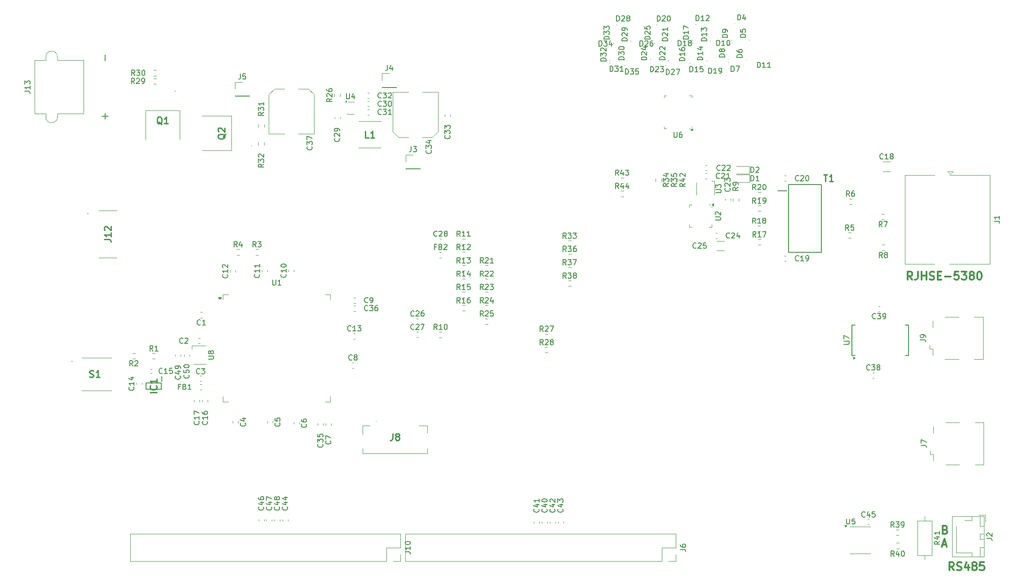
<source format=gbr>
%TF.GenerationSoftware,KiCad,Pcbnew,8.0.5*%
%TF.CreationDate,2024-09-23T23:51:48+09:00*%
%TF.ProjectId,MCU_Unit,4d43555f-556e-4697-942e-6b696361645f,rev?*%
%TF.SameCoordinates,Original*%
%TF.FileFunction,Legend,Top*%
%TF.FilePolarity,Positive*%
%FSLAX46Y46*%
G04 Gerber Fmt 4.6, Leading zero omitted, Abs format (unit mm)*
G04 Created by KiCad (PCBNEW 8.0.5) date 2024-09-23 23:51:48*
%MOMM*%
%LPD*%
G01*
G04 APERTURE LIST*
%ADD10C,0.300000*%
%ADD11C,0.254000*%
%ADD12C,0.150000*%
%ADD13C,0.200000*%
%ADD14C,0.100000*%
%ADD15C,0.120000*%
G04 APERTURE END LIST*
D10*
X192161653Y-76500828D02*
X191661653Y-75786542D01*
X191304510Y-76500828D02*
X191304510Y-75000828D01*
X191304510Y-75000828D02*
X191875939Y-75000828D01*
X191875939Y-75000828D02*
X192018796Y-75072257D01*
X192018796Y-75072257D02*
X192090225Y-75143685D01*
X192090225Y-75143685D02*
X192161653Y-75286542D01*
X192161653Y-75286542D02*
X192161653Y-75500828D01*
X192161653Y-75500828D02*
X192090225Y-75643685D01*
X192090225Y-75643685D02*
X192018796Y-75715114D01*
X192018796Y-75715114D02*
X191875939Y-75786542D01*
X191875939Y-75786542D02*
X191304510Y-75786542D01*
X193233082Y-75000828D02*
X193233082Y-76072257D01*
X193233082Y-76072257D02*
X193161653Y-76286542D01*
X193161653Y-76286542D02*
X193018796Y-76429400D01*
X193018796Y-76429400D02*
X192804510Y-76500828D01*
X192804510Y-76500828D02*
X192661653Y-76500828D01*
X193947367Y-76500828D02*
X193947367Y-75000828D01*
X193947367Y-75715114D02*
X194804510Y-75715114D01*
X194804510Y-76500828D02*
X194804510Y-75000828D01*
X195447368Y-76429400D02*
X195661654Y-76500828D01*
X195661654Y-76500828D02*
X196018796Y-76500828D01*
X196018796Y-76500828D02*
X196161654Y-76429400D01*
X196161654Y-76429400D02*
X196233082Y-76357971D01*
X196233082Y-76357971D02*
X196304511Y-76215114D01*
X196304511Y-76215114D02*
X196304511Y-76072257D01*
X196304511Y-76072257D02*
X196233082Y-75929400D01*
X196233082Y-75929400D02*
X196161654Y-75857971D01*
X196161654Y-75857971D02*
X196018796Y-75786542D01*
X196018796Y-75786542D02*
X195733082Y-75715114D01*
X195733082Y-75715114D02*
X195590225Y-75643685D01*
X195590225Y-75643685D02*
X195518796Y-75572257D01*
X195518796Y-75572257D02*
X195447368Y-75429400D01*
X195447368Y-75429400D02*
X195447368Y-75286542D01*
X195447368Y-75286542D02*
X195518796Y-75143685D01*
X195518796Y-75143685D02*
X195590225Y-75072257D01*
X195590225Y-75072257D02*
X195733082Y-75000828D01*
X195733082Y-75000828D02*
X196090225Y-75000828D01*
X196090225Y-75000828D02*
X196304511Y-75072257D01*
X196947367Y-75715114D02*
X197447367Y-75715114D01*
X197661653Y-76500828D02*
X196947367Y-76500828D01*
X196947367Y-76500828D02*
X196947367Y-75000828D01*
X196947367Y-75000828D02*
X197661653Y-75000828D01*
X198304510Y-75929400D02*
X199447368Y-75929400D01*
X200875939Y-75000828D02*
X200161653Y-75000828D01*
X200161653Y-75000828D02*
X200090225Y-75715114D01*
X200090225Y-75715114D02*
X200161653Y-75643685D01*
X200161653Y-75643685D02*
X200304511Y-75572257D01*
X200304511Y-75572257D02*
X200661653Y-75572257D01*
X200661653Y-75572257D02*
X200804511Y-75643685D01*
X200804511Y-75643685D02*
X200875939Y-75715114D01*
X200875939Y-75715114D02*
X200947368Y-75857971D01*
X200947368Y-75857971D02*
X200947368Y-76215114D01*
X200947368Y-76215114D02*
X200875939Y-76357971D01*
X200875939Y-76357971D02*
X200804511Y-76429400D01*
X200804511Y-76429400D02*
X200661653Y-76500828D01*
X200661653Y-76500828D02*
X200304511Y-76500828D01*
X200304511Y-76500828D02*
X200161653Y-76429400D01*
X200161653Y-76429400D02*
X200090225Y-76357971D01*
X201447367Y-75000828D02*
X202375939Y-75000828D01*
X202375939Y-75000828D02*
X201875939Y-75572257D01*
X201875939Y-75572257D02*
X202090224Y-75572257D01*
X202090224Y-75572257D02*
X202233082Y-75643685D01*
X202233082Y-75643685D02*
X202304510Y-75715114D01*
X202304510Y-75715114D02*
X202375939Y-75857971D01*
X202375939Y-75857971D02*
X202375939Y-76215114D01*
X202375939Y-76215114D02*
X202304510Y-76357971D01*
X202304510Y-76357971D02*
X202233082Y-76429400D01*
X202233082Y-76429400D02*
X202090224Y-76500828D01*
X202090224Y-76500828D02*
X201661653Y-76500828D01*
X201661653Y-76500828D02*
X201518796Y-76429400D01*
X201518796Y-76429400D02*
X201447367Y-76357971D01*
X203233081Y-75643685D02*
X203090224Y-75572257D01*
X203090224Y-75572257D02*
X203018795Y-75500828D01*
X203018795Y-75500828D02*
X202947367Y-75357971D01*
X202947367Y-75357971D02*
X202947367Y-75286542D01*
X202947367Y-75286542D02*
X203018795Y-75143685D01*
X203018795Y-75143685D02*
X203090224Y-75072257D01*
X203090224Y-75072257D02*
X203233081Y-75000828D01*
X203233081Y-75000828D02*
X203518795Y-75000828D01*
X203518795Y-75000828D02*
X203661653Y-75072257D01*
X203661653Y-75072257D02*
X203733081Y-75143685D01*
X203733081Y-75143685D02*
X203804510Y-75286542D01*
X203804510Y-75286542D02*
X203804510Y-75357971D01*
X203804510Y-75357971D02*
X203733081Y-75500828D01*
X203733081Y-75500828D02*
X203661653Y-75572257D01*
X203661653Y-75572257D02*
X203518795Y-75643685D01*
X203518795Y-75643685D02*
X203233081Y-75643685D01*
X203233081Y-75643685D02*
X203090224Y-75715114D01*
X203090224Y-75715114D02*
X203018795Y-75786542D01*
X203018795Y-75786542D02*
X202947367Y-75929400D01*
X202947367Y-75929400D02*
X202947367Y-76215114D01*
X202947367Y-76215114D02*
X203018795Y-76357971D01*
X203018795Y-76357971D02*
X203090224Y-76429400D01*
X203090224Y-76429400D02*
X203233081Y-76500828D01*
X203233081Y-76500828D02*
X203518795Y-76500828D01*
X203518795Y-76500828D02*
X203661653Y-76429400D01*
X203661653Y-76429400D02*
X203733081Y-76357971D01*
X203733081Y-76357971D02*
X203804510Y-76215114D01*
X203804510Y-76215114D02*
X203804510Y-75929400D01*
X203804510Y-75929400D02*
X203733081Y-75786542D01*
X203733081Y-75786542D02*
X203661653Y-75715114D01*
X203661653Y-75715114D02*
X203518795Y-75643685D01*
X204733081Y-75000828D02*
X204875938Y-75000828D01*
X204875938Y-75000828D02*
X205018795Y-75072257D01*
X205018795Y-75072257D02*
X205090224Y-75143685D01*
X205090224Y-75143685D02*
X205161652Y-75286542D01*
X205161652Y-75286542D02*
X205233081Y-75572257D01*
X205233081Y-75572257D02*
X205233081Y-75929400D01*
X205233081Y-75929400D02*
X205161652Y-76215114D01*
X205161652Y-76215114D02*
X205090224Y-76357971D01*
X205090224Y-76357971D02*
X205018795Y-76429400D01*
X205018795Y-76429400D02*
X204875938Y-76500828D01*
X204875938Y-76500828D02*
X204733081Y-76500828D01*
X204733081Y-76500828D02*
X204590224Y-76429400D01*
X204590224Y-76429400D02*
X204518795Y-76357971D01*
X204518795Y-76357971D02*
X204447366Y-76215114D01*
X204447366Y-76215114D02*
X204375938Y-75929400D01*
X204375938Y-75929400D02*
X204375938Y-75572257D01*
X204375938Y-75572257D02*
X204447366Y-75286542D01*
X204447366Y-75286542D02*
X204518795Y-75143685D01*
X204518795Y-75143685D02*
X204590224Y-75072257D01*
X204590224Y-75072257D02*
X204733081Y-75000828D01*
X198404510Y-123650198D02*
X198618796Y-123721626D01*
X198618796Y-123721626D02*
X198690225Y-123793055D01*
X198690225Y-123793055D02*
X198761653Y-123935912D01*
X198761653Y-123935912D02*
X198761653Y-124150198D01*
X198761653Y-124150198D02*
X198690225Y-124293055D01*
X198690225Y-124293055D02*
X198618796Y-124364484D01*
X198618796Y-124364484D02*
X198475939Y-124435912D01*
X198475939Y-124435912D02*
X197904510Y-124435912D01*
X197904510Y-124435912D02*
X197904510Y-122935912D01*
X197904510Y-122935912D02*
X198404510Y-122935912D01*
X198404510Y-122935912D02*
X198547368Y-123007341D01*
X198547368Y-123007341D02*
X198618796Y-123078769D01*
X198618796Y-123078769D02*
X198690225Y-123221626D01*
X198690225Y-123221626D02*
X198690225Y-123364484D01*
X198690225Y-123364484D02*
X198618796Y-123507341D01*
X198618796Y-123507341D02*
X198547368Y-123578769D01*
X198547368Y-123578769D02*
X198404510Y-123650198D01*
X198404510Y-123650198D02*
X197904510Y-123650198D01*
X197833082Y-126422257D02*
X198547368Y-126422257D01*
X197690225Y-126850828D02*
X198190225Y-125350828D01*
X198190225Y-125350828D02*
X198690225Y-126850828D01*
X200011653Y-131300828D02*
X199511653Y-130586542D01*
X199154510Y-131300828D02*
X199154510Y-129800828D01*
X199154510Y-129800828D02*
X199725939Y-129800828D01*
X199725939Y-129800828D02*
X199868796Y-129872257D01*
X199868796Y-129872257D02*
X199940225Y-129943685D01*
X199940225Y-129943685D02*
X200011653Y-130086542D01*
X200011653Y-130086542D02*
X200011653Y-130300828D01*
X200011653Y-130300828D02*
X199940225Y-130443685D01*
X199940225Y-130443685D02*
X199868796Y-130515114D01*
X199868796Y-130515114D02*
X199725939Y-130586542D01*
X199725939Y-130586542D02*
X199154510Y-130586542D01*
X200583082Y-131229400D02*
X200797368Y-131300828D01*
X200797368Y-131300828D02*
X201154510Y-131300828D01*
X201154510Y-131300828D02*
X201297368Y-131229400D01*
X201297368Y-131229400D02*
X201368796Y-131157971D01*
X201368796Y-131157971D02*
X201440225Y-131015114D01*
X201440225Y-131015114D02*
X201440225Y-130872257D01*
X201440225Y-130872257D02*
X201368796Y-130729400D01*
X201368796Y-130729400D02*
X201297368Y-130657971D01*
X201297368Y-130657971D02*
X201154510Y-130586542D01*
X201154510Y-130586542D02*
X200868796Y-130515114D01*
X200868796Y-130515114D02*
X200725939Y-130443685D01*
X200725939Y-130443685D02*
X200654510Y-130372257D01*
X200654510Y-130372257D02*
X200583082Y-130229400D01*
X200583082Y-130229400D02*
X200583082Y-130086542D01*
X200583082Y-130086542D02*
X200654510Y-129943685D01*
X200654510Y-129943685D02*
X200725939Y-129872257D01*
X200725939Y-129872257D02*
X200868796Y-129800828D01*
X200868796Y-129800828D02*
X201225939Y-129800828D01*
X201225939Y-129800828D02*
X201440225Y-129872257D01*
X202725939Y-130300828D02*
X202725939Y-131300828D01*
X202368796Y-129729400D02*
X202011653Y-130800828D01*
X202011653Y-130800828D02*
X202940224Y-130800828D01*
X203725938Y-130443685D02*
X203583081Y-130372257D01*
X203583081Y-130372257D02*
X203511652Y-130300828D01*
X203511652Y-130300828D02*
X203440224Y-130157971D01*
X203440224Y-130157971D02*
X203440224Y-130086542D01*
X203440224Y-130086542D02*
X203511652Y-129943685D01*
X203511652Y-129943685D02*
X203583081Y-129872257D01*
X203583081Y-129872257D02*
X203725938Y-129800828D01*
X203725938Y-129800828D02*
X204011652Y-129800828D01*
X204011652Y-129800828D02*
X204154510Y-129872257D01*
X204154510Y-129872257D02*
X204225938Y-129943685D01*
X204225938Y-129943685D02*
X204297367Y-130086542D01*
X204297367Y-130086542D02*
X204297367Y-130157971D01*
X204297367Y-130157971D02*
X204225938Y-130300828D01*
X204225938Y-130300828D02*
X204154510Y-130372257D01*
X204154510Y-130372257D02*
X204011652Y-130443685D01*
X204011652Y-130443685D02*
X203725938Y-130443685D01*
X203725938Y-130443685D02*
X203583081Y-130515114D01*
X203583081Y-130515114D02*
X203511652Y-130586542D01*
X203511652Y-130586542D02*
X203440224Y-130729400D01*
X203440224Y-130729400D02*
X203440224Y-131015114D01*
X203440224Y-131015114D02*
X203511652Y-131157971D01*
X203511652Y-131157971D02*
X203583081Y-131229400D01*
X203583081Y-131229400D02*
X203725938Y-131300828D01*
X203725938Y-131300828D02*
X204011652Y-131300828D01*
X204011652Y-131300828D02*
X204154510Y-131229400D01*
X204154510Y-131229400D02*
X204225938Y-131157971D01*
X204225938Y-131157971D02*
X204297367Y-131015114D01*
X204297367Y-131015114D02*
X204297367Y-130729400D01*
X204297367Y-130729400D02*
X204225938Y-130586542D01*
X204225938Y-130586542D02*
X204154510Y-130515114D01*
X204154510Y-130515114D02*
X204011652Y-130443685D01*
X205654509Y-129800828D02*
X204940223Y-129800828D01*
X204940223Y-129800828D02*
X204868795Y-130515114D01*
X204868795Y-130515114D02*
X204940223Y-130443685D01*
X204940223Y-130443685D02*
X205083081Y-130372257D01*
X205083081Y-130372257D02*
X205440223Y-130372257D01*
X205440223Y-130372257D02*
X205583081Y-130443685D01*
X205583081Y-130443685D02*
X205654509Y-130515114D01*
X205654509Y-130515114D02*
X205725938Y-130657971D01*
X205725938Y-130657971D02*
X205725938Y-131015114D01*
X205725938Y-131015114D02*
X205654509Y-131157971D01*
X205654509Y-131157971D02*
X205583081Y-131229400D01*
X205583081Y-131229400D02*
X205440223Y-131300828D01*
X205440223Y-131300828D02*
X205083081Y-131300828D01*
X205083081Y-131300828D02*
X204940223Y-131229400D01*
X204940223Y-131229400D02*
X204868795Y-131157971D01*
D11*
X175432381Y-56704318D02*
X176158095Y-56704318D01*
X175795238Y-57974318D02*
X175795238Y-56704318D01*
X177246667Y-57974318D02*
X176520952Y-57974318D01*
X176883809Y-57974318D02*
X176883809Y-56704318D01*
X176883809Y-56704318D02*
X176762857Y-56885746D01*
X176762857Y-56885746D02*
X176641905Y-57006699D01*
X176641905Y-57006699D02*
X176520952Y-57067175D01*
X37132380Y-94813842D02*
X37313809Y-94874318D01*
X37313809Y-94874318D02*
X37616190Y-94874318D01*
X37616190Y-94874318D02*
X37737142Y-94813842D01*
X37737142Y-94813842D02*
X37797618Y-94753365D01*
X37797618Y-94753365D02*
X37858095Y-94632413D01*
X37858095Y-94632413D02*
X37858095Y-94511461D01*
X37858095Y-94511461D02*
X37797618Y-94390508D01*
X37797618Y-94390508D02*
X37737142Y-94330032D01*
X37737142Y-94330032D02*
X37616190Y-94269556D01*
X37616190Y-94269556D02*
X37374285Y-94209080D01*
X37374285Y-94209080D02*
X37253333Y-94148603D01*
X37253333Y-94148603D02*
X37192856Y-94088127D01*
X37192856Y-94088127D02*
X37132380Y-93967175D01*
X37132380Y-93967175D02*
X37132380Y-93846222D01*
X37132380Y-93846222D02*
X37192856Y-93725270D01*
X37192856Y-93725270D02*
X37253333Y-93664794D01*
X37253333Y-93664794D02*
X37374285Y-93604318D01*
X37374285Y-93604318D02*
X37676666Y-93604318D01*
X37676666Y-93604318D02*
X37858095Y-93664794D01*
X39067619Y-94874318D02*
X38341904Y-94874318D01*
X38704761Y-94874318D02*
X38704761Y-93604318D01*
X38704761Y-93604318D02*
X38583809Y-93785746D01*
X38583809Y-93785746D02*
X38462857Y-93906699D01*
X38462857Y-93906699D02*
X38341904Y-93967175D01*
X62720270Y-48995952D02*
X62659794Y-49116904D01*
X62659794Y-49116904D02*
X62538842Y-49237857D01*
X62538842Y-49237857D02*
X62357413Y-49419285D01*
X62357413Y-49419285D02*
X62296937Y-49540238D01*
X62296937Y-49540238D02*
X62296937Y-49661190D01*
X62599318Y-49600714D02*
X62538842Y-49721666D01*
X62538842Y-49721666D02*
X62417889Y-49842619D01*
X62417889Y-49842619D02*
X62175984Y-49903095D01*
X62175984Y-49903095D02*
X61752651Y-49903095D01*
X61752651Y-49903095D02*
X61510746Y-49842619D01*
X61510746Y-49842619D02*
X61389794Y-49721666D01*
X61389794Y-49721666D02*
X61329318Y-49600714D01*
X61329318Y-49600714D02*
X61329318Y-49358809D01*
X61329318Y-49358809D02*
X61389794Y-49237857D01*
X61389794Y-49237857D02*
X61510746Y-49116904D01*
X61510746Y-49116904D02*
X61752651Y-49056428D01*
X61752651Y-49056428D02*
X62175984Y-49056428D01*
X62175984Y-49056428D02*
X62417889Y-49116904D01*
X62417889Y-49116904D02*
X62538842Y-49237857D01*
X62538842Y-49237857D02*
X62599318Y-49358809D01*
X62599318Y-49358809D02*
X62599318Y-49600714D01*
X61450270Y-48572619D02*
X61389794Y-48512143D01*
X61389794Y-48512143D02*
X61329318Y-48391190D01*
X61329318Y-48391190D02*
X61329318Y-48088809D01*
X61329318Y-48088809D02*
X61389794Y-47967857D01*
X61389794Y-47967857D02*
X61450270Y-47907381D01*
X61450270Y-47907381D02*
X61571222Y-47846904D01*
X61571222Y-47846904D02*
X61692175Y-47846904D01*
X61692175Y-47846904D02*
X61873603Y-47907381D01*
X61873603Y-47907381D02*
X62599318Y-48633095D01*
X62599318Y-48633095D02*
X62599318Y-47846904D01*
X50779047Y-47195270D02*
X50658095Y-47134794D01*
X50658095Y-47134794D02*
X50537142Y-47013842D01*
X50537142Y-47013842D02*
X50355714Y-46832413D01*
X50355714Y-46832413D02*
X50234761Y-46771937D01*
X50234761Y-46771937D02*
X50113809Y-46771937D01*
X50174285Y-47074318D02*
X50053333Y-47013842D01*
X50053333Y-47013842D02*
X49932380Y-46892889D01*
X49932380Y-46892889D02*
X49871904Y-46650984D01*
X49871904Y-46650984D02*
X49871904Y-46227651D01*
X49871904Y-46227651D02*
X49932380Y-45985746D01*
X49932380Y-45985746D02*
X50053333Y-45864794D01*
X50053333Y-45864794D02*
X50174285Y-45804318D01*
X50174285Y-45804318D02*
X50416190Y-45804318D01*
X50416190Y-45804318D02*
X50537142Y-45864794D01*
X50537142Y-45864794D02*
X50658095Y-45985746D01*
X50658095Y-45985746D02*
X50718571Y-46227651D01*
X50718571Y-46227651D02*
X50718571Y-46650984D01*
X50718571Y-46650984D02*
X50658095Y-46892889D01*
X50658095Y-46892889D02*
X50537142Y-47013842D01*
X50537142Y-47013842D02*
X50416190Y-47074318D01*
X50416190Y-47074318D02*
X50174285Y-47074318D01*
X51928095Y-47074318D02*
X51202380Y-47074318D01*
X51565237Y-47074318D02*
X51565237Y-45804318D01*
X51565237Y-45804318D02*
X51444285Y-45985746D01*
X51444285Y-45985746D02*
X51323333Y-46106699D01*
X51323333Y-46106699D02*
X51202380Y-46167175D01*
X89738333Y-49724318D02*
X89133571Y-49724318D01*
X89133571Y-49724318D02*
X89133571Y-48454318D01*
X90826905Y-49724318D02*
X90101190Y-49724318D01*
X90464047Y-49724318D02*
X90464047Y-48454318D01*
X90464047Y-48454318D02*
X90343095Y-48635746D01*
X90343095Y-48635746D02*
X90222143Y-48756699D01*
X90222143Y-48756699D02*
X90101190Y-48817175D01*
X39903673Y-68914169D02*
X40810816Y-68914169D01*
X40810816Y-68914169D02*
X40992244Y-68974646D01*
X40992244Y-68974646D02*
X41113197Y-69095598D01*
X41113197Y-69095598D02*
X41173673Y-69277027D01*
X41173673Y-69277027D02*
X41173673Y-69397979D01*
X41173673Y-67644169D02*
X41173673Y-68369884D01*
X41173673Y-68007027D02*
X39903673Y-68007027D01*
X39903673Y-68007027D02*
X40085101Y-68127979D01*
X40085101Y-68127979D02*
X40206054Y-68248931D01*
X40206054Y-68248931D02*
X40266530Y-68369884D01*
X40024625Y-67160360D02*
X39964149Y-67099884D01*
X39964149Y-67099884D02*
X39903673Y-66978931D01*
X39903673Y-66978931D02*
X39903673Y-66676550D01*
X39903673Y-66676550D02*
X39964149Y-66555598D01*
X39964149Y-66555598D02*
X40024625Y-66495122D01*
X40024625Y-66495122D02*
X40145577Y-66434645D01*
X40145577Y-66434645D02*
X40266530Y-66434645D01*
X40266530Y-66434645D02*
X40447958Y-66495122D01*
X40447958Y-66495122D02*
X41173673Y-67220836D01*
X41173673Y-67220836D02*
X41173673Y-66434645D01*
D12*
X96594819Y-127827023D02*
X97309104Y-127827023D01*
X97309104Y-127827023D02*
X97451961Y-127874642D01*
X97451961Y-127874642D02*
X97547200Y-127969880D01*
X97547200Y-127969880D02*
X97594819Y-128112737D01*
X97594819Y-128112737D02*
X97594819Y-128207975D01*
X97594819Y-126827023D02*
X97594819Y-127398451D01*
X97594819Y-127112737D02*
X96594819Y-127112737D01*
X96594819Y-127112737D02*
X96737676Y-127207975D01*
X96737676Y-127207975D02*
X96832914Y-127303213D01*
X96832914Y-127303213D02*
X96880533Y-127398451D01*
X96594819Y-126207975D02*
X96594819Y-126112737D01*
X96594819Y-126112737D02*
X96642438Y-126017499D01*
X96642438Y-126017499D02*
X96690057Y-125969880D01*
X96690057Y-125969880D02*
X96785295Y-125922261D01*
X96785295Y-125922261D02*
X96975771Y-125874642D01*
X96975771Y-125874642D02*
X97213866Y-125874642D01*
X97213866Y-125874642D02*
X97404342Y-125922261D01*
X97404342Y-125922261D02*
X97499580Y-125969880D01*
X97499580Y-125969880D02*
X97547200Y-126017499D01*
X97547200Y-126017499D02*
X97594819Y-126112737D01*
X97594819Y-126112737D02*
X97594819Y-126207975D01*
X97594819Y-126207975D02*
X97547200Y-126303213D01*
X97547200Y-126303213D02*
X97499580Y-126350832D01*
X97499580Y-126350832D02*
X97404342Y-126398451D01*
X97404342Y-126398451D02*
X97213866Y-126446070D01*
X97213866Y-126446070D02*
X96975771Y-126446070D01*
X96975771Y-126446070D02*
X96785295Y-126398451D01*
X96785295Y-126398451D02*
X96690057Y-126350832D01*
X96690057Y-126350832D02*
X96642438Y-126303213D01*
X96642438Y-126303213D02*
X96594819Y-126207975D01*
D11*
X94251667Y-105504318D02*
X94251667Y-106411461D01*
X94251667Y-106411461D02*
X94191190Y-106592889D01*
X94191190Y-106592889D02*
X94070238Y-106713842D01*
X94070238Y-106713842D02*
X93888809Y-106774318D01*
X93888809Y-106774318D02*
X93767857Y-106774318D01*
X95037857Y-106048603D02*
X94916905Y-105988127D01*
X94916905Y-105988127D02*
X94856428Y-105927651D01*
X94856428Y-105927651D02*
X94795952Y-105806699D01*
X94795952Y-105806699D02*
X94795952Y-105746222D01*
X94795952Y-105746222D02*
X94856428Y-105625270D01*
X94856428Y-105625270D02*
X94916905Y-105564794D01*
X94916905Y-105564794D02*
X95037857Y-105504318D01*
X95037857Y-105504318D02*
X95279762Y-105504318D01*
X95279762Y-105504318D02*
X95400714Y-105564794D01*
X95400714Y-105564794D02*
X95461190Y-105625270D01*
X95461190Y-105625270D02*
X95521667Y-105746222D01*
X95521667Y-105746222D02*
X95521667Y-105806699D01*
X95521667Y-105806699D02*
X95461190Y-105927651D01*
X95461190Y-105927651D02*
X95400714Y-105988127D01*
X95400714Y-105988127D02*
X95279762Y-106048603D01*
X95279762Y-106048603D02*
X95037857Y-106048603D01*
X95037857Y-106048603D02*
X94916905Y-106109080D01*
X94916905Y-106109080D02*
X94856428Y-106169556D01*
X94856428Y-106169556D02*
X94795952Y-106290508D01*
X94795952Y-106290508D02*
X94795952Y-106532413D01*
X94795952Y-106532413D02*
X94856428Y-106653365D01*
X94856428Y-106653365D02*
X94916905Y-106713842D01*
X94916905Y-106713842D02*
X95037857Y-106774318D01*
X95037857Y-106774318D02*
X95279762Y-106774318D01*
X95279762Y-106774318D02*
X95400714Y-106713842D01*
X95400714Y-106713842D02*
X95461190Y-106653365D01*
X95461190Y-106653365D02*
X95521667Y-106532413D01*
X95521667Y-106532413D02*
X95521667Y-106290508D01*
X95521667Y-106290508D02*
X95461190Y-106169556D01*
X95461190Y-106169556D02*
X95400714Y-106109080D01*
X95400714Y-106109080D02*
X95279762Y-106048603D01*
D12*
X148454819Y-127353333D02*
X149169104Y-127353333D01*
X149169104Y-127353333D02*
X149311961Y-127400952D01*
X149311961Y-127400952D02*
X149407200Y-127496190D01*
X149407200Y-127496190D02*
X149454819Y-127639047D01*
X149454819Y-127639047D02*
X149454819Y-127734285D01*
X148454819Y-126448571D02*
X148454819Y-126639047D01*
X148454819Y-126639047D02*
X148502438Y-126734285D01*
X148502438Y-126734285D02*
X148550057Y-126781904D01*
X148550057Y-126781904D02*
X148692914Y-126877142D01*
X148692914Y-126877142D02*
X148883390Y-126924761D01*
X148883390Y-126924761D02*
X149264342Y-126924761D01*
X149264342Y-126924761D02*
X149359580Y-126877142D01*
X149359580Y-126877142D02*
X149407200Y-126829523D01*
X149407200Y-126829523D02*
X149454819Y-126734285D01*
X149454819Y-126734285D02*
X149454819Y-126543809D01*
X149454819Y-126543809D02*
X149407200Y-126448571D01*
X149407200Y-126448571D02*
X149359580Y-126400952D01*
X149359580Y-126400952D02*
X149264342Y-126353333D01*
X149264342Y-126353333D02*
X149026247Y-126353333D01*
X149026247Y-126353333D02*
X148931009Y-126400952D01*
X148931009Y-126400952D02*
X148883390Y-126448571D01*
X148883390Y-126448571D02*
X148835771Y-126543809D01*
X148835771Y-126543809D02*
X148835771Y-126734285D01*
X148835771Y-126734285D02*
X148883390Y-126829523D01*
X148883390Y-126829523D02*
X148931009Y-126877142D01*
X148931009Y-126877142D02*
X149026247Y-126924761D01*
D11*
X49774318Y-97789762D02*
X48504318Y-97789762D01*
X49653365Y-96459285D02*
X49713842Y-96519761D01*
X49713842Y-96519761D02*
X49774318Y-96701190D01*
X49774318Y-96701190D02*
X49774318Y-96822142D01*
X49774318Y-96822142D02*
X49713842Y-97003571D01*
X49713842Y-97003571D02*
X49592889Y-97124523D01*
X49592889Y-97124523D02*
X49471937Y-97185000D01*
X49471937Y-97185000D02*
X49230032Y-97245476D01*
X49230032Y-97245476D02*
X49048603Y-97245476D01*
X49048603Y-97245476D02*
X48806699Y-97185000D01*
X48806699Y-97185000D02*
X48685746Y-97124523D01*
X48685746Y-97124523D02*
X48564794Y-97003571D01*
X48564794Y-97003571D02*
X48504318Y-96822142D01*
X48504318Y-96822142D02*
X48504318Y-96701190D01*
X48504318Y-96701190D02*
X48564794Y-96519761D01*
X48564794Y-96519761D02*
X48625270Y-96459285D01*
X49774318Y-95249761D02*
X49774318Y-95975476D01*
X49774318Y-95612619D02*
X48504318Y-95612619D01*
X48504318Y-95612619D02*
X48685746Y-95733571D01*
X48685746Y-95733571D02*
X48806699Y-95854523D01*
X48806699Y-95854523D02*
X48867175Y-95975476D01*
D12*
X207584819Y-65481333D02*
X208299104Y-65481333D01*
X208299104Y-65481333D02*
X208441961Y-65528952D01*
X208441961Y-65528952D02*
X208537200Y-65624190D01*
X208537200Y-65624190D02*
X208584819Y-65767047D01*
X208584819Y-65767047D02*
X208584819Y-65862285D01*
X208584819Y-64481333D02*
X208584819Y-65052761D01*
X208584819Y-64767047D02*
X207584819Y-64767047D01*
X207584819Y-64767047D02*
X207727676Y-64862285D01*
X207727676Y-64862285D02*
X207822914Y-64957523D01*
X207822914Y-64957523D02*
X207870533Y-65052761D01*
X162985714Y-36492319D02*
X162985714Y-35492319D01*
X162985714Y-35492319D02*
X163223809Y-35492319D01*
X163223809Y-35492319D02*
X163366666Y-35539938D01*
X163366666Y-35539938D02*
X163461904Y-35635176D01*
X163461904Y-35635176D02*
X163509523Y-35730414D01*
X163509523Y-35730414D02*
X163557142Y-35920890D01*
X163557142Y-35920890D02*
X163557142Y-36063747D01*
X163557142Y-36063747D02*
X163509523Y-36254223D01*
X163509523Y-36254223D02*
X163461904Y-36349461D01*
X163461904Y-36349461D02*
X163366666Y-36444700D01*
X163366666Y-36444700D02*
X163223809Y-36492319D01*
X163223809Y-36492319D02*
X162985714Y-36492319D01*
X164509523Y-36492319D02*
X163938095Y-36492319D01*
X164223809Y-36492319D02*
X164223809Y-35492319D01*
X164223809Y-35492319D02*
X164128571Y-35635176D01*
X164128571Y-35635176D02*
X164033333Y-35730414D01*
X164033333Y-35730414D02*
X163938095Y-35778033D01*
X165461904Y-36492319D02*
X164890476Y-36492319D01*
X165176190Y-36492319D02*
X165176190Y-35492319D01*
X165176190Y-35492319D02*
X165080952Y-35635176D01*
X165080952Y-35635176D02*
X164985714Y-35730414D01*
X164985714Y-35730414D02*
X164890476Y-35778033D01*
X155313214Y-32342319D02*
X155313214Y-31342319D01*
X155313214Y-31342319D02*
X155551309Y-31342319D01*
X155551309Y-31342319D02*
X155694166Y-31389938D01*
X155694166Y-31389938D02*
X155789404Y-31485176D01*
X155789404Y-31485176D02*
X155837023Y-31580414D01*
X155837023Y-31580414D02*
X155884642Y-31770890D01*
X155884642Y-31770890D02*
X155884642Y-31913747D01*
X155884642Y-31913747D02*
X155837023Y-32104223D01*
X155837023Y-32104223D02*
X155789404Y-32199461D01*
X155789404Y-32199461D02*
X155694166Y-32294700D01*
X155694166Y-32294700D02*
X155551309Y-32342319D01*
X155551309Y-32342319D02*
X155313214Y-32342319D01*
X156837023Y-32342319D02*
X156265595Y-32342319D01*
X156551309Y-32342319D02*
X156551309Y-31342319D01*
X156551309Y-31342319D02*
X156456071Y-31485176D01*
X156456071Y-31485176D02*
X156360833Y-31580414D01*
X156360833Y-31580414D02*
X156265595Y-31628033D01*
X157456071Y-31342319D02*
X157551309Y-31342319D01*
X157551309Y-31342319D02*
X157646547Y-31389938D01*
X157646547Y-31389938D02*
X157694166Y-31437557D01*
X157694166Y-31437557D02*
X157741785Y-31532795D01*
X157741785Y-31532795D02*
X157789404Y-31723271D01*
X157789404Y-31723271D02*
X157789404Y-31961366D01*
X157789404Y-31961366D02*
X157741785Y-32151842D01*
X157741785Y-32151842D02*
X157694166Y-32247080D01*
X157694166Y-32247080D02*
X157646547Y-32294700D01*
X157646547Y-32294700D02*
X157551309Y-32342319D01*
X157551309Y-32342319D02*
X157456071Y-32342319D01*
X157456071Y-32342319D02*
X157360833Y-32294700D01*
X157360833Y-32294700D02*
X157313214Y-32247080D01*
X157313214Y-32247080D02*
X157265595Y-32151842D01*
X157265595Y-32151842D02*
X157217976Y-31961366D01*
X157217976Y-31961366D02*
X157217976Y-31723271D01*
X157217976Y-31723271D02*
X157265595Y-31532795D01*
X157265595Y-31532795D02*
X157313214Y-31437557D01*
X157313214Y-31437557D02*
X157360833Y-31389938D01*
X157360833Y-31389938D02*
X157456071Y-31342319D01*
X157362319Y-30825594D02*
X156362319Y-30825594D01*
X156362319Y-30825594D02*
X156362319Y-30587499D01*
X156362319Y-30587499D02*
X156409938Y-30444642D01*
X156409938Y-30444642D02*
X156505176Y-30349404D01*
X156505176Y-30349404D02*
X156600414Y-30301785D01*
X156600414Y-30301785D02*
X156790890Y-30254166D01*
X156790890Y-30254166D02*
X156933747Y-30254166D01*
X156933747Y-30254166D02*
X157124223Y-30301785D01*
X157124223Y-30301785D02*
X157219461Y-30349404D01*
X157219461Y-30349404D02*
X157314700Y-30444642D01*
X157314700Y-30444642D02*
X157362319Y-30587499D01*
X157362319Y-30587499D02*
X157362319Y-30825594D01*
X157362319Y-29777975D02*
X157362319Y-29587499D01*
X157362319Y-29587499D02*
X157314700Y-29492261D01*
X157314700Y-29492261D02*
X157267080Y-29444642D01*
X157267080Y-29444642D02*
X157124223Y-29349404D01*
X157124223Y-29349404D02*
X156933747Y-29301785D01*
X156933747Y-29301785D02*
X156552795Y-29301785D01*
X156552795Y-29301785D02*
X156457557Y-29349404D01*
X156457557Y-29349404D02*
X156409938Y-29397023D01*
X156409938Y-29397023D02*
X156362319Y-29492261D01*
X156362319Y-29492261D02*
X156362319Y-29682737D01*
X156362319Y-29682737D02*
X156409938Y-29777975D01*
X156409938Y-29777975D02*
X156457557Y-29825594D01*
X156457557Y-29825594D02*
X156552795Y-29873213D01*
X156552795Y-29873213D02*
X156790890Y-29873213D01*
X156790890Y-29873213D02*
X156886128Y-29825594D01*
X156886128Y-29825594D02*
X156933747Y-29777975D01*
X156933747Y-29777975D02*
X156981366Y-29682737D01*
X156981366Y-29682737D02*
X156981366Y-29492261D01*
X156981366Y-29492261D02*
X156933747Y-29397023D01*
X156933747Y-29397023D02*
X156886128Y-29349404D01*
X156886128Y-29349404D02*
X156790890Y-29301785D01*
X156812319Y-34475594D02*
X155812319Y-34475594D01*
X155812319Y-34475594D02*
X155812319Y-34237499D01*
X155812319Y-34237499D02*
X155859938Y-34094642D01*
X155859938Y-34094642D02*
X155955176Y-33999404D01*
X155955176Y-33999404D02*
X156050414Y-33951785D01*
X156050414Y-33951785D02*
X156240890Y-33904166D01*
X156240890Y-33904166D02*
X156383747Y-33904166D01*
X156383747Y-33904166D02*
X156574223Y-33951785D01*
X156574223Y-33951785D02*
X156669461Y-33999404D01*
X156669461Y-33999404D02*
X156764700Y-34094642D01*
X156764700Y-34094642D02*
X156812319Y-34237499D01*
X156812319Y-34237499D02*
X156812319Y-34475594D01*
X156240890Y-33332737D02*
X156193271Y-33427975D01*
X156193271Y-33427975D02*
X156145652Y-33475594D01*
X156145652Y-33475594D02*
X156050414Y-33523213D01*
X156050414Y-33523213D02*
X156002795Y-33523213D01*
X156002795Y-33523213D02*
X155907557Y-33475594D01*
X155907557Y-33475594D02*
X155859938Y-33427975D01*
X155859938Y-33427975D02*
X155812319Y-33332737D01*
X155812319Y-33332737D02*
X155812319Y-33142261D01*
X155812319Y-33142261D02*
X155859938Y-33047023D01*
X155859938Y-33047023D02*
X155907557Y-32999404D01*
X155907557Y-32999404D02*
X156002795Y-32951785D01*
X156002795Y-32951785D02*
X156050414Y-32951785D01*
X156050414Y-32951785D02*
X156145652Y-32999404D01*
X156145652Y-32999404D02*
X156193271Y-33047023D01*
X156193271Y-33047023D02*
X156240890Y-33142261D01*
X156240890Y-33142261D02*
X156240890Y-33332737D01*
X156240890Y-33332737D02*
X156288509Y-33427975D01*
X156288509Y-33427975D02*
X156336128Y-33475594D01*
X156336128Y-33475594D02*
X156431366Y-33523213D01*
X156431366Y-33523213D02*
X156621842Y-33523213D01*
X156621842Y-33523213D02*
X156717080Y-33475594D01*
X156717080Y-33475594D02*
X156764700Y-33427975D01*
X156764700Y-33427975D02*
X156812319Y-33332737D01*
X156812319Y-33332737D02*
X156812319Y-33142261D01*
X156812319Y-33142261D02*
X156764700Y-33047023D01*
X156764700Y-33047023D02*
X156717080Y-32999404D01*
X156717080Y-32999404D02*
X156621842Y-32951785D01*
X156621842Y-32951785D02*
X156431366Y-32951785D01*
X156431366Y-32951785D02*
X156336128Y-32999404D01*
X156336128Y-32999404D02*
X156288509Y-33047023D01*
X156288509Y-33047023D02*
X156240890Y-33142261D01*
X158039405Y-37242319D02*
X158039405Y-36242319D01*
X158039405Y-36242319D02*
X158277500Y-36242319D01*
X158277500Y-36242319D02*
X158420357Y-36289938D01*
X158420357Y-36289938D02*
X158515595Y-36385176D01*
X158515595Y-36385176D02*
X158563214Y-36480414D01*
X158563214Y-36480414D02*
X158610833Y-36670890D01*
X158610833Y-36670890D02*
X158610833Y-36813747D01*
X158610833Y-36813747D02*
X158563214Y-37004223D01*
X158563214Y-37004223D02*
X158515595Y-37099461D01*
X158515595Y-37099461D02*
X158420357Y-37194700D01*
X158420357Y-37194700D02*
X158277500Y-37242319D01*
X158277500Y-37242319D02*
X158039405Y-37242319D01*
X158944167Y-36242319D02*
X159610833Y-36242319D01*
X159610833Y-36242319D02*
X159182262Y-37242319D01*
X160112319Y-34575594D02*
X159112319Y-34575594D01*
X159112319Y-34575594D02*
X159112319Y-34337499D01*
X159112319Y-34337499D02*
X159159938Y-34194642D01*
X159159938Y-34194642D02*
X159255176Y-34099404D01*
X159255176Y-34099404D02*
X159350414Y-34051785D01*
X159350414Y-34051785D02*
X159540890Y-34004166D01*
X159540890Y-34004166D02*
X159683747Y-34004166D01*
X159683747Y-34004166D02*
X159874223Y-34051785D01*
X159874223Y-34051785D02*
X159969461Y-34099404D01*
X159969461Y-34099404D02*
X160064700Y-34194642D01*
X160064700Y-34194642D02*
X160112319Y-34337499D01*
X160112319Y-34337499D02*
X160112319Y-34575594D01*
X159112319Y-33147023D02*
X159112319Y-33337499D01*
X159112319Y-33337499D02*
X159159938Y-33432737D01*
X159159938Y-33432737D02*
X159207557Y-33480356D01*
X159207557Y-33480356D02*
X159350414Y-33575594D01*
X159350414Y-33575594D02*
X159540890Y-33623213D01*
X159540890Y-33623213D02*
X159921842Y-33623213D01*
X159921842Y-33623213D02*
X160017080Y-33575594D01*
X160017080Y-33575594D02*
X160064700Y-33527975D01*
X160064700Y-33527975D02*
X160112319Y-33432737D01*
X160112319Y-33432737D02*
X160112319Y-33242261D01*
X160112319Y-33242261D02*
X160064700Y-33147023D01*
X160064700Y-33147023D02*
X160017080Y-33099404D01*
X160017080Y-33099404D02*
X159921842Y-33051785D01*
X159921842Y-33051785D02*
X159683747Y-33051785D01*
X159683747Y-33051785D02*
X159588509Y-33099404D01*
X159588509Y-33099404D02*
X159540890Y-33147023D01*
X159540890Y-33147023D02*
X159493271Y-33242261D01*
X159493271Y-33242261D02*
X159493271Y-33432737D01*
X159493271Y-33432737D02*
X159540890Y-33527975D01*
X159540890Y-33527975D02*
X159588509Y-33575594D01*
X159588509Y-33575594D02*
X159683747Y-33623213D01*
X160762319Y-30775594D02*
X159762319Y-30775594D01*
X159762319Y-30775594D02*
X159762319Y-30537499D01*
X159762319Y-30537499D02*
X159809938Y-30394642D01*
X159809938Y-30394642D02*
X159905176Y-30299404D01*
X159905176Y-30299404D02*
X160000414Y-30251785D01*
X160000414Y-30251785D02*
X160190890Y-30204166D01*
X160190890Y-30204166D02*
X160333747Y-30204166D01*
X160333747Y-30204166D02*
X160524223Y-30251785D01*
X160524223Y-30251785D02*
X160619461Y-30299404D01*
X160619461Y-30299404D02*
X160714700Y-30394642D01*
X160714700Y-30394642D02*
X160762319Y-30537499D01*
X160762319Y-30537499D02*
X160762319Y-30775594D01*
X159762319Y-29299404D02*
X159762319Y-29775594D01*
X159762319Y-29775594D02*
X160238509Y-29823213D01*
X160238509Y-29823213D02*
X160190890Y-29775594D01*
X160190890Y-29775594D02*
X160143271Y-29680356D01*
X160143271Y-29680356D02*
X160143271Y-29442261D01*
X160143271Y-29442261D02*
X160190890Y-29347023D01*
X160190890Y-29347023D02*
X160238509Y-29299404D01*
X160238509Y-29299404D02*
X160333747Y-29251785D01*
X160333747Y-29251785D02*
X160571842Y-29251785D01*
X160571842Y-29251785D02*
X160667080Y-29299404D01*
X160667080Y-29299404D02*
X160714700Y-29347023D01*
X160714700Y-29347023D02*
X160762319Y-29442261D01*
X160762319Y-29442261D02*
X160762319Y-29680356D01*
X160762319Y-29680356D02*
X160714700Y-29775594D01*
X160714700Y-29775594D02*
X160667080Y-29823213D01*
X159239405Y-27522319D02*
X159239405Y-26522319D01*
X159239405Y-26522319D02*
X159477500Y-26522319D01*
X159477500Y-26522319D02*
X159620357Y-26569938D01*
X159620357Y-26569938D02*
X159715595Y-26665176D01*
X159715595Y-26665176D02*
X159763214Y-26760414D01*
X159763214Y-26760414D02*
X159810833Y-26950890D01*
X159810833Y-26950890D02*
X159810833Y-27093747D01*
X159810833Y-27093747D02*
X159763214Y-27284223D01*
X159763214Y-27284223D02*
X159715595Y-27379461D01*
X159715595Y-27379461D02*
X159620357Y-27474700D01*
X159620357Y-27474700D02*
X159477500Y-27522319D01*
X159477500Y-27522319D02*
X159239405Y-27522319D01*
X160667976Y-26855652D02*
X160667976Y-27522319D01*
X160429881Y-26474700D02*
X160191786Y-27188985D01*
X160191786Y-27188985D02*
X160810833Y-27188985D01*
X138108214Y-37742319D02*
X138108214Y-36742319D01*
X138108214Y-36742319D02*
X138346309Y-36742319D01*
X138346309Y-36742319D02*
X138489166Y-36789938D01*
X138489166Y-36789938D02*
X138584404Y-36885176D01*
X138584404Y-36885176D02*
X138632023Y-36980414D01*
X138632023Y-36980414D02*
X138679642Y-37170890D01*
X138679642Y-37170890D02*
X138679642Y-37313747D01*
X138679642Y-37313747D02*
X138632023Y-37504223D01*
X138632023Y-37504223D02*
X138584404Y-37599461D01*
X138584404Y-37599461D02*
X138489166Y-37694700D01*
X138489166Y-37694700D02*
X138346309Y-37742319D01*
X138346309Y-37742319D02*
X138108214Y-37742319D01*
X139012976Y-36742319D02*
X139632023Y-36742319D01*
X139632023Y-36742319D02*
X139298690Y-37123271D01*
X139298690Y-37123271D02*
X139441547Y-37123271D01*
X139441547Y-37123271D02*
X139536785Y-37170890D01*
X139536785Y-37170890D02*
X139584404Y-37218509D01*
X139584404Y-37218509D02*
X139632023Y-37313747D01*
X139632023Y-37313747D02*
X139632023Y-37551842D01*
X139632023Y-37551842D02*
X139584404Y-37647080D01*
X139584404Y-37647080D02*
X139536785Y-37694700D01*
X139536785Y-37694700D02*
X139441547Y-37742319D01*
X139441547Y-37742319D02*
X139155833Y-37742319D01*
X139155833Y-37742319D02*
X139060595Y-37694700D01*
X139060595Y-37694700D02*
X139012976Y-37647080D01*
X140536785Y-36742319D02*
X140060595Y-36742319D01*
X140060595Y-36742319D02*
X140012976Y-37218509D01*
X140012976Y-37218509D02*
X140060595Y-37170890D01*
X140060595Y-37170890D02*
X140155833Y-37123271D01*
X140155833Y-37123271D02*
X140393928Y-37123271D01*
X140393928Y-37123271D02*
X140489166Y-37170890D01*
X140489166Y-37170890D02*
X140536785Y-37218509D01*
X140536785Y-37218509D02*
X140584404Y-37313747D01*
X140584404Y-37313747D02*
X140584404Y-37551842D01*
X140584404Y-37551842D02*
X140536785Y-37647080D01*
X140536785Y-37647080D02*
X140489166Y-37694700D01*
X140489166Y-37694700D02*
X140393928Y-37742319D01*
X140393928Y-37742319D02*
X140155833Y-37742319D01*
X140155833Y-37742319D02*
X140060595Y-37694700D01*
X140060595Y-37694700D02*
X140012976Y-37647080D01*
X133135714Y-32442319D02*
X133135714Y-31442319D01*
X133135714Y-31442319D02*
X133373809Y-31442319D01*
X133373809Y-31442319D02*
X133516666Y-31489938D01*
X133516666Y-31489938D02*
X133611904Y-31585176D01*
X133611904Y-31585176D02*
X133659523Y-31680414D01*
X133659523Y-31680414D02*
X133707142Y-31870890D01*
X133707142Y-31870890D02*
X133707142Y-32013747D01*
X133707142Y-32013747D02*
X133659523Y-32204223D01*
X133659523Y-32204223D02*
X133611904Y-32299461D01*
X133611904Y-32299461D02*
X133516666Y-32394700D01*
X133516666Y-32394700D02*
X133373809Y-32442319D01*
X133373809Y-32442319D02*
X133135714Y-32442319D01*
X134040476Y-31442319D02*
X134659523Y-31442319D01*
X134659523Y-31442319D02*
X134326190Y-31823271D01*
X134326190Y-31823271D02*
X134469047Y-31823271D01*
X134469047Y-31823271D02*
X134564285Y-31870890D01*
X134564285Y-31870890D02*
X134611904Y-31918509D01*
X134611904Y-31918509D02*
X134659523Y-32013747D01*
X134659523Y-32013747D02*
X134659523Y-32251842D01*
X134659523Y-32251842D02*
X134611904Y-32347080D01*
X134611904Y-32347080D02*
X134564285Y-32394700D01*
X134564285Y-32394700D02*
X134469047Y-32442319D01*
X134469047Y-32442319D02*
X134183333Y-32442319D01*
X134183333Y-32442319D02*
X134088095Y-32394700D01*
X134088095Y-32394700D02*
X134040476Y-32347080D01*
X135516666Y-31775652D02*
X135516666Y-32442319D01*
X135278571Y-31394700D02*
X135040476Y-32108985D01*
X135040476Y-32108985D02*
X135659523Y-32108985D01*
X135054819Y-31151785D02*
X134054819Y-31151785D01*
X134054819Y-31151785D02*
X134054819Y-30913690D01*
X134054819Y-30913690D02*
X134102438Y-30770833D01*
X134102438Y-30770833D02*
X134197676Y-30675595D01*
X134197676Y-30675595D02*
X134292914Y-30627976D01*
X134292914Y-30627976D02*
X134483390Y-30580357D01*
X134483390Y-30580357D02*
X134626247Y-30580357D01*
X134626247Y-30580357D02*
X134816723Y-30627976D01*
X134816723Y-30627976D02*
X134911961Y-30675595D01*
X134911961Y-30675595D02*
X135007200Y-30770833D01*
X135007200Y-30770833D02*
X135054819Y-30913690D01*
X135054819Y-30913690D02*
X135054819Y-31151785D01*
X134054819Y-30247023D02*
X134054819Y-29627976D01*
X134054819Y-29627976D02*
X134435771Y-29961309D01*
X134435771Y-29961309D02*
X134435771Y-29818452D01*
X134435771Y-29818452D02*
X134483390Y-29723214D01*
X134483390Y-29723214D02*
X134531009Y-29675595D01*
X134531009Y-29675595D02*
X134626247Y-29627976D01*
X134626247Y-29627976D02*
X134864342Y-29627976D01*
X134864342Y-29627976D02*
X134959580Y-29675595D01*
X134959580Y-29675595D02*
X135007200Y-29723214D01*
X135007200Y-29723214D02*
X135054819Y-29818452D01*
X135054819Y-29818452D02*
X135054819Y-30104166D01*
X135054819Y-30104166D02*
X135007200Y-30199404D01*
X135007200Y-30199404D02*
X134959580Y-30247023D01*
X134054819Y-29294642D02*
X134054819Y-28675595D01*
X134054819Y-28675595D02*
X134435771Y-29008928D01*
X134435771Y-29008928D02*
X134435771Y-28866071D01*
X134435771Y-28866071D02*
X134483390Y-28770833D01*
X134483390Y-28770833D02*
X134531009Y-28723214D01*
X134531009Y-28723214D02*
X134626247Y-28675595D01*
X134626247Y-28675595D02*
X134864342Y-28675595D01*
X134864342Y-28675595D02*
X134959580Y-28723214D01*
X134959580Y-28723214D02*
X135007200Y-28770833D01*
X135007200Y-28770833D02*
X135054819Y-28866071D01*
X135054819Y-28866071D02*
X135054819Y-29151785D01*
X135054819Y-29151785D02*
X135007200Y-29247023D01*
X135007200Y-29247023D02*
X134959580Y-29294642D01*
X134434819Y-35251785D02*
X133434819Y-35251785D01*
X133434819Y-35251785D02*
X133434819Y-35013690D01*
X133434819Y-35013690D02*
X133482438Y-34870833D01*
X133482438Y-34870833D02*
X133577676Y-34775595D01*
X133577676Y-34775595D02*
X133672914Y-34727976D01*
X133672914Y-34727976D02*
X133863390Y-34680357D01*
X133863390Y-34680357D02*
X134006247Y-34680357D01*
X134006247Y-34680357D02*
X134196723Y-34727976D01*
X134196723Y-34727976D02*
X134291961Y-34775595D01*
X134291961Y-34775595D02*
X134387200Y-34870833D01*
X134387200Y-34870833D02*
X134434819Y-35013690D01*
X134434819Y-35013690D02*
X134434819Y-35251785D01*
X133434819Y-34347023D02*
X133434819Y-33727976D01*
X133434819Y-33727976D02*
X133815771Y-34061309D01*
X133815771Y-34061309D02*
X133815771Y-33918452D01*
X133815771Y-33918452D02*
X133863390Y-33823214D01*
X133863390Y-33823214D02*
X133911009Y-33775595D01*
X133911009Y-33775595D02*
X134006247Y-33727976D01*
X134006247Y-33727976D02*
X134244342Y-33727976D01*
X134244342Y-33727976D02*
X134339580Y-33775595D01*
X134339580Y-33775595D02*
X134387200Y-33823214D01*
X134387200Y-33823214D02*
X134434819Y-33918452D01*
X134434819Y-33918452D02*
X134434819Y-34204166D01*
X134434819Y-34204166D02*
X134387200Y-34299404D01*
X134387200Y-34299404D02*
X134339580Y-34347023D01*
X133530057Y-33347023D02*
X133482438Y-33299404D01*
X133482438Y-33299404D02*
X133434819Y-33204166D01*
X133434819Y-33204166D02*
X133434819Y-32966071D01*
X133434819Y-32966071D02*
X133482438Y-32870833D01*
X133482438Y-32870833D02*
X133530057Y-32823214D01*
X133530057Y-32823214D02*
X133625295Y-32775595D01*
X133625295Y-32775595D02*
X133720533Y-32775595D01*
X133720533Y-32775595D02*
X133863390Y-32823214D01*
X133863390Y-32823214D02*
X134434819Y-33394642D01*
X134434819Y-33394642D02*
X134434819Y-32775595D01*
X135208214Y-37242319D02*
X135208214Y-36242319D01*
X135208214Y-36242319D02*
X135446309Y-36242319D01*
X135446309Y-36242319D02*
X135589166Y-36289938D01*
X135589166Y-36289938D02*
X135684404Y-36385176D01*
X135684404Y-36385176D02*
X135732023Y-36480414D01*
X135732023Y-36480414D02*
X135779642Y-36670890D01*
X135779642Y-36670890D02*
X135779642Y-36813747D01*
X135779642Y-36813747D02*
X135732023Y-37004223D01*
X135732023Y-37004223D02*
X135684404Y-37099461D01*
X135684404Y-37099461D02*
X135589166Y-37194700D01*
X135589166Y-37194700D02*
X135446309Y-37242319D01*
X135446309Y-37242319D02*
X135208214Y-37242319D01*
X136112976Y-36242319D02*
X136732023Y-36242319D01*
X136732023Y-36242319D02*
X136398690Y-36623271D01*
X136398690Y-36623271D02*
X136541547Y-36623271D01*
X136541547Y-36623271D02*
X136636785Y-36670890D01*
X136636785Y-36670890D02*
X136684404Y-36718509D01*
X136684404Y-36718509D02*
X136732023Y-36813747D01*
X136732023Y-36813747D02*
X136732023Y-37051842D01*
X136732023Y-37051842D02*
X136684404Y-37147080D01*
X136684404Y-37147080D02*
X136636785Y-37194700D01*
X136636785Y-37194700D02*
X136541547Y-37242319D01*
X136541547Y-37242319D02*
X136255833Y-37242319D01*
X136255833Y-37242319D02*
X136160595Y-37194700D01*
X136160595Y-37194700D02*
X136112976Y-37147080D01*
X137684404Y-37242319D02*
X137112976Y-37242319D01*
X137398690Y-37242319D02*
X137398690Y-36242319D01*
X137398690Y-36242319D02*
X137303452Y-36385176D01*
X137303452Y-36385176D02*
X137208214Y-36480414D01*
X137208214Y-36480414D02*
X137112976Y-36528033D01*
X137854819Y-35001785D02*
X136854819Y-35001785D01*
X136854819Y-35001785D02*
X136854819Y-34763690D01*
X136854819Y-34763690D02*
X136902438Y-34620833D01*
X136902438Y-34620833D02*
X136997676Y-34525595D01*
X136997676Y-34525595D02*
X137092914Y-34477976D01*
X137092914Y-34477976D02*
X137283390Y-34430357D01*
X137283390Y-34430357D02*
X137426247Y-34430357D01*
X137426247Y-34430357D02*
X137616723Y-34477976D01*
X137616723Y-34477976D02*
X137711961Y-34525595D01*
X137711961Y-34525595D02*
X137807200Y-34620833D01*
X137807200Y-34620833D02*
X137854819Y-34763690D01*
X137854819Y-34763690D02*
X137854819Y-35001785D01*
X136854819Y-34097023D02*
X136854819Y-33477976D01*
X136854819Y-33477976D02*
X137235771Y-33811309D01*
X137235771Y-33811309D02*
X137235771Y-33668452D01*
X137235771Y-33668452D02*
X137283390Y-33573214D01*
X137283390Y-33573214D02*
X137331009Y-33525595D01*
X137331009Y-33525595D02*
X137426247Y-33477976D01*
X137426247Y-33477976D02*
X137664342Y-33477976D01*
X137664342Y-33477976D02*
X137759580Y-33525595D01*
X137759580Y-33525595D02*
X137807200Y-33573214D01*
X137807200Y-33573214D02*
X137854819Y-33668452D01*
X137854819Y-33668452D02*
X137854819Y-33954166D01*
X137854819Y-33954166D02*
X137807200Y-34049404D01*
X137807200Y-34049404D02*
X137759580Y-34097023D01*
X136854819Y-32858928D02*
X136854819Y-32763690D01*
X136854819Y-32763690D02*
X136902438Y-32668452D01*
X136902438Y-32668452D02*
X136950057Y-32620833D01*
X136950057Y-32620833D02*
X137045295Y-32573214D01*
X137045295Y-32573214D02*
X137235771Y-32525595D01*
X137235771Y-32525595D02*
X137473866Y-32525595D01*
X137473866Y-32525595D02*
X137664342Y-32573214D01*
X137664342Y-32573214D02*
X137759580Y-32620833D01*
X137759580Y-32620833D02*
X137807200Y-32668452D01*
X137807200Y-32668452D02*
X137854819Y-32763690D01*
X137854819Y-32763690D02*
X137854819Y-32858928D01*
X137854819Y-32858928D02*
X137807200Y-32954166D01*
X137807200Y-32954166D02*
X137759580Y-33001785D01*
X137759580Y-33001785D02*
X137664342Y-33049404D01*
X137664342Y-33049404D02*
X137473866Y-33097023D01*
X137473866Y-33097023D02*
X137235771Y-33097023D01*
X137235771Y-33097023D02*
X137045295Y-33049404D01*
X137045295Y-33049404D02*
X136950057Y-33001785D01*
X136950057Y-33001785D02*
X136902438Y-32954166D01*
X136902438Y-32954166D02*
X136854819Y-32858928D01*
X138434819Y-31451785D02*
X137434819Y-31451785D01*
X137434819Y-31451785D02*
X137434819Y-31213690D01*
X137434819Y-31213690D02*
X137482438Y-31070833D01*
X137482438Y-31070833D02*
X137577676Y-30975595D01*
X137577676Y-30975595D02*
X137672914Y-30927976D01*
X137672914Y-30927976D02*
X137863390Y-30880357D01*
X137863390Y-30880357D02*
X138006247Y-30880357D01*
X138006247Y-30880357D02*
X138196723Y-30927976D01*
X138196723Y-30927976D02*
X138291961Y-30975595D01*
X138291961Y-30975595D02*
X138387200Y-31070833D01*
X138387200Y-31070833D02*
X138434819Y-31213690D01*
X138434819Y-31213690D02*
X138434819Y-31451785D01*
X137530057Y-30499404D02*
X137482438Y-30451785D01*
X137482438Y-30451785D02*
X137434819Y-30356547D01*
X137434819Y-30356547D02*
X137434819Y-30118452D01*
X137434819Y-30118452D02*
X137482438Y-30023214D01*
X137482438Y-30023214D02*
X137530057Y-29975595D01*
X137530057Y-29975595D02*
X137625295Y-29927976D01*
X137625295Y-29927976D02*
X137720533Y-29927976D01*
X137720533Y-29927976D02*
X137863390Y-29975595D01*
X137863390Y-29975595D02*
X138434819Y-30547023D01*
X138434819Y-30547023D02*
X138434819Y-29927976D01*
X138434819Y-29451785D02*
X138434819Y-29261309D01*
X138434819Y-29261309D02*
X138387200Y-29166071D01*
X138387200Y-29166071D02*
X138339580Y-29118452D01*
X138339580Y-29118452D02*
X138196723Y-29023214D01*
X138196723Y-29023214D02*
X138006247Y-28975595D01*
X138006247Y-28975595D02*
X137625295Y-28975595D01*
X137625295Y-28975595D02*
X137530057Y-29023214D01*
X137530057Y-29023214D02*
X137482438Y-29070833D01*
X137482438Y-29070833D02*
X137434819Y-29166071D01*
X137434819Y-29166071D02*
X137434819Y-29356547D01*
X137434819Y-29356547D02*
X137482438Y-29451785D01*
X137482438Y-29451785D02*
X137530057Y-29499404D01*
X137530057Y-29499404D02*
X137625295Y-29547023D01*
X137625295Y-29547023D02*
X137863390Y-29547023D01*
X137863390Y-29547023D02*
X137958628Y-29499404D01*
X137958628Y-29499404D02*
X138006247Y-29451785D01*
X138006247Y-29451785D02*
X138053866Y-29356547D01*
X138053866Y-29356547D02*
X138053866Y-29166071D01*
X138053866Y-29166071D02*
X138006247Y-29070833D01*
X138006247Y-29070833D02*
X137958628Y-29023214D01*
X137958628Y-29023214D02*
X137863390Y-28975595D01*
X136458214Y-27722319D02*
X136458214Y-26722319D01*
X136458214Y-26722319D02*
X136696309Y-26722319D01*
X136696309Y-26722319D02*
X136839166Y-26769938D01*
X136839166Y-26769938D02*
X136934404Y-26865176D01*
X136934404Y-26865176D02*
X136982023Y-26960414D01*
X136982023Y-26960414D02*
X137029642Y-27150890D01*
X137029642Y-27150890D02*
X137029642Y-27293747D01*
X137029642Y-27293747D02*
X136982023Y-27484223D01*
X136982023Y-27484223D02*
X136934404Y-27579461D01*
X136934404Y-27579461D02*
X136839166Y-27674700D01*
X136839166Y-27674700D02*
X136696309Y-27722319D01*
X136696309Y-27722319D02*
X136458214Y-27722319D01*
X137410595Y-26817557D02*
X137458214Y-26769938D01*
X137458214Y-26769938D02*
X137553452Y-26722319D01*
X137553452Y-26722319D02*
X137791547Y-26722319D01*
X137791547Y-26722319D02*
X137886785Y-26769938D01*
X137886785Y-26769938D02*
X137934404Y-26817557D01*
X137934404Y-26817557D02*
X137982023Y-26912795D01*
X137982023Y-26912795D02*
X137982023Y-27008033D01*
X137982023Y-27008033D02*
X137934404Y-27150890D01*
X137934404Y-27150890D02*
X137362976Y-27722319D01*
X137362976Y-27722319D02*
X137982023Y-27722319D01*
X138553452Y-27150890D02*
X138458214Y-27103271D01*
X138458214Y-27103271D02*
X138410595Y-27055652D01*
X138410595Y-27055652D02*
X138362976Y-26960414D01*
X138362976Y-26960414D02*
X138362976Y-26912795D01*
X138362976Y-26912795D02*
X138410595Y-26817557D01*
X138410595Y-26817557D02*
X138458214Y-26769938D01*
X138458214Y-26769938D02*
X138553452Y-26722319D01*
X138553452Y-26722319D02*
X138743928Y-26722319D01*
X138743928Y-26722319D02*
X138839166Y-26769938D01*
X138839166Y-26769938D02*
X138886785Y-26817557D01*
X138886785Y-26817557D02*
X138934404Y-26912795D01*
X138934404Y-26912795D02*
X138934404Y-26960414D01*
X138934404Y-26960414D02*
X138886785Y-27055652D01*
X138886785Y-27055652D02*
X138839166Y-27103271D01*
X138839166Y-27103271D02*
X138743928Y-27150890D01*
X138743928Y-27150890D02*
X138553452Y-27150890D01*
X138553452Y-27150890D02*
X138458214Y-27198509D01*
X138458214Y-27198509D02*
X138410595Y-27246128D01*
X138410595Y-27246128D02*
X138362976Y-27341366D01*
X138362976Y-27341366D02*
X138362976Y-27531842D01*
X138362976Y-27531842D02*
X138410595Y-27627080D01*
X138410595Y-27627080D02*
X138458214Y-27674700D01*
X138458214Y-27674700D02*
X138553452Y-27722319D01*
X138553452Y-27722319D02*
X138743928Y-27722319D01*
X138743928Y-27722319D02*
X138839166Y-27674700D01*
X138839166Y-27674700D02*
X138886785Y-27627080D01*
X138886785Y-27627080D02*
X138934404Y-27531842D01*
X138934404Y-27531842D02*
X138934404Y-27341366D01*
X138934404Y-27341366D02*
X138886785Y-27246128D01*
X138886785Y-27246128D02*
X138839166Y-27198509D01*
X138839166Y-27198509D02*
X138743928Y-27150890D01*
X145813214Y-37792319D02*
X145813214Y-36792319D01*
X145813214Y-36792319D02*
X146051309Y-36792319D01*
X146051309Y-36792319D02*
X146194166Y-36839938D01*
X146194166Y-36839938D02*
X146289404Y-36935176D01*
X146289404Y-36935176D02*
X146337023Y-37030414D01*
X146337023Y-37030414D02*
X146384642Y-37220890D01*
X146384642Y-37220890D02*
X146384642Y-37363747D01*
X146384642Y-37363747D02*
X146337023Y-37554223D01*
X146337023Y-37554223D02*
X146289404Y-37649461D01*
X146289404Y-37649461D02*
X146194166Y-37744700D01*
X146194166Y-37744700D02*
X146051309Y-37792319D01*
X146051309Y-37792319D02*
X145813214Y-37792319D01*
X146765595Y-36887557D02*
X146813214Y-36839938D01*
X146813214Y-36839938D02*
X146908452Y-36792319D01*
X146908452Y-36792319D02*
X147146547Y-36792319D01*
X147146547Y-36792319D02*
X147241785Y-36839938D01*
X147241785Y-36839938D02*
X147289404Y-36887557D01*
X147289404Y-36887557D02*
X147337023Y-36982795D01*
X147337023Y-36982795D02*
X147337023Y-37078033D01*
X147337023Y-37078033D02*
X147289404Y-37220890D01*
X147289404Y-37220890D02*
X146717976Y-37792319D01*
X146717976Y-37792319D02*
X147337023Y-37792319D01*
X147670357Y-36792319D02*
X148337023Y-36792319D01*
X148337023Y-36792319D02*
X147908452Y-37792319D01*
X140835714Y-32442319D02*
X140835714Y-31442319D01*
X140835714Y-31442319D02*
X141073809Y-31442319D01*
X141073809Y-31442319D02*
X141216666Y-31489938D01*
X141216666Y-31489938D02*
X141311904Y-31585176D01*
X141311904Y-31585176D02*
X141359523Y-31680414D01*
X141359523Y-31680414D02*
X141407142Y-31870890D01*
X141407142Y-31870890D02*
X141407142Y-32013747D01*
X141407142Y-32013747D02*
X141359523Y-32204223D01*
X141359523Y-32204223D02*
X141311904Y-32299461D01*
X141311904Y-32299461D02*
X141216666Y-32394700D01*
X141216666Y-32394700D02*
X141073809Y-32442319D01*
X141073809Y-32442319D02*
X140835714Y-32442319D01*
X141788095Y-31537557D02*
X141835714Y-31489938D01*
X141835714Y-31489938D02*
X141930952Y-31442319D01*
X141930952Y-31442319D02*
X142169047Y-31442319D01*
X142169047Y-31442319D02*
X142264285Y-31489938D01*
X142264285Y-31489938D02*
X142311904Y-31537557D01*
X142311904Y-31537557D02*
X142359523Y-31632795D01*
X142359523Y-31632795D02*
X142359523Y-31728033D01*
X142359523Y-31728033D02*
X142311904Y-31870890D01*
X142311904Y-31870890D02*
X141740476Y-32442319D01*
X141740476Y-32442319D02*
X142359523Y-32442319D01*
X143216666Y-31442319D02*
X143026190Y-31442319D01*
X143026190Y-31442319D02*
X142930952Y-31489938D01*
X142930952Y-31489938D02*
X142883333Y-31537557D01*
X142883333Y-31537557D02*
X142788095Y-31680414D01*
X142788095Y-31680414D02*
X142740476Y-31870890D01*
X142740476Y-31870890D02*
X142740476Y-32251842D01*
X142740476Y-32251842D02*
X142788095Y-32347080D01*
X142788095Y-32347080D02*
X142835714Y-32394700D01*
X142835714Y-32394700D02*
X142930952Y-32442319D01*
X142930952Y-32442319D02*
X143121428Y-32442319D01*
X143121428Y-32442319D02*
X143216666Y-32394700D01*
X143216666Y-32394700D02*
X143264285Y-32347080D01*
X143264285Y-32347080D02*
X143311904Y-32251842D01*
X143311904Y-32251842D02*
X143311904Y-32013747D01*
X143311904Y-32013747D02*
X143264285Y-31918509D01*
X143264285Y-31918509D02*
X143216666Y-31870890D01*
X143216666Y-31870890D02*
X143121428Y-31823271D01*
X143121428Y-31823271D02*
X142930952Y-31823271D01*
X142930952Y-31823271D02*
X142835714Y-31870890D01*
X142835714Y-31870890D02*
X142788095Y-31918509D01*
X142788095Y-31918509D02*
X142740476Y-32013747D01*
X142754819Y-31151785D02*
X141754819Y-31151785D01*
X141754819Y-31151785D02*
X141754819Y-30913690D01*
X141754819Y-30913690D02*
X141802438Y-30770833D01*
X141802438Y-30770833D02*
X141897676Y-30675595D01*
X141897676Y-30675595D02*
X141992914Y-30627976D01*
X141992914Y-30627976D02*
X142183390Y-30580357D01*
X142183390Y-30580357D02*
X142326247Y-30580357D01*
X142326247Y-30580357D02*
X142516723Y-30627976D01*
X142516723Y-30627976D02*
X142611961Y-30675595D01*
X142611961Y-30675595D02*
X142707200Y-30770833D01*
X142707200Y-30770833D02*
X142754819Y-30913690D01*
X142754819Y-30913690D02*
X142754819Y-31151785D01*
X141850057Y-30199404D02*
X141802438Y-30151785D01*
X141802438Y-30151785D02*
X141754819Y-30056547D01*
X141754819Y-30056547D02*
X141754819Y-29818452D01*
X141754819Y-29818452D02*
X141802438Y-29723214D01*
X141802438Y-29723214D02*
X141850057Y-29675595D01*
X141850057Y-29675595D02*
X141945295Y-29627976D01*
X141945295Y-29627976D02*
X142040533Y-29627976D01*
X142040533Y-29627976D02*
X142183390Y-29675595D01*
X142183390Y-29675595D02*
X142754819Y-30247023D01*
X142754819Y-30247023D02*
X142754819Y-29627976D01*
X141754819Y-28723214D02*
X141754819Y-29199404D01*
X141754819Y-29199404D02*
X142231009Y-29247023D01*
X142231009Y-29247023D02*
X142183390Y-29199404D01*
X142183390Y-29199404D02*
X142135771Y-29104166D01*
X142135771Y-29104166D02*
X142135771Y-28866071D01*
X142135771Y-28866071D02*
X142183390Y-28770833D01*
X142183390Y-28770833D02*
X142231009Y-28723214D01*
X142231009Y-28723214D02*
X142326247Y-28675595D01*
X142326247Y-28675595D02*
X142564342Y-28675595D01*
X142564342Y-28675595D02*
X142659580Y-28723214D01*
X142659580Y-28723214D02*
X142707200Y-28770833D01*
X142707200Y-28770833D02*
X142754819Y-28866071D01*
X142754819Y-28866071D02*
X142754819Y-29104166D01*
X142754819Y-29104166D02*
X142707200Y-29199404D01*
X142707200Y-29199404D02*
X142659580Y-29247023D01*
X142134819Y-35051785D02*
X141134819Y-35051785D01*
X141134819Y-35051785D02*
X141134819Y-34813690D01*
X141134819Y-34813690D02*
X141182438Y-34670833D01*
X141182438Y-34670833D02*
X141277676Y-34575595D01*
X141277676Y-34575595D02*
X141372914Y-34527976D01*
X141372914Y-34527976D02*
X141563390Y-34480357D01*
X141563390Y-34480357D02*
X141706247Y-34480357D01*
X141706247Y-34480357D02*
X141896723Y-34527976D01*
X141896723Y-34527976D02*
X141991961Y-34575595D01*
X141991961Y-34575595D02*
X142087200Y-34670833D01*
X142087200Y-34670833D02*
X142134819Y-34813690D01*
X142134819Y-34813690D02*
X142134819Y-35051785D01*
X141230057Y-34099404D02*
X141182438Y-34051785D01*
X141182438Y-34051785D02*
X141134819Y-33956547D01*
X141134819Y-33956547D02*
X141134819Y-33718452D01*
X141134819Y-33718452D02*
X141182438Y-33623214D01*
X141182438Y-33623214D02*
X141230057Y-33575595D01*
X141230057Y-33575595D02*
X141325295Y-33527976D01*
X141325295Y-33527976D02*
X141420533Y-33527976D01*
X141420533Y-33527976D02*
X141563390Y-33575595D01*
X141563390Y-33575595D02*
X142134819Y-34147023D01*
X142134819Y-34147023D02*
X142134819Y-33527976D01*
X141468152Y-32670833D02*
X142134819Y-32670833D01*
X141087200Y-32908928D02*
X141801485Y-33147023D01*
X141801485Y-33147023D02*
X141801485Y-32527976D01*
X142835714Y-37292319D02*
X142835714Y-36292319D01*
X142835714Y-36292319D02*
X143073809Y-36292319D01*
X143073809Y-36292319D02*
X143216666Y-36339938D01*
X143216666Y-36339938D02*
X143311904Y-36435176D01*
X143311904Y-36435176D02*
X143359523Y-36530414D01*
X143359523Y-36530414D02*
X143407142Y-36720890D01*
X143407142Y-36720890D02*
X143407142Y-36863747D01*
X143407142Y-36863747D02*
X143359523Y-37054223D01*
X143359523Y-37054223D02*
X143311904Y-37149461D01*
X143311904Y-37149461D02*
X143216666Y-37244700D01*
X143216666Y-37244700D02*
X143073809Y-37292319D01*
X143073809Y-37292319D02*
X142835714Y-37292319D01*
X143788095Y-36387557D02*
X143835714Y-36339938D01*
X143835714Y-36339938D02*
X143930952Y-36292319D01*
X143930952Y-36292319D02*
X144169047Y-36292319D01*
X144169047Y-36292319D02*
X144264285Y-36339938D01*
X144264285Y-36339938D02*
X144311904Y-36387557D01*
X144311904Y-36387557D02*
X144359523Y-36482795D01*
X144359523Y-36482795D02*
X144359523Y-36578033D01*
X144359523Y-36578033D02*
X144311904Y-36720890D01*
X144311904Y-36720890D02*
X143740476Y-37292319D01*
X143740476Y-37292319D02*
X144359523Y-37292319D01*
X144692857Y-36292319D02*
X145311904Y-36292319D01*
X145311904Y-36292319D02*
X144978571Y-36673271D01*
X144978571Y-36673271D02*
X145121428Y-36673271D01*
X145121428Y-36673271D02*
X145216666Y-36720890D01*
X145216666Y-36720890D02*
X145264285Y-36768509D01*
X145264285Y-36768509D02*
X145311904Y-36863747D01*
X145311904Y-36863747D02*
X145311904Y-37101842D01*
X145311904Y-37101842D02*
X145264285Y-37197080D01*
X145264285Y-37197080D02*
X145216666Y-37244700D01*
X145216666Y-37244700D02*
X145121428Y-37292319D01*
X145121428Y-37292319D02*
X144835714Y-37292319D01*
X144835714Y-37292319D02*
X144740476Y-37244700D01*
X144740476Y-37244700D02*
X144692857Y-37197080D01*
X145554819Y-35001785D02*
X144554819Y-35001785D01*
X144554819Y-35001785D02*
X144554819Y-34763690D01*
X144554819Y-34763690D02*
X144602438Y-34620833D01*
X144602438Y-34620833D02*
X144697676Y-34525595D01*
X144697676Y-34525595D02*
X144792914Y-34477976D01*
X144792914Y-34477976D02*
X144983390Y-34430357D01*
X144983390Y-34430357D02*
X145126247Y-34430357D01*
X145126247Y-34430357D02*
X145316723Y-34477976D01*
X145316723Y-34477976D02*
X145411961Y-34525595D01*
X145411961Y-34525595D02*
X145507200Y-34620833D01*
X145507200Y-34620833D02*
X145554819Y-34763690D01*
X145554819Y-34763690D02*
X145554819Y-35001785D01*
X144650057Y-34049404D02*
X144602438Y-34001785D01*
X144602438Y-34001785D02*
X144554819Y-33906547D01*
X144554819Y-33906547D02*
X144554819Y-33668452D01*
X144554819Y-33668452D02*
X144602438Y-33573214D01*
X144602438Y-33573214D02*
X144650057Y-33525595D01*
X144650057Y-33525595D02*
X144745295Y-33477976D01*
X144745295Y-33477976D02*
X144840533Y-33477976D01*
X144840533Y-33477976D02*
X144983390Y-33525595D01*
X144983390Y-33525595D02*
X145554819Y-34097023D01*
X145554819Y-34097023D02*
X145554819Y-33477976D01*
X144650057Y-33097023D02*
X144602438Y-33049404D01*
X144602438Y-33049404D02*
X144554819Y-32954166D01*
X144554819Y-32954166D02*
X144554819Y-32716071D01*
X144554819Y-32716071D02*
X144602438Y-32620833D01*
X144602438Y-32620833D02*
X144650057Y-32573214D01*
X144650057Y-32573214D02*
X144745295Y-32525595D01*
X144745295Y-32525595D02*
X144840533Y-32525595D01*
X144840533Y-32525595D02*
X144983390Y-32573214D01*
X144983390Y-32573214D02*
X145554819Y-33144642D01*
X145554819Y-33144642D02*
X145554819Y-32525595D01*
X146084819Y-31424285D02*
X145084819Y-31424285D01*
X145084819Y-31424285D02*
X145084819Y-31186190D01*
X145084819Y-31186190D02*
X145132438Y-31043333D01*
X145132438Y-31043333D02*
X145227676Y-30948095D01*
X145227676Y-30948095D02*
X145322914Y-30900476D01*
X145322914Y-30900476D02*
X145513390Y-30852857D01*
X145513390Y-30852857D02*
X145656247Y-30852857D01*
X145656247Y-30852857D02*
X145846723Y-30900476D01*
X145846723Y-30900476D02*
X145941961Y-30948095D01*
X145941961Y-30948095D02*
X146037200Y-31043333D01*
X146037200Y-31043333D02*
X146084819Y-31186190D01*
X146084819Y-31186190D02*
X146084819Y-31424285D01*
X145180057Y-30471904D02*
X145132438Y-30424285D01*
X145132438Y-30424285D02*
X145084819Y-30329047D01*
X145084819Y-30329047D02*
X145084819Y-30090952D01*
X145084819Y-30090952D02*
X145132438Y-29995714D01*
X145132438Y-29995714D02*
X145180057Y-29948095D01*
X145180057Y-29948095D02*
X145275295Y-29900476D01*
X145275295Y-29900476D02*
X145370533Y-29900476D01*
X145370533Y-29900476D02*
X145513390Y-29948095D01*
X145513390Y-29948095D02*
X146084819Y-30519523D01*
X146084819Y-30519523D02*
X146084819Y-29900476D01*
X146084819Y-28948095D02*
X146084819Y-29519523D01*
X146084819Y-29233809D02*
X145084819Y-29233809D01*
X145084819Y-29233809D02*
X145227676Y-29329047D01*
X145227676Y-29329047D02*
X145322914Y-29424285D01*
X145322914Y-29424285D02*
X145370533Y-29519523D01*
X144108214Y-27722319D02*
X144108214Y-26722319D01*
X144108214Y-26722319D02*
X144346309Y-26722319D01*
X144346309Y-26722319D02*
X144489166Y-26769938D01*
X144489166Y-26769938D02*
X144584404Y-26865176D01*
X144584404Y-26865176D02*
X144632023Y-26960414D01*
X144632023Y-26960414D02*
X144679642Y-27150890D01*
X144679642Y-27150890D02*
X144679642Y-27293747D01*
X144679642Y-27293747D02*
X144632023Y-27484223D01*
X144632023Y-27484223D02*
X144584404Y-27579461D01*
X144584404Y-27579461D02*
X144489166Y-27674700D01*
X144489166Y-27674700D02*
X144346309Y-27722319D01*
X144346309Y-27722319D02*
X144108214Y-27722319D01*
X145060595Y-26817557D02*
X145108214Y-26769938D01*
X145108214Y-26769938D02*
X145203452Y-26722319D01*
X145203452Y-26722319D02*
X145441547Y-26722319D01*
X145441547Y-26722319D02*
X145536785Y-26769938D01*
X145536785Y-26769938D02*
X145584404Y-26817557D01*
X145584404Y-26817557D02*
X145632023Y-26912795D01*
X145632023Y-26912795D02*
X145632023Y-27008033D01*
X145632023Y-27008033D02*
X145584404Y-27150890D01*
X145584404Y-27150890D02*
X145012976Y-27722319D01*
X145012976Y-27722319D02*
X145632023Y-27722319D01*
X146251071Y-26722319D02*
X146346309Y-26722319D01*
X146346309Y-26722319D02*
X146441547Y-26769938D01*
X146441547Y-26769938D02*
X146489166Y-26817557D01*
X146489166Y-26817557D02*
X146536785Y-26912795D01*
X146536785Y-26912795D02*
X146584404Y-27103271D01*
X146584404Y-27103271D02*
X146584404Y-27341366D01*
X146584404Y-27341366D02*
X146536785Y-27531842D01*
X146536785Y-27531842D02*
X146489166Y-27627080D01*
X146489166Y-27627080D02*
X146441547Y-27674700D01*
X146441547Y-27674700D02*
X146346309Y-27722319D01*
X146346309Y-27722319D02*
X146251071Y-27722319D01*
X146251071Y-27722319D02*
X146155833Y-27674700D01*
X146155833Y-27674700D02*
X146108214Y-27627080D01*
X146108214Y-27627080D02*
X146060595Y-27531842D01*
X146060595Y-27531842D02*
X146012976Y-27341366D01*
X146012976Y-27341366D02*
X146012976Y-27103271D01*
X146012976Y-27103271D02*
X146060595Y-26912795D01*
X146060595Y-26912795D02*
X146108214Y-26817557D01*
X146108214Y-26817557D02*
X146155833Y-26769938D01*
X146155833Y-26769938D02*
X146251071Y-26722319D01*
X153785714Y-37592319D02*
X153785714Y-36592319D01*
X153785714Y-36592319D02*
X154023809Y-36592319D01*
X154023809Y-36592319D02*
X154166666Y-36639938D01*
X154166666Y-36639938D02*
X154261904Y-36735176D01*
X154261904Y-36735176D02*
X154309523Y-36830414D01*
X154309523Y-36830414D02*
X154357142Y-37020890D01*
X154357142Y-37020890D02*
X154357142Y-37163747D01*
X154357142Y-37163747D02*
X154309523Y-37354223D01*
X154309523Y-37354223D02*
X154261904Y-37449461D01*
X154261904Y-37449461D02*
X154166666Y-37544700D01*
X154166666Y-37544700D02*
X154023809Y-37592319D01*
X154023809Y-37592319D02*
X153785714Y-37592319D01*
X155309523Y-37592319D02*
X154738095Y-37592319D01*
X155023809Y-37592319D02*
X155023809Y-36592319D01*
X155023809Y-36592319D02*
X154928571Y-36735176D01*
X154928571Y-36735176D02*
X154833333Y-36830414D01*
X154833333Y-36830414D02*
X154738095Y-36878033D01*
X155785714Y-37592319D02*
X155976190Y-37592319D01*
X155976190Y-37592319D02*
X156071428Y-37544700D01*
X156071428Y-37544700D02*
X156119047Y-37497080D01*
X156119047Y-37497080D02*
X156214285Y-37354223D01*
X156214285Y-37354223D02*
X156261904Y-37163747D01*
X156261904Y-37163747D02*
X156261904Y-36782795D01*
X156261904Y-36782795D02*
X156214285Y-36687557D01*
X156214285Y-36687557D02*
X156166666Y-36639938D01*
X156166666Y-36639938D02*
X156071428Y-36592319D01*
X156071428Y-36592319D02*
X155880952Y-36592319D01*
X155880952Y-36592319D02*
X155785714Y-36639938D01*
X155785714Y-36639938D02*
X155738095Y-36687557D01*
X155738095Y-36687557D02*
X155690476Y-36782795D01*
X155690476Y-36782795D02*
X155690476Y-37020890D01*
X155690476Y-37020890D02*
X155738095Y-37116128D01*
X155738095Y-37116128D02*
X155785714Y-37163747D01*
X155785714Y-37163747D02*
X155880952Y-37211366D01*
X155880952Y-37211366D02*
X156071428Y-37211366D01*
X156071428Y-37211366D02*
X156166666Y-37163747D01*
X156166666Y-37163747D02*
X156214285Y-37116128D01*
X156214285Y-37116128D02*
X156261904Y-37020890D01*
X148051030Y-32383538D02*
X148051030Y-31383538D01*
X148051030Y-31383538D02*
X148289125Y-31383538D01*
X148289125Y-31383538D02*
X148431982Y-31431157D01*
X148431982Y-31431157D02*
X148527220Y-31526395D01*
X148527220Y-31526395D02*
X148574839Y-31621633D01*
X148574839Y-31621633D02*
X148622458Y-31812109D01*
X148622458Y-31812109D02*
X148622458Y-31954966D01*
X148622458Y-31954966D02*
X148574839Y-32145442D01*
X148574839Y-32145442D02*
X148527220Y-32240680D01*
X148527220Y-32240680D02*
X148431982Y-32335919D01*
X148431982Y-32335919D02*
X148289125Y-32383538D01*
X148289125Y-32383538D02*
X148051030Y-32383538D01*
X149574839Y-32383538D02*
X149003411Y-32383538D01*
X149289125Y-32383538D02*
X149289125Y-31383538D01*
X149289125Y-31383538D02*
X149193887Y-31526395D01*
X149193887Y-31526395D02*
X149098649Y-31621633D01*
X149098649Y-31621633D02*
X149003411Y-31669252D01*
X150146268Y-31812109D02*
X150051030Y-31764490D01*
X150051030Y-31764490D02*
X150003411Y-31716871D01*
X150003411Y-31716871D02*
X149955792Y-31621633D01*
X149955792Y-31621633D02*
X149955792Y-31574014D01*
X149955792Y-31574014D02*
X150003411Y-31478776D01*
X150003411Y-31478776D02*
X150051030Y-31431157D01*
X150051030Y-31431157D02*
X150146268Y-31383538D01*
X150146268Y-31383538D02*
X150336744Y-31383538D01*
X150336744Y-31383538D02*
X150431982Y-31431157D01*
X150431982Y-31431157D02*
X150479601Y-31478776D01*
X150479601Y-31478776D02*
X150527220Y-31574014D01*
X150527220Y-31574014D02*
X150527220Y-31621633D01*
X150527220Y-31621633D02*
X150479601Y-31716871D01*
X150479601Y-31716871D02*
X150431982Y-31764490D01*
X150431982Y-31764490D02*
X150336744Y-31812109D01*
X150336744Y-31812109D02*
X150146268Y-31812109D01*
X150146268Y-31812109D02*
X150051030Y-31859728D01*
X150051030Y-31859728D02*
X150003411Y-31907347D01*
X150003411Y-31907347D02*
X149955792Y-32002585D01*
X149955792Y-32002585D02*
X149955792Y-32193061D01*
X149955792Y-32193061D02*
X150003411Y-32288299D01*
X150003411Y-32288299D02*
X150051030Y-32335919D01*
X150051030Y-32335919D02*
X150146268Y-32383538D01*
X150146268Y-32383538D02*
X150336744Y-32383538D01*
X150336744Y-32383538D02*
X150431982Y-32335919D01*
X150431982Y-32335919D02*
X150479601Y-32288299D01*
X150479601Y-32288299D02*
X150527220Y-32193061D01*
X150527220Y-32193061D02*
X150527220Y-32002585D01*
X150527220Y-32002585D02*
X150479601Y-31907347D01*
X150479601Y-31907347D02*
X150431982Y-31859728D01*
X150431982Y-31859728D02*
X150336744Y-31812109D01*
X150000135Y-31093004D02*
X149000135Y-31093004D01*
X149000135Y-31093004D02*
X149000135Y-30854909D01*
X149000135Y-30854909D02*
X149047754Y-30712052D01*
X149047754Y-30712052D02*
X149142992Y-30616814D01*
X149142992Y-30616814D02*
X149238230Y-30569195D01*
X149238230Y-30569195D02*
X149428706Y-30521576D01*
X149428706Y-30521576D02*
X149571563Y-30521576D01*
X149571563Y-30521576D02*
X149762039Y-30569195D01*
X149762039Y-30569195D02*
X149857277Y-30616814D01*
X149857277Y-30616814D02*
X149952516Y-30712052D01*
X149952516Y-30712052D02*
X150000135Y-30854909D01*
X150000135Y-30854909D02*
X150000135Y-31093004D01*
X150000135Y-29569195D02*
X150000135Y-30140623D01*
X150000135Y-29854909D02*
X149000135Y-29854909D01*
X149000135Y-29854909D02*
X149142992Y-29950147D01*
X149142992Y-29950147D02*
X149238230Y-30045385D01*
X149238230Y-30045385D02*
X149285849Y-30140623D01*
X149000135Y-29235861D02*
X149000135Y-28569195D01*
X149000135Y-28569195D02*
X150000135Y-28997766D01*
X149300135Y-35193004D02*
X148300135Y-35193004D01*
X148300135Y-35193004D02*
X148300135Y-34954909D01*
X148300135Y-34954909D02*
X148347754Y-34812052D01*
X148347754Y-34812052D02*
X148442992Y-34716814D01*
X148442992Y-34716814D02*
X148538230Y-34669195D01*
X148538230Y-34669195D02*
X148728706Y-34621576D01*
X148728706Y-34621576D02*
X148871563Y-34621576D01*
X148871563Y-34621576D02*
X149062039Y-34669195D01*
X149062039Y-34669195D02*
X149157277Y-34716814D01*
X149157277Y-34716814D02*
X149252516Y-34812052D01*
X149252516Y-34812052D02*
X149300135Y-34954909D01*
X149300135Y-34954909D02*
X149300135Y-35193004D01*
X149300135Y-33669195D02*
X149300135Y-34240623D01*
X149300135Y-33954909D02*
X148300135Y-33954909D01*
X148300135Y-33954909D02*
X148442992Y-34050147D01*
X148442992Y-34050147D02*
X148538230Y-34145385D01*
X148538230Y-34145385D02*
X148585849Y-34240623D01*
X148300135Y-32812052D02*
X148300135Y-33002528D01*
X148300135Y-33002528D02*
X148347754Y-33097766D01*
X148347754Y-33097766D02*
X148395373Y-33145385D01*
X148395373Y-33145385D02*
X148538230Y-33240623D01*
X148538230Y-33240623D02*
X148728706Y-33288242D01*
X148728706Y-33288242D02*
X149109658Y-33288242D01*
X149109658Y-33288242D02*
X149204896Y-33240623D01*
X149204896Y-33240623D02*
X149252516Y-33193004D01*
X149252516Y-33193004D02*
X149300135Y-33097766D01*
X149300135Y-33097766D02*
X149300135Y-32907290D01*
X149300135Y-32907290D02*
X149252516Y-32812052D01*
X149252516Y-32812052D02*
X149204896Y-32764433D01*
X149204896Y-32764433D02*
X149109658Y-32716814D01*
X149109658Y-32716814D02*
X148871563Y-32716814D01*
X148871563Y-32716814D02*
X148776325Y-32764433D01*
X148776325Y-32764433D02*
X148728706Y-32812052D01*
X148728706Y-32812052D02*
X148681087Y-32907290D01*
X148681087Y-32907290D02*
X148681087Y-33097766D01*
X148681087Y-33097766D02*
X148728706Y-33193004D01*
X148728706Y-33193004D02*
X148776325Y-33240623D01*
X148776325Y-33240623D02*
X148871563Y-33288242D01*
X150251030Y-37283538D02*
X150251030Y-36283538D01*
X150251030Y-36283538D02*
X150489125Y-36283538D01*
X150489125Y-36283538D02*
X150631982Y-36331157D01*
X150631982Y-36331157D02*
X150727220Y-36426395D01*
X150727220Y-36426395D02*
X150774839Y-36521633D01*
X150774839Y-36521633D02*
X150822458Y-36712109D01*
X150822458Y-36712109D02*
X150822458Y-36854966D01*
X150822458Y-36854966D02*
X150774839Y-37045442D01*
X150774839Y-37045442D02*
X150727220Y-37140680D01*
X150727220Y-37140680D02*
X150631982Y-37235919D01*
X150631982Y-37235919D02*
X150489125Y-37283538D01*
X150489125Y-37283538D02*
X150251030Y-37283538D01*
X151774839Y-37283538D02*
X151203411Y-37283538D01*
X151489125Y-37283538D02*
X151489125Y-36283538D01*
X151489125Y-36283538D02*
X151393887Y-36426395D01*
X151393887Y-36426395D02*
X151298649Y-36521633D01*
X151298649Y-36521633D02*
X151203411Y-36569252D01*
X152679601Y-36283538D02*
X152203411Y-36283538D01*
X152203411Y-36283538D02*
X152155792Y-36759728D01*
X152155792Y-36759728D02*
X152203411Y-36712109D01*
X152203411Y-36712109D02*
X152298649Y-36664490D01*
X152298649Y-36664490D02*
X152536744Y-36664490D01*
X152536744Y-36664490D02*
X152631982Y-36712109D01*
X152631982Y-36712109D02*
X152679601Y-36759728D01*
X152679601Y-36759728D02*
X152727220Y-36854966D01*
X152727220Y-36854966D02*
X152727220Y-37093061D01*
X152727220Y-37093061D02*
X152679601Y-37188299D01*
X152679601Y-37188299D02*
X152631982Y-37235919D01*
X152631982Y-37235919D02*
X152536744Y-37283538D01*
X152536744Y-37283538D02*
X152298649Y-37283538D01*
X152298649Y-37283538D02*
X152203411Y-37235919D01*
X152203411Y-37235919D02*
X152155792Y-37188299D01*
X152670135Y-35043004D02*
X151670135Y-35043004D01*
X151670135Y-35043004D02*
X151670135Y-34804909D01*
X151670135Y-34804909D02*
X151717754Y-34662052D01*
X151717754Y-34662052D02*
X151812992Y-34566814D01*
X151812992Y-34566814D02*
X151908230Y-34519195D01*
X151908230Y-34519195D02*
X152098706Y-34471576D01*
X152098706Y-34471576D02*
X152241563Y-34471576D01*
X152241563Y-34471576D02*
X152432039Y-34519195D01*
X152432039Y-34519195D02*
X152527277Y-34566814D01*
X152527277Y-34566814D02*
X152622516Y-34662052D01*
X152622516Y-34662052D02*
X152670135Y-34804909D01*
X152670135Y-34804909D02*
X152670135Y-35043004D01*
X152670135Y-33519195D02*
X152670135Y-34090623D01*
X152670135Y-33804909D02*
X151670135Y-33804909D01*
X151670135Y-33804909D02*
X151812992Y-33900147D01*
X151812992Y-33900147D02*
X151908230Y-33995385D01*
X151908230Y-33995385D02*
X151955849Y-34090623D01*
X152003468Y-32662052D02*
X152670135Y-32662052D01*
X151622516Y-32900147D02*
X152336801Y-33138242D01*
X152336801Y-33138242D02*
X152336801Y-32519195D01*
X153400135Y-31465504D02*
X152400135Y-31465504D01*
X152400135Y-31465504D02*
X152400135Y-31227409D01*
X152400135Y-31227409D02*
X152447754Y-31084552D01*
X152447754Y-31084552D02*
X152542992Y-30989314D01*
X152542992Y-30989314D02*
X152638230Y-30941695D01*
X152638230Y-30941695D02*
X152828706Y-30894076D01*
X152828706Y-30894076D02*
X152971563Y-30894076D01*
X152971563Y-30894076D02*
X153162039Y-30941695D01*
X153162039Y-30941695D02*
X153257277Y-30989314D01*
X153257277Y-30989314D02*
X153352516Y-31084552D01*
X153352516Y-31084552D02*
X153400135Y-31227409D01*
X153400135Y-31227409D02*
X153400135Y-31465504D01*
X153400135Y-29941695D02*
X153400135Y-30513123D01*
X153400135Y-30227409D02*
X152400135Y-30227409D01*
X152400135Y-30227409D02*
X152542992Y-30322647D01*
X152542992Y-30322647D02*
X152638230Y-30417885D01*
X152638230Y-30417885D02*
X152685849Y-30513123D01*
X152400135Y-29608361D02*
X152400135Y-28989314D01*
X152400135Y-28989314D02*
X152781087Y-29322647D01*
X152781087Y-29322647D02*
X152781087Y-29179790D01*
X152781087Y-29179790D02*
X152828706Y-29084552D01*
X152828706Y-29084552D02*
X152876325Y-29036933D01*
X152876325Y-29036933D02*
X152971563Y-28989314D01*
X152971563Y-28989314D02*
X153209658Y-28989314D01*
X153209658Y-28989314D02*
X153304896Y-29036933D01*
X153304896Y-29036933D02*
X153352516Y-29084552D01*
X153352516Y-29084552D02*
X153400135Y-29179790D01*
X153400135Y-29179790D02*
X153400135Y-29465504D01*
X153400135Y-29465504D02*
X153352516Y-29560742D01*
X153352516Y-29560742D02*
X153304896Y-29608361D01*
X151421030Y-27663538D02*
X151421030Y-26663538D01*
X151421030Y-26663538D02*
X151659125Y-26663538D01*
X151659125Y-26663538D02*
X151801982Y-26711157D01*
X151801982Y-26711157D02*
X151897220Y-26806395D01*
X151897220Y-26806395D02*
X151944839Y-26901633D01*
X151944839Y-26901633D02*
X151992458Y-27092109D01*
X151992458Y-27092109D02*
X151992458Y-27234966D01*
X151992458Y-27234966D02*
X151944839Y-27425442D01*
X151944839Y-27425442D02*
X151897220Y-27520680D01*
X151897220Y-27520680D02*
X151801982Y-27615919D01*
X151801982Y-27615919D02*
X151659125Y-27663538D01*
X151659125Y-27663538D02*
X151421030Y-27663538D01*
X152944839Y-27663538D02*
X152373411Y-27663538D01*
X152659125Y-27663538D02*
X152659125Y-26663538D01*
X152659125Y-26663538D02*
X152563887Y-26806395D01*
X152563887Y-26806395D02*
X152468649Y-26901633D01*
X152468649Y-26901633D02*
X152373411Y-26949252D01*
X153325792Y-26758776D02*
X153373411Y-26711157D01*
X153373411Y-26711157D02*
X153468649Y-26663538D01*
X153468649Y-26663538D02*
X153706744Y-26663538D01*
X153706744Y-26663538D02*
X153801982Y-26711157D01*
X153801982Y-26711157D02*
X153849601Y-26758776D01*
X153849601Y-26758776D02*
X153897220Y-26854014D01*
X153897220Y-26854014D02*
X153897220Y-26949252D01*
X153897220Y-26949252D02*
X153849601Y-27092109D01*
X153849601Y-27092109D02*
X153278173Y-27663538D01*
X153278173Y-27663538D02*
X153897220Y-27663538D01*
X161761905Y-56254819D02*
X161761905Y-55254819D01*
X161761905Y-55254819D02*
X162000000Y-55254819D01*
X162000000Y-55254819D02*
X162142857Y-55302438D01*
X162142857Y-55302438D02*
X162238095Y-55397676D01*
X162238095Y-55397676D02*
X162285714Y-55492914D01*
X162285714Y-55492914D02*
X162333333Y-55683390D01*
X162333333Y-55683390D02*
X162333333Y-55826247D01*
X162333333Y-55826247D02*
X162285714Y-56016723D01*
X162285714Y-56016723D02*
X162238095Y-56111961D01*
X162238095Y-56111961D02*
X162142857Y-56207200D01*
X162142857Y-56207200D02*
X162000000Y-56254819D01*
X162000000Y-56254819D02*
X161761905Y-56254819D01*
X162714286Y-55350057D02*
X162761905Y-55302438D01*
X162761905Y-55302438D02*
X162857143Y-55254819D01*
X162857143Y-55254819D02*
X163095238Y-55254819D01*
X163095238Y-55254819D02*
X163190476Y-55302438D01*
X163190476Y-55302438D02*
X163238095Y-55350057D01*
X163238095Y-55350057D02*
X163285714Y-55445295D01*
X163285714Y-55445295D02*
X163285714Y-55540533D01*
X163285714Y-55540533D02*
X163238095Y-55683390D01*
X163238095Y-55683390D02*
X162666667Y-56254819D01*
X162666667Y-56254819D02*
X163285714Y-56254819D01*
X161761905Y-57854819D02*
X161761905Y-56854819D01*
X161761905Y-56854819D02*
X162000000Y-56854819D01*
X162000000Y-56854819D02*
X162142857Y-56902438D01*
X162142857Y-56902438D02*
X162238095Y-56997676D01*
X162238095Y-56997676D02*
X162285714Y-57092914D01*
X162285714Y-57092914D02*
X162333333Y-57283390D01*
X162333333Y-57283390D02*
X162333333Y-57426247D01*
X162333333Y-57426247D02*
X162285714Y-57616723D01*
X162285714Y-57616723D02*
X162238095Y-57711961D01*
X162238095Y-57711961D02*
X162142857Y-57807200D01*
X162142857Y-57807200D02*
X162000000Y-57854819D01*
X162000000Y-57854819D02*
X161761905Y-57854819D01*
X163285714Y-57854819D02*
X162714286Y-57854819D01*
X163000000Y-57854819D02*
X163000000Y-56854819D01*
X163000000Y-56854819D02*
X162904762Y-56997676D01*
X162904762Y-56997676D02*
X162809524Y-57092914D01*
X162809524Y-57092914D02*
X162714286Y-57140533D01*
X59504819Y-91461904D02*
X60314342Y-91461904D01*
X60314342Y-91461904D02*
X60409580Y-91414285D01*
X60409580Y-91414285D02*
X60457200Y-91366666D01*
X60457200Y-91366666D02*
X60504819Y-91271428D01*
X60504819Y-91271428D02*
X60504819Y-91080952D01*
X60504819Y-91080952D02*
X60457200Y-90985714D01*
X60457200Y-90985714D02*
X60409580Y-90938095D01*
X60409580Y-90938095D02*
X60314342Y-90890476D01*
X60314342Y-90890476D02*
X59504819Y-90890476D01*
X59933390Y-90271428D02*
X59885771Y-90366666D01*
X59885771Y-90366666D02*
X59838152Y-90414285D01*
X59838152Y-90414285D02*
X59742914Y-90461904D01*
X59742914Y-90461904D02*
X59695295Y-90461904D01*
X59695295Y-90461904D02*
X59600057Y-90414285D01*
X59600057Y-90414285D02*
X59552438Y-90366666D01*
X59552438Y-90366666D02*
X59504819Y-90271428D01*
X59504819Y-90271428D02*
X59504819Y-90080952D01*
X59504819Y-90080952D02*
X59552438Y-89985714D01*
X59552438Y-89985714D02*
X59600057Y-89938095D01*
X59600057Y-89938095D02*
X59695295Y-89890476D01*
X59695295Y-89890476D02*
X59742914Y-89890476D01*
X59742914Y-89890476D02*
X59838152Y-89938095D01*
X59838152Y-89938095D02*
X59885771Y-89985714D01*
X59885771Y-89985714D02*
X59933390Y-90080952D01*
X59933390Y-90080952D02*
X59933390Y-90271428D01*
X59933390Y-90271428D02*
X59981009Y-90366666D01*
X59981009Y-90366666D02*
X60028628Y-90414285D01*
X60028628Y-90414285D02*
X60123866Y-90461904D01*
X60123866Y-90461904D02*
X60314342Y-90461904D01*
X60314342Y-90461904D02*
X60409580Y-90414285D01*
X60409580Y-90414285D02*
X60457200Y-90366666D01*
X60457200Y-90366666D02*
X60504819Y-90271428D01*
X60504819Y-90271428D02*
X60504819Y-90080952D01*
X60504819Y-90080952D02*
X60457200Y-89985714D01*
X60457200Y-89985714D02*
X60409580Y-89938095D01*
X60409580Y-89938095D02*
X60314342Y-89890476D01*
X60314342Y-89890476D02*
X60123866Y-89890476D01*
X60123866Y-89890476D02*
X60028628Y-89938095D01*
X60028628Y-89938095D02*
X59981009Y-89985714D01*
X59981009Y-89985714D02*
X59933390Y-90080952D01*
X179304819Y-88661904D02*
X180114342Y-88661904D01*
X180114342Y-88661904D02*
X180209580Y-88614285D01*
X180209580Y-88614285D02*
X180257200Y-88566666D01*
X180257200Y-88566666D02*
X180304819Y-88471428D01*
X180304819Y-88471428D02*
X180304819Y-88280952D01*
X180304819Y-88280952D02*
X180257200Y-88185714D01*
X180257200Y-88185714D02*
X180209580Y-88138095D01*
X180209580Y-88138095D02*
X180114342Y-88090476D01*
X180114342Y-88090476D02*
X179304819Y-88090476D01*
X179304819Y-87709523D02*
X179304819Y-87042857D01*
X179304819Y-87042857D02*
X180304819Y-87471428D01*
X147238095Y-48684819D02*
X147238095Y-49494342D01*
X147238095Y-49494342D02*
X147285714Y-49589580D01*
X147285714Y-49589580D02*
X147333333Y-49637200D01*
X147333333Y-49637200D02*
X147428571Y-49684819D01*
X147428571Y-49684819D02*
X147619047Y-49684819D01*
X147619047Y-49684819D02*
X147714285Y-49637200D01*
X147714285Y-49637200D02*
X147761904Y-49589580D01*
X147761904Y-49589580D02*
X147809523Y-49494342D01*
X147809523Y-49494342D02*
X147809523Y-48684819D01*
X148714285Y-48684819D02*
X148523809Y-48684819D01*
X148523809Y-48684819D02*
X148428571Y-48732438D01*
X148428571Y-48732438D02*
X148380952Y-48780057D01*
X148380952Y-48780057D02*
X148285714Y-48922914D01*
X148285714Y-48922914D02*
X148238095Y-49113390D01*
X148238095Y-49113390D02*
X148238095Y-49494342D01*
X148238095Y-49494342D02*
X148285714Y-49589580D01*
X148285714Y-49589580D02*
X148333333Y-49637200D01*
X148333333Y-49637200D02*
X148428571Y-49684819D01*
X148428571Y-49684819D02*
X148619047Y-49684819D01*
X148619047Y-49684819D02*
X148714285Y-49637200D01*
X148714285Y-49637200D02*
X148761904Y-49589580D01*
X148761904Y-49589580D02*
X148809523Y-49494342D01*
X148809523Y-49494342D02*
X148809523Y-49256247D01*
X148809523Y-49256247D02*
X148761904Y-49161009D01*
X148761904Y-49161009D02*
X148714285Y-49113390D01*
X148714285Y-49113390D02*
X148619047Y-49065771D01*
X148619047Y-49065771D02*
X148428571Y-49065771D01*
X148428571Y-49065771D02*
X148333333Y-49113390D01*
X148333333Y-49113390D02*
X148285714Y-49161009D01*
X148285714Y-49161009D02*
X148238095Y-49256247D01*
X179788095Y-121604819D02*
X179788095Y-122414342D01*
X179788095Y-122414342D02*
X179835714Y-122509580D01*
X179835714Y-122509580D02*
X179883333Y-122557200D01*
X179883333Y-122557200D02*
X179978571Y-122604819D01*
X179978571Y-122604819D02*
X180169047Y-122604819D01*
X180169047Y-122604819D02*
X180264285Y-122557200D01*
X180264285Y-122557200D02*
X180311904Y-122509580D01*
X180311904Y-122509580D02*
X180359523Y-122414342D01*
X180359523Y-122414342D02*
X180359523Y-121604819D01*
X181311904Y-121604819D02*
X180835714Y-121604819D01*
X180835714Y-121604819D02*
X180788095Y-122081009D01*
X180788095Y-122081009D02*
X180835714Y-122033390D01*
X180835714Y-122033390D02*
X180930952Y-121985771D01*
X180930952Y-121985771D02*
X181169047Y-121985771D01*
X181169047Y-121985771D02*
X181264285Y-122033390D01*
X181264285Y-122033390D02*
X181311904Y-122081009D01*
X181311904Y-122081009D02*
X181359523Y-122176247D01*
X181359523Y-122176247D02*
X181359523Y-122414342D01*
X181359523Y-122414342D02*
X181311904Y-122509580D01*
X181311904Y-122509580D02*
X181264285Y-122557200D01*
X181264285Y-122557200D02*
X181169047Y-122604819D01*
X181169047Y-122604819D02*
X180930952Y-122604819D01*
X180930952Y-122604819D02*
X180835714Y-122557200D01*
X180835714Y-122557200D02*
X180788095Y-122509580D01*
X85538095Y-41392319D02*
X85538095Y-42201842D01*
X85538095Y-42201842D02*
X85585714Y-42297080D01*
X85585714Y-42297080D02*
X85633333Y-42344700D01*
X85633333Y-42344700D02*
X85728571Y-42392319D01*
X85728571Y-42392319D02*
X85919047Y-42392319D01*
X85919047Y-42392319D02*
X86014285Y-42344700D01*
X86014285Y-42344700D02*
X86061904Y-42297080D01*
X86061904Y-42297080D02*
X86109523Y-42201842D01*
X86109523Y-42201842D02*
X86109523Y-41392319D01*
X87014285Y-41725652D02*
X87014285Y-42392319D01*
X86776190Y-41344700D02*
X86538095Y-42058985D01*
X86538095Y-42058985D02*
X87157142Y-42058985D01*
X155129819Y-60086904D02*
X155939342Y-60086904D01*
X155939342Y-60086904D02*
X156034580Y-60039285D01*
X156034580Y-60039285D02*
X156082200Y-59991666D01*
X156082200Y-59991666D02*
X156129819Y-59896428D01*
X156129819Y-59896428D02*
X156129819Y-59705952D01*
X156129819Y-59705952D02*
X156082200Y-59610714D01*
X156082200Y-59610714D02*
X156034580Y-59563095D01*
X156034580Y-59563095D02*
X155939342Y-59515476D01*
X155939342Y-59515476D02*
X155129819Y-59515476D01*
X155129819Y-59134523D02*
X155129819Y-58515476D01*
X155129819Y-58515476D02*
X155510771Y-58848809D01*
X155510771Y-58848809D02*
X155510771Y-58705952D01*
X155510771Y-58705952D02*
X155558390Y-58610714D01*
X155558390Y-58610714D02*
X155606009Y-58563095D01*
X155606009Y-58563095D02*
X155701247Y-58515476D01*
X155701247Y-58515476D02*
X155939342Y-58515476D01*
X155939342Y-58515476D02*
X156034580Y-58563095D01*
X156034580Y-58563095D02*
X156082200Y-58610714D01*
X156082200Y-58610714D02*
X156129819Y-58705952D01*
X156129819Y-58705952D02*
X156129819Y-58991666D01*
X156129819Y-58991666D02*
X156082200Y-59086904D01*
X156082200Y-59086904D02*
X156034580Y-59134523D01*
X155034819Y-65249404D02*
X155844342Y-65249404D01*
X155844342Y-65249404D02*
X155939580Y-65201785D01*
X155939580Y-65201785D02*
X155987200Y-65154166D01*
X155987200Y-65154166D02*
X156034819Y-65058928D01*
X156034819Y-65058928D02*
X156034819Y-64868452D01*
X156034819Y-64868452D02*
X155987200Y-64773214D01*
X155987200Y-64773214D02*
X155939580Y-64725595D01*
X155939580Y-64725595D02*
X155844342Y-64677976D01*
X155844342Y-64677976D02*
X155034819Y-64677976D01*
X155130057Y-64249404D02*
X155082438Y-64201785D01*
X155082438Y-64201785D02*
X155034819Y-64106547D01*
X155034819Y-64106547D02*
X155034819Y-63868452D01*
X155034819Y-63868452D02*
X155082438Y-63773214D01*
X155082438Y-63773214D02*
X155130057Y-63725595D01*
X155130057Y-63725595D02*
X155225295Y-63677976D01*
X155225295Y-63677976D02*
X155320533Y-63677976D01*
X155320533Y-63677976D02*
X155463390Y-63725595D01*
X155463390Y-63725595D02*
X156034819Y-64297023D01*
X156034819Y-64297023D02*
X156034819Y-63677976D01*
X71638095Y-76504819D02*
X71638095Y-77314342D01*
X71638095Y-77314342D02*
X71685714Y-77409580D01*
X71685714Y-77409580D02*
X71733333Y-77457200D01*
X71733333Y-77457200D02*
X71828571Y-77504819D01*
X71828571Y-77504819D02*
X72019047Y-77504819D01*
X72019047Y-77504819D02*
X72114285Y-77457200D01*
X72114285Y-77457200D02*
X72161904Y-77409580D01*
X72161904Y-77409580D02*
X72209523Y-77314342D01*
X72209523Y-77314342D02*
X72209523Y-76504819D01*
X73209523Y-77504819D02*
X72638095Y-77504819D01*
X72923809Y-77504819D02*
X72923809Y-76504819D01*
X72923809Y-76504819D02*
X72828571Y-76647676D01*
X72828571Y-76647676D02*
X72733333Y-76742914D01*
X72733333Y-76742914D02*
X72638095Y-76790533D01*
X136844642Y-59324819D02*
X136511309Y-58848628D01*
X136273214Y-59324819D02*
X136273214Y-58324819D01*
X136273214Y-58324819D02*
X136654166Y-58324819D01*
X136654166Y-58324819D02*
X136749404Y-58372438D01*
X136749404Y-58372438D02*
X136797023Y-58420057D01*
X136797023Y-58420057D02*
X136844642Y-58515295D01*
X136844642Y-58515295D02*
X136844642Y-58658152D01*
X136844642Y-58658152D02*
X136797023Y-58753390D01*
X136797023Y-58753390D02*
X136749404Y-58801009D01*
X136749404Y-58801009D02*
X136654166Y-58848628D01*
X136654166Y-58848628D02*
X136273214Y-58848628D01*
X137701785Y-58658152D02*
X137701785Y-59324819D01*
X137463690Y-58277200D02*
X137225595Y-58991485D01*
X137225595Y-58991485D02*
X137844642Y-58991485D01*
X138654166Y-58658152D02*
X138654166Y-59324819D01*
X138416071Y-58277200D02*
X138177976Y-58991485D01*
X138177976Y-58991485D02*
X138797023Y-58991485D01*
X136844642Y-56814819D02*
X136511309Y-56338628D01*
X136273214Y-56814819D02*
X136273214Y-55814819D01*
X136273214Y-55814819D02*
X136654166Y-55814819D01*
X136654166Y-55814819D02*
X136749404Y-55862438D01*
X136749404Y-55862438D02*
X136797023Y-55910057D01*
X136797023Y-55910057D02*
X136844642Y-56005295D01*
X136844642Y-56005295D02*
X136844642Y-56148152D01*
X136844642Y-56148152D02*
X136797023Y-56243390D01*
X136797023Y-56243390D02*
X136749404Y-56291009D01*
X136749404Y-56291009D02*
X136654166Y-56338628D01*
X136654166Y-56338628D02*
X136273214Y-56338628D01*
X137701785Y-56148152D02*
X137701785Y-56814819D01*
X137463690Y-55767200D02*
X137225595Y-56481485D01*
X137225595Y-56481485D02*
X137844642Y-56481485D01*
X138130357Y-55814819D02*
X138749404Y-55814819D01*
X138749404Y-55814819D02*
X138416071Y-56195771D01*
X138416071Y-56195771D02*
X138558928Y-56195771D01*
X138558928Y-56195771D02*
X138654166Y-56243390D01*
X138654166Y-56243390D02*
X138701785Y-56291009D01*
X138701785Y-56291009D02*
X138749404Y-56386247D01*
X138749404Y-56386247D02*
X138749404Y-56624342D01*
X138749404Y-56624342D02*
X138701785Y-56719580D01*
X138701785Y-56719580D02*
X138654166Y-56767200D01*
X138654166Y-56767200D02*
X138558928Y-56814819D01*
X138558928Y-56814819D02*
X138273214Y-56814819D01*
X138273214Y-56814819D02*
X138177976Y-56767200D01*
X138177976Y-56767200D02*
X138130357Y-56719580D01*
X149334819Y-58355357D02*
X148858628Y-58688690D01*
X149334819Y-58926785D02*
X148334819Y-58926785D01*
X148334819Y-58926785D02*
X148334819Y-58545833D01*
X148334819Y-58545833D02*
X148382438Y-58450595D01*
X148382438Y-58450595D02*
X148430057Y-58402976D01*
X148430057Y-58402976D02*
X148525295Y-58355357D01*
X148525295Y-58355357D02*
X148668152Y-58355357D01*
X148668152Y-58355357D02*
X148763390Y-58402976D01*
X148763390Y-58402976D02*
X148811009Y-58450595D01*
X148811009Y-58450595D02*
X148858628Y-58545833D01*
X148858628Y-58545833D02*
X148858628Y-58926785D01*
X148668152Y-57498214D02*
X149334819Y-57498214D01*
X148287200Y-57736309D02*
X149001485Y-57974404D01*
X149001485Y-57974404D02*
X149001485Y-57355357D01*
X148430057Y-57022023D02*
X148382438Y-56974404D01*
X148382438Y-56974404D02*
X148334819Y-56879166D01*
X148334819Y-56879166D02*
X148334819Y-56641071D01*
X148334819Y-56641071D02*
X148382438Y-56545833D01*
X148382438Y-56545833D02*
X148430057Y-56498214D01*
X148430057Y-56498214D02*
X148525295Y-56450595D01*
X148525295Y-56450595D02*
X148620533Y-56450595D01*
X148620533Y-56450595D02*
X148763390Y-56498214D01*
X148763390Y-56498214D02*
X149334819Y-57069642D01*
X149334819Y-57069642D02*
X149334819Y-56450595D01*
X197324819Y-125842857D02*
X196848628Y-126176190D01*
X197324819Y-126414285D02*
X196324819Y-126414285D01*
X196324819Y-126414285D02*
X196324819Y-126033333D01*
X196324819Y-126033333D02*
X196372438Y-125938095D01*
X196372438Y-125938095D02*
X196420057Y-125890476D01*
X196420057Y-125890476D02*
X196515295Y-125842857D01*
X196515295Y-125842857D02*
X196658152Y-125842857D01*
X196658152Y-125842857D02*
X196753390Y-125890476D01*
X196753390Y-125890476D02*
X196801009Y-125938095D01*
X196801009Y-125938095D02*
X196848628Y-126033333D01*
X196848628Y-126033333D02*
X196848628Y-126414285D01*
X196658152Y-124985714D02*
X197324819Y-124985714D01*
X196277200Y-125223809D02*
X196991485Y-125461904D01*
X196991485Y-125461904D02*
X196991485Y-124842857D01*
X197324819Y-123938095D02*
X197324819Y-124509523D01*
X197324819Y-124223809D02*
X196324819Y-124223809D01*
X196324819Y-124223809D02*
X196467676Y-124319047D01*
X196467676Y-124319047D02*
X196562914Y-124414285D01*
X196562914Y-124414285D02*
X196610533Y-124509523D01*
X188757142Y-128654819D02*
X188423809Y-128178628D01*
X188185714Y-128654819D02*
X188185714Y-127654819D01*
X188185714Y-127654819D02*
X188566666Y-127654819D01*
X188566666Y-127654819D02*
X188661904Y-127702438D01*
X188661904Y-127702438D02*
X188709523Y-127750057D01*
X188709523Y-127750057D02*
X188757142Y-127845295D01*
X188757142Y-127845295D02*
X188757142Y-127988152D01*
X188757142Y-127988152D02*
X188709523Y-128083390D01*
X188709523Y-128083390D02*
X188661904Y-128131009D01*
X188661904Y-128131009D02*
X188566666Y-128178628D01*
X188566666Y-128178628D02*
X188185714Y-128178628D01*
X189614285Y-127988152D02*
X189614285Y-128654819D01*
X189376190Y-127607200D02*
X189138095Y-128321485D01*
X189138095Y-128321485D02*
X189757142Y-128321485D01*
X190328571Y-127654819D02*
X190423809Y-127654819D01*
X190423809Y-127654819D02*
X190519047Y-127702438D01*
X190519047Y-127702438D02*
X190566666Y-127750057D01*
X190566666Y-127750057D02*
X190614285Y-127845295D01*
X190614285Y-127845295D02*
X190661904Y-128035771D01*
X190661904Y-128035771D02*
X190661904Y-128273866D01*
X190661904Y-128273866D02*
X190614285Y-128464342D01*
X190614285Y-128464342D02*
X190566666Y-128559580D01*
X190566666Y-128559580D02*
X190519047Y-128607200D01*
X190519047Y-128607200D02*
X190423809Y-128654819D01*
X190423809Y-128654819D02*
X190328571Y-128654819D01*
X190328571Y-128654819D02*
X190233333Y-128607200D01*
X190233333Y-128607200D02*
X190185714Y-128559580D01*
X190185714Y-128559580D02*
X190138095Y-128464342D01*
X190138095Y-128464342D02*
X190090476Y-128273866D01*
X190090476Y-128273866D02*
X190090476Y-128035771D01*
X190090476Y-128035771D02*
X190138095Y-127845295D01*
X190138095Y-127845295D02*
X190185714Y-127750057D01*
X190185714Y-127750057D02*
X190233333Y-127702438D01*
X190233333Y-127702438D02*
X190328571Y-127654819D01*
X188719642Y-123174819D02*
X188386309Y-122698628D01*
X188148214Y-123174819D02*
X188148214Y-122174819D01*
X188148214Y-122174819D02*
X188529166Y-122174819D01*
X188529166Y-122174819D02*
X188624404Y-122222438D01*
X188624404Y-122222438D02*
X188672023Y-122270057D01*
X188672023Y-122270057D02*
X188719642Y-122365295D01*
X188719642Y-122365295D02*
X188719642Y-122508152D01*
X188719642Y-122508152D02*
X188672023Y-122603390D01*
X188672023Y-122603390D02*
X188624404Y-122651009D01*
X188624404Y-122651009D02*
X188529166Y-122698628D01*
X188529166Y-122698628D02*
X188148214Y-122698628D01*
X189052976Y-122174819D02*
X189672023Y-122174819D01*
X189672023Y-122174819D02*
X189338690Y-122555771D01*
X189338690Y-122555771D02*
X189481547Y-122555771D01*
X189481547Y-122555771D02*
X189576785Y-122603390D01*
X189576785Y-122603390D02*
X189624404Y-122651009D01*
X189624404Y-122651009D02*
X189672023Y-122746247D01*
X189672023Y-122746247D02*
X189672023Y-122984342D01*
X189672023Y-122984342D02*
X189624404Y-123079580D01*
X189624404Y-123079580D02*
X189576785Y-123127200D01*
X189576785Y-123127200D02*
X189481547Y-123174819D01*
X189481547Y-123174819D02*
X189195833Y-123174819D01*
X189195833Y-123174819D02*
X189100595Y-123127200D01*
X189100595Y-123127200D02*
X189052976Y-123079580D01*
X190148214Y-123174819D02*
X190338690Y-123174819D01*
X190338690Y-123174819D02*
X190433928Y-123127200D01*
X190433928Y-123127200D02*
X190481547Y-123079580D01*
X190481547Y-123079580D02*
X190576785Y-122936723D01*
X190576785Y-122936723D02*
X190624404Y-122746247D01*
X190624404Y-122746247D02*
X190624404Y-122365295D01*
X190624404Y-122365295D02*
X190576785Y-122270057D01*
X190576785Y-122270057D02*
X190529166Y-122222438D01*
X190529166Y-122222438D02*
X190433928Y-122174819D01*
X190433928Y-122174819D02*
X190243452Y-122174819D01*
X190243452Y-122174819D02*
X190148214Y-122222438D01*
X190148214Y-122222438D02*
X190100595Y-122270057D01*
X190100595Y-122270057D02*
X190052976Y-122365295D01*
X190052976Y-122365295D02*
X190052976Y-122603390D01*
X190052976Y-122603390D02*
X190100595Y-122698628D01*
X190100595Y-122698628D02*
X190148214Y-122746247D01*
X190148214Y-122746247D02*
X190243452Y-122793866D01*
X190243452Y-122793866D02*
X190433928Y-122793866D01*
X190433928Y-122793866D02*
X190529166Y-122746247D01*
X190529166Y-122746247D02*
X190576785Y-122698628D01*
X190576785Y-122698628D02*
X190624404Y-122603390D01*
X126957142Y-76214819D02*
X126623809Y-75738628D01*
X126385714Y-76214819D02*
X126385714Y-75214819D01*
X126385714Y-75214819D02*
X126766666Y-75214819D01*
X126766666Y-75214819D02*
X126861904Y-75262438D01*
X126861904Y-75262438D02*
X126909523Y-75310057D01*
X126909523Y-75310057D02*
X126957142Y-75405295D01*
X126957142Y-75405295D02*
X126957142Y-75548152D01*
X126957142Y-75548152D02*
X126909523Y-75643390D01*
X126909523Y-75643390D02*
X126861904Y-75691009D01*
X126861904Y-75691009D02*
X126766666Y-75738628D01*
X126766666Y-75738628D02*
X126385714Y-75738628D01*
X127290476Y-75214819D02*
X127909523Y-75214819D01*
X127909523Y-75214819D02*
X127576190Y-75595771D01*
X127576190Y-75595771D02*
X127719047Y-75595771D01*
X127719047Y-75595771D02*
X127814285Y-75643390D01*
X127814285Y-75643390D02*
X127861904Y-75691009D01*
X127861904Y-75691009D02*
X127909523Y-75786247D01*
X127909523Y-75786247D02*
X127909523Y-76024342D01*
X127909523Y-76024342D02*
X127861904Y-76119580D01*
X127861904Y-76119580D02*
X127814285Y-76167200D01*
X127814285Y-76167200D02*
X127719047Y-76214819D01*
X127719047Y-76214819D02*
X127433333Y-76214819D01*
X127433333Y-76214819D02*
X127338095Y-76167200D01*
X127338095Y-76167200D02*
X127290476Y-76119580D01*
X128480952Y-75643390D02*
X128385714Y-75595771D01*
X128385714Y-75595771D02*
X128338095Y-75548152D01*
X128338095Y-75548152D02*
X128290476Y-75452914D01*
X128290476Y-75452914D02*
X128290476Y-75405295D01*
X128290476Y-75405295D02*
X128338095Y-75310057D01*
X128338095Y-75310057D02*
X128385714Y-75262438D01*
X128385714Y-75262438D02*
X128480952Y-75214819D01*
X128480952Y-75214819D02*
X128671428Y-75214819D01*
X128671428Y-75214819D02*
X128766666Y-75262438D01*
X128766666Y-75262438D02*
X128814285Y-75310057D01*
X128814285Y-75310057D02*
X128861904Y-75405295D01*
X128861904Y-75405295D02*
X128861904Y-75452914D01*
X128861904Y-75452914D02*
X128814285Y-75548152D01*
X128814285Y-75548152D02*
X128766666Y-75595771D01*
X128766666Y-75595771D02*
X128671428Y-75643390D01*
X128671428Y-75643390D02*
X128480952Y-75643390D01*
X128480952Y-75643390D02*
X128385714Y-75691009D01*
X128385714Y-75691009D02*
X128338095Y-75738628D01*
X128338095Y-75738628D02*
X128290476Y-75833866D01*
X128290476Y-75833866D02*
X128290476Y-76024342D01*
X128290476Y-76024342D02*
X128338095Y-76119580D01*
X128338095Y-76119580D02*
X128385714Y-76167200D01*
X128385714Y-76167200D02*
X128480952Y-76214819D01*
X128480952Y-76214819D02*
X128671428Y-76214819D01*
X128671428Y-76214819D02*
X128766666Y-76167200D01*
X128766666Y-76167200D02*
X128814285Y-76119580D01*
X128814285Y-76119580D02*
X128861904Y-76024342D01*
X128861904Y-76024342D02*
X128861904Y-75833866D01*
X128861904Y-75833866D02*
X128814285Y-75738628D01*
X128814285Y-75738628D02*
X128766666Y-75691009D01*
X128766666Y-75691009D02*
X128671428Y-75643390D01*
X126957142Y-73704819D02*
X126623809Y-73228628D01*
X126385714Y-73704819D02*
X126385714Y-72704819D01*
X126385714Y-72704819D02*
X126766666Y-72704819D01*
X126766666Y-72704819D02*
X126861904Y-72752438D01*
X126861904Y-72752438D02*
X126909523Y-72800057D01*
X126909523Y-72800057D02*
X126957142Y-72895295D01*
X126957142Y-72895295D02*
X126957142Y-73038152D01*
X126957142Y-73038152D02*
X126909523Y-73133390D01*
X126909523Y-73133390D02*
X126861904Y-73181009D01*
X126861904Y-73181009D02*
X126766666Y-73228628D01*
X126766666Y-73228628D02*
X126385714Y-73228628D01*
X127290476Y-72704819D02*
X127909523Y-72704819D01*
X127909523Y-72704819D02*
X127576190Y-73085771D01*
X127576190Y-73085771D02*
X127719047Y-73085771D01*
X127719047Y-73085771D02*
X127814285Y-73133390D01*
X127814285Y-73133390D02*
X127861904Y-73181009D01*
X127861904Y-73181009D02*
X127909523Y-73276247D01*
X127909523Y-73276247D02*
X127909523Y-73514342D01*
X127909523Y-73514342D02*
X127861904Y-73609580D01*
X127861904Y-73609580D02*
X127814285Y-73657200D01*
X127814285Y-73657200D02*
X127719047Y-73704819D01*
X127719047Y-73704819D02*
X127433333Y-73704819D01*
X127433333Y-73704819D02*
X127338095Y-73657200D01*
X127338095Y-73657200D02*
X127290476Y-73609580D01*
X128242857Y-72704819D02*
X128909523Y-72704819D01*
X128909523Y-72704819D02*
X128480952Y-73704819D01*
X126957142Y-71194819D02*
X126623809Y-70718628D01*
X126385714Y-71194819D02*
X126385714Y-70194819D01*
X126385714Y-70194819D02*
X126766666Y-70194819D01*
X126766666Y-70194819D02*
X126861904Y-70242438D01*
X126861904Y-70242438D02*
X126909523Y-70290057D01*
X126909523Y-70290057D02*
X126957142Y-70385295D01*
X126957142Y-70385295D02*
X126957142Y-70528152D01*
X126957142Y-70528152D02*
X126909523Y-70623390D01*
X126909523Y-70623390D02*
X126861904Y-70671009D01*
X126861904Y-70671009D02*
X126766666Y-70718628D01*
X126766666Y-70718628D02*
X126385714Y-70718628D01*
X127290476Y-70194819D02*
X127909523Y-70194819D01*
X127909523Y-70194819D02*
X127576190Y-70575771D01*
X127576190Y-70575771D02*
X127719047Y-70575771D01*
X127719047Y-70575771D02*
X127814285Y-70623390D01*
X127814285Y-70623390D02*
X127861904Y-70671009D01*
X127861904Y-70671009D02*
X127909523Y-70766247D01*
X127909523Y-70766247D02*
X127909523Y-71004342D01*
X127909523Y-71004342D02*
X127861904Y-71099580D01*
X127861904Y-71099580D02*
X127814285Y-71147200D01*
X127814285Y-71147200D02*
X127719047Y-71194819D01*
X127719047Y-71194819D02*
X127433333Y-71194819D01*
X127433333Y-71194819D02*
X127338095Y-71147200D01*
X127338095Y-71147200D02*
X127290476Y-71099580D01*
X128766666Y-70194819D02*
X128576190Y-70194819D01*
X128576190Y-70194819D02*
X128480952Y-70242438D01*
X128480952Y-70242438D02*
X128433333Y-70290057D01*
X128433333Y-70290057D02*
X128338095Y-70432914D01*
X128338095Y-70432914D02*
X128290476Y-70623390D01*
X128290476Y-70623390D02*
X128290476Y-71004342D01*
X128290476Y-71004342D02*
X128338095Y-71099580D01*
X128338095Y-71099580D02*
X128385714Y-71147200D01*
X128385714Y-71147200D02*
X128480952Y-71194819D01*
X128480952Y-71194819D02*
X128671428Y-71194819D01*
X128671428Y-71194819D02*
X128766666Y-71147200D01*
X128766666Y-71147200D02*
X128814285Y-71099580D01*
X128814285Y-71099580D02*
X128861904Y-71004342D01*
X128861904Y-71004342D02*
X128861904Y-70766247D01*
X128861904Y-70766247D02*
X128814285Y-70671009D01*
X128814285Y-70671009D02*
X128766666Y-70623390D01*
X128766666Y-70623390D02*
X128671428Y-70575771D01*
X128671428Y-70575771D02*
X128480952Y-70575771D01*
X128480952Y-70575771D02*
X128385714Y-70623390D01*
X128385714Y-70623390D02*
X128338095Y-70671009D01*
X128338095Y-70671009D02*
X128290476Y-70766247D01*
X147774819Y-58342857D02*
X147298628Y-58676190D01*
X147774819Y-58914285D02*
X146774819Y-58914285D01*
X146774819Y-58914285D02*
X146774819Y-58533333D01*
X146774819Y-58533333D02*
X146822438Y-58438095D01*
X146822438Y-58438095D02*
X146870057Y-58390476D01*
X146870057Y-58390476D02*
X146965295Y-58342857D01*
X146965295Y-58342857D02*
X147108152Y-58342857D01*
X147108152Y-58342857D02*
X147203390Y-58390476D01*
X147203390Y-58390476D02*
X147251009Y-58438095D01*
X147251009Y-58438095D02*
X147298628Y-58533333D01*
X147298628Y-58533333D02*
X147298628Y-58914285D01*
X146774819Y-58009523D02*
X146774819Y-57390476D01*
X146774819Y-57390476D02*
X147155771Y-57723809D01*
X147155771Y-57723809D02*
X147155771Y-57580952D01*
X147155771Y-57580952D02*
X147203390Y-57485714D01*
X147203390Y-57485714D02*
X147251009Y-57438095D01*
X147251009Y-57438095D02*
X147346247Y-57390476D01*
X147346247Y-57390476D02*
X147584342Y-57390476D01*
X147584342Y-57390476D02*
X147679580Y-57438095D01*
X147679580Y-57438095D02*
X147727200Y-57485714D01*
X147727200Y-57485714D02*
X147774819Y-57580952D01*
X147774819Y-57580952D02*
X147774819Y-57866666D01*
X147774819Y-57866666D02*
X147727200Y-57961904D01*
X147727200Y-57961904D02*
X147679580Y-58009523D01*
X146774819Y-56485714D02*
X146774819Y-56961904D01*
X146774819Y-56961904D02*
X147251009Y-57009523D01*
X147251009Y-57009523D02*
X147203390Y-56961904D01*
X147203390Y-56961904D02*
X147155771Y-56866666D01*
X147155771Y-56866666D02*
X147155771Y-56628571D01*
X147155771Y-56628571D02*
X147203390Y-56533333D01*
X147203390Y-56533333D02*
X147251009Y-56485714D01*
X147251009Y-56485714D02*
X147346247Y-56438095D01*
X147346247Y-56438095D02*
X147584342Y-56438095D01*
X147584342Y-56438095D02*
X147679580Y-56485714D01*
X147679580Y-56485714D02*
X147727200Y-56533333D01*
X147727200Y-56533333D02*
X147774819Y-56628571D01*
X147774819Y-56628571D02*
X147774819Y-56866666D01*
X147774819Y-56866666D02*
X147727200Y-56961904D01*
X147727200Y-56961904D02*
X147679580Y-57009523D01*
X146234819Y-58342857D02*
X145758628Y-58676190D01*
X146234819Y-58914285D02*
X145234819Y-58914285D01*
X145234819Y-58914285D02*
X145234819Y-58533333D01*
X145234819Y-58533333D02*
X145282438Y-58438095D01*
X145282438Y-58438095D02*
X145330057Y-58390476D01*
X145330057Y-58390476D02*
X145425295Y-58342857D01*
X145425295Y-58342857D02*
X145568152Y-58342857D01*
X145568152Y-58342857D02*
X145663390Y-58390476D01*
X145663390Y-58390476D02*
X145711009Y-58438095D01*
X145711009Y-58438095D02*
X145758628Y-58533333D01*
X145758628Y-58533333D02*
X145758628Y-58914285D01*
X145234819Y-58009523D02*
X145234819Y-57390476D01*
X145234819Y-57390476D02*
X145615771Y-57723809D01*
X145615771Y-57723809D02*
X145615771Y-57580952D01*
X145615771Y-57580952D02*
X145663390Y-57485714D01*
X145663390Y-57485714D02*
X145711009Y-57438095D01*
X145711009Y-57438095D02*
X145806247Y-57390476D01*
X145806247Y-57390476D02*
X146044342Y-57390476D01*
X146044342Y-57390476D02*
X146139580Y-57438095D01*
X146139580Y-57438095D02*
X146187200Y-57485714D01*
X146187200Y-57485714D02*
X146234819Y-57580952D01*
X146234819Y-57580952D02*
X146234819Y-57866666D01*
X146234819Y-57866666D02*
X146187200Y-57961904D01*
X146187200Y-57961904D02*
X146139580Y-58009523D01*
X145568152Y-56533333D02*
X146234819Y-56533333D01*
X145187200Y-56771428D02*
X145901485Y-57009523D01*
X145901485Y-57009523D02*
X145901485Y-56390476D01*
X126957142Y-68684819D02*
X126623809Y-68208628D01*
X126385714Y-68684819D02*
X126385714Y-67684819D01*
X126385714Y-67684819D02*
X126766666Y-67684819D01*
X126766666Y-67684819D02*
X126861904Y-67732438D01*
X126861904Y-67732438D02*
X126909523Y-67780057D01*
X126909523Y-67780057D02*
X126957142Y-67875295D01*
X126957142Y-67875295D02*
X126957142Y-68018152D01*
X126957142Y-68018152D02*
X126909523Y-68113390D01*
X126909523Y-68113390D02*
X126861904Y-68161009D01*
X126861904Y-68161009D02*
X126766666Y-68208628D01*
X126766666Y-68208628D02*
X126385714Y-68208628D01*
X127290476Y-67684819D02*
X127909523Y-67684819D01*
X127909523Y-67684819D02*
X127576190Y-68065771D01*
X127576190Y-68065771D02*
X127719047Y-68065771D01*
X127719047Y-68065771D02*
X127814285Y-68113390D01*
X127814285Y-68113390D02*
X127861904Y-68161009D01*
X127861904Y-68161009D02*
X127909523Y-68256247D01*
X127909523Y-68256247D02*
X127909523Y-68494342D01*
X127909523Y-68494342D02*
X127861904Y-68589580D01*
X127861904Y-68589580D02*
X127814285Y-68637200D01*
X127814285Y-68637200D02*
X127719047Y-68684819D01*
X127719047Y-68684819D02*
X127433333Y-68684819D01*
X127433333Y-68684819D02*
X127338095Y-68637200D01*
X127338095Y-68637200D02*
X127290476Y-68589580D01*
X128242857Y-67684819D02*
X128861904Y-67684819D01*
X128861904Y-67684819D02*
X128528571Y-68065771D01*
X128528571Y-68065771D02*
X128671428Y-68065771D01*
X128671428Y-68065771D02*
X128766666Y-68113390D01*
X128766666Y-68113390D02*
X128814285Y-68161009D01*
X128814285Y-68161009D02*
X128861904Y-68256247D01*
X128861904Y-68256247D02*
X128861904Y-68494342D01*
X128861904Y-68494342D02*
X128814285Y-68589580D01*
X128814285Y-68589580D02*
X128766666Y-68637200D01*
X128766666Y-68637200D02*
X128671428Y-68684819D01*
X128671428Y-68684819D02*
X128385714Y-68684819D01*
X128385714Y-68684819D02*
X128290476Y-68637200D01*
X128290476Y-68637200D02*
X128242857Y-68589580D01*
X69964926Y-54703667D02*
X69488735Y-55037000D01*
X69964926Y-55275095D02*
X68964926Y-55275095D01*
X68964926Y-55275095D02*
X68964926Y-54894143D01*
X68964926Y-54894143D02*
X69012545Y-54798905D01*
X69012545Y-54798905D02*
X69060164Y-54751286D01*
X69060164Y-54751286D02*
X69155402Y-54703667D01*
X69155402Y-54703667D02*
X69298259Y-54703667D01*
X69298259Y-54703667D02*
X69393497Y-54751286D01*
X69393497Y-54751286D02*
X69441116Y-54798905D01*
X69441116Y-54798905D02*
X69488735Y-54894143D01*
X69488735Y-54894143D02*
X69488735Y-55275095D01*
X68964926Y-54370333D02*
X68964926Y-53751286D01*
X68964926Y-53751286D02*
X69345878Y-54084619D01*
X69345878Y-54084619D02*
X69345878Y-53941762D01*
X69345878Y-53941762D02*
X69393497Y-53846524D01*
X69393497Y-53846524D02*
X69441116Y-53798905D01*
X69441116Y-53798905D02*
X69536354Y-53751286D01*
X69536354Y-53751286D02*
X69774449Y-53751286D01*
X69774449Y-53751286D02*
X69869687Y-53798905D01*
X69869687Y-53798905D02*
X69917307Y-53846524D01*
X69917307Y-53846524D02*
X69964926Y-53941762D01*
X69964926Y-53941762D02*
X69964926Y-54227476D01*
X69964926Y-54227476D02*
X69917307Y-54322714D01*
X69917307Y-54322714D02*
X69869687Y-54370333D01*
X69060164Y-53370333D02*
X69012545Y-53322714D01*
X69012545Y-53322714D02*
X68964926Y-53227476D01*
X68964926Y-53227476D02*
X68964926Y-52989381D01*
X68964926Y-52989381D02*
X69012545Y-52894143D01*
X69012545Y-52894143D02*
X69060164Y-52846524D01*
X69060164Y-52846524D02*
X69155402Y-52798905D01*
X69155402Y-52798905D02*
X69250640Y-52798905D01*
X69250640Y-52798905D02*
X69393497Y-52846524D01*
X69393497Y-52846524D02*
X69964926Y-53417952D01*
X69964926Y-53417952D02*
X69964926Y-52798905D01*
X69954819Y-44935410D02*
X69478628Y-45268743D01*
X69954819Y-45506838D02*
X68954819Y-45506838D01*
X68954819Y-45506838D02*
X68954819Y-45125886D01*
X68954819Y-45125886D02*
X69002438Y-45030648D01*
X69002438Y-45030648D02*
X69050057Y-44983029D01*
X69050057Y-44983029D02*
X69145295Y-44935410D01*
X69145295Y-44935410D02*
X69288152Y-44935410D01*
X69288152Y-44935410D02*
X69383390Y-44983029D01*
X69383390Y-44983029D02*
X69431009Y-45030648D01*
X69431009Y-45030648D02*
X69478628Y-45125886D01*
X69478628Y-45125886D02*
X69478628Y-45506838D01*
X68954819Y-44602076D02*
X68954819Y-43983029D01*
X68954819Y-43983029D02*
X69335771Y-44316362D01*
X69335771Y-44316362D02*
X69335771Y-44173505D01*
X69335771Y-44173505D02*
X69383390Y-44078267D01*
X69383390Y-44078267D02*
X69431009Y-44030648D01*
X69431009Y-44030648D02*
X69526247Y-43983029D01*
X69526247Y-43983029D02*
X69764342Y-43983029D01*
X69764342Y-43983029D02*
X69859580Y-44030648D01*
X69859580Y-44030648D02*
X69907200Y-44078267D01*
X69907200Y-44078267D02*
X69954819Y-44173505D01*
X69954819Y-44173505D02*
X69954819Y-44459219D01*
X69954819Y-44459219D02*
X69907200Y-44554457D01*
X69907200Y-44554457D02*
X69859580Y-44602076D01*
X69954819Y-43030648D02*
X69954819Y-43602076D01*
X69954819Y-43316362D02*
X68954819Y-43316362D01*
X68954819Y-43316362D02*
X69097676Y-43411600D01*
X69097676Y-43411600D02*
X69192914Y-43506838D01*
X69192914Y-43506838D02*
X69240533Y-43602076D01*
X45657142Y-37979819D02*
X45323809Y-37503628D01*
X45085714Y-37979819D02*
X45085714Y-36979819D01*
X45085714Y-36979819D02*
X45466666Y-36979819D01*
X45466666Y-36979819D02*
X45561904Y-37027438D01*
X45561904Y-37027438D02*
X45609523Y-37075057D01*
X45609523Y-37075057D02*
X45657142Y-37170295D01*
X45657142Y-37170295D02*
X45657142Y-37313152D01*
X45657142Y-37313152D02*
X45609523Y-37408390D01*
X45609523Y-37408390D02*
X45561904Y-37456009D01*
X45561904Y-37456009D02*
X45466666Y-37503628D01*
X45466666Y-37503628D02*
X45085714Y-37503628D01*
X45990476Y-36979819D02*
X46609523Y-36979819D01*
X46609523Y-36979819D02*
X46276190Y-37360771D01*
X46276190Y-37360771D02*
X46419047Y-37360771D01*
X46419047Y-37360771D02*
X46514285Y-37408390D01*
X46514285Y-37408390D02*
X46561904Y-37456009D01*
X46561904Y-37456009D02*
X46609523Y-37551247D01*
X46609523Y-37551247D02*
X46609523Y-37789342D01*
X46609523Y-37789342D02*
X46561904Y-37884580D01*
X46561904Y-37884580D02*
X46514285Y-37932200D01*
X46514285Y-37932200D02*
X46419047Y-37979819D01*
X46419047Y-37979819D02*
X46133333Y-37979819D01*
X46133333Y-37979819D02*
X46038095Y-37932200D01*
X46038095Y-37932200D02*
X45990476Y-37884580D01*
X47228571Y-36979819D02*
X47323809Y-36979819D01*
X47323809Y-36979819D02*
X47419047Y-37027438D01*
X47419047Y-37027438D02*
X47466666Y-37075057D01*
X47466666Y-37075057D02*
X47514285Y-37170295D01*
X47514285Y-37170295D02*
X47561904Y-37360771D01*
X47561904Y-37360771D02*
X47561904Y-37598866D01*
X47561904Y-37598866D02*
X47514285Y-37789342D01*
X47514285Y-37789342D02*
X47466666Y-37884580D01*
X47466666Y-37884580D02*
X47419047Y-37932200D01*
X47419047Y-37932200D02*
X47323809Y-37979819D01*
X47323809Y-37979819D02*
X47228571Y-37979819D01*
X47228571Y-37979819D02*
X47133333Y-37932200D01*
X47133333Y-37932200D02*
X47085714Y-37884580D01*
X47085714Y-37884580D02*
X47038095Y-37789342D01*
X47038095Y-37789342D02*
X46990476Y-37598866D01*
X46990476Y-37598866D02*
X46990476Y-37360771D01*
X46990476Y-37360771D02*
X47038095Y-37170295D01*
X47038095Y-37170295D02*
X47085714Y-37075057D01*
X47085714Y-37075057D02*
X47133333Y-37027438D01*
X47133333Y-37027438D02*
X47228571Y-36979819D01*
X45607142Y-39529819D02*
X45273809Y-39053628D01*
X45035714Y-39529819D02*
X45035714Y-38529819D01*
X45035714Y-38529819D02*
X45416666Y-38529819D01*
X45416666Y-38529819D02*
X45511904Y-38577438D01*
X45511904Y-38577438D02*
X45559523Y-38625057D01*
X45559523Y-38625057D02*
X45607142Y-38720295D01*
X45607142Y-38720295D02*
X45607142Y-38863152D01*
X45607142Y-38863152D02*
X45559523Y-38958390D01*
X45559523Y-38958390D02*
X45511904Y-39006009D01*
X45511904Y-39006009D02*
X45416666Y-39053628D01*
X45416666Y-39053628D02*
X45035714Y-39053628D01*
X45988095Y-38625057D02*
X46035714Y-38577438D01*
X46035714Y-38577438D02*
X46130952Y-38529819D01*
X46130952Y-38529819D02*
X46369047Y-38529819D01*
X46369047Y-38529819D02*
X46464285Y-38577438D01*
X46464285Y-38577438D02*
X46511904Y-38625057D01*
X46511904Y-38625057D02*
X46559523Y-38720295D01*
X46559523Y-38720295D02*
X46559523Y-38815533D01*
X46559523Y-38815533D02*
X46511904Y-38958390D01*
X46511904Y-38958390D02*
X45940476Y-39529819D01*
X45940476Y-39529819D02*
X46559523Y-39529819D01*
X47035714Y-39529819D02*
X47226190Y-39529819D01*
X47226190Y-39529819D02*
X47321428Y-39482200D01*
X47321428Y-39482200D02*
X47369047Y-39434580D01*
X47369047Y-39434580D02*
X47464285Y-39291723D01*
X47464285Y-39291723D02*
X47511904Y-39101247D01*
X47511904Y-39101247D02*
X47511904Y-38720295D01*
X47511904Y-38720295D02*
X47464285Y-38625057D01*
X47464285Y-38625057D02*
X47416666Y-38577438D01*
X47416666Y-38577438D02*
X47321428Y-38529819D01*
X47321428Y-38529819D02*
X47130952Y-38529819D01*
X47130952Y-38529819D02*
X47035714Y-38577438D01*
X47035714Y-38577438D02*
X46988095Y-38625057D01*
X46988095Y-38625057D02*
X46940476Y-38720295D01*
X46940476Y-38720295D02*
X46940476Y-38958390D01*
X46940476Y-38958390D02*
X46988095Y-39053628D01*
X46988095Y-39053628D02*
X47035714Y-39101247D01*
X47035714Y-39101247D02*
X47130952Y-39148866D01*
X47130952Y-39148866D02*
X47321428Y-39148866D01*
X47321428Y-39148866D02*
X47416666Y-39101247D01*
X47416666Y-39101247D02*
X47464285Y-39053628D01*
X47464285Y-39053628D02*
X47511904Y-38958390D01*
X122607142Y-88764819D02*
X122273809Y-88288628D01*
X122035714Y-88764819D02*
X122035714Y-87764819D01*
X122035714Y-87764819D02*
X122416666Y-87764819D01*
X122416666Y-87764819D02*
X122511904Y-87812438D01*
X122511904Y-87812438D02*
X122559523Y-87860057D01*
X122559523Y-87860057D02*
X122607142Y-87955295D01*
X122607142Y-87955295D02*
X122607142Y-88098152D01*
X122607142Y-88098152D02*
X122559523Y-88193390D01*
X122559523Y-88193390D02*
X122511904Y-88241009D01*
X122511904Y-88241009D02*
X122416666Y-88288628D01*
X122416666Y-88288628D02*
X122035714Y-88288628D01*
X122988095Y-87860057D02*
X123035714Y-87812438D01*
X123035714Y-87812438D02*
X123130952Y-87764819D01*
X123130952Y-87764819D02*
X123369047Y-87764819D01*
X123369047Y-87764819D02*
X123464285Y-87812438D01*
X123464285Y-87812438D02*
X123511904Y-87860057D01*
X123511904Y-87860057D02*
X123559523Y-87955295D01*
X123559523Y-87955295D02*
X123559523Y-88050533D01*
X123559523Y-88050533D02*
X123511904Y-88193390D01*
X123511904Y-88193390D02*
X122940476Y-88764819D01*
X122940476Y-88764819D02*
X123559523Y-88764819D01*
X124130952Y-88193390D02*
X124035714Y-88145771D01*
X124035714Y-88145771D02*
X123988095Y-88098152D01*
X123988095Y-88098152D02*
X123940476Y-88002914D01*
X123940476Y-88002914D02*
X123940476Y-87955295D01*
X123940476Y-87955295D02*
X123988095Y-87860057D01*
X123988095Y-87860057D02*
X124035714Y-87812438D01*
X124035714Y-87812438D02*
X124130952Y-87764819D01*
X124130952Y-87764819D02*
X124321428Y-87764819D01*
X124321428Y-87764819D02*
X124416666Y-87812438D01*
X124416666Y-87812438D02*
X124464285Y-87860057D01*
X124464285Y-87860057D02*
X124511904Y-87955295D01*
X124511904Y-87955295D02*
X124511904Y-88002914D01*
X124511904Y-88002914D02*
X124464285Y-88098152D01*
X124464285Y-88098152D02*
X124416666Y-88145771D01*
X124416666Y-88145771D02*
X124321428Y-88193390D01*
X124321428Y-88193390D02*
X124130952Y-88193390D01*
X124130952Y-88193390D02*
X124035714Y-88241009D01*
X124035714Y-88241009D02*
X123988095Y-88288628D01*
X123988095Y-88288628D02*
X123940476Y-88383866D01*
X123940476Y-88383866D02*
X123940476Y-88574342D01*
X123940476Y-88574342D02*
X123988095Y-88669580D01*
X123988095Y-88669580D02*
X124035714Y-88717200D01*
X124035714Y-88717200D02*
X124130952Y-88764819D01*
X124130952Y-88764819D02*
X124321428Y-88764819D01*
X124321428Y-88764819D02*
X124416666Y-88717200D01*
X124416666Y-88717200D02*
X124464285Y-88669580D01*
X124464285Y-88669580D02*
X124511904Y-88574342D01*
X124511904Y-88574342D02*
X124511904Y-88383866D01*
X124511904Y-88383866D02*
X124464285Y-88288628D01*
X124464285Y-88288628D02*
X124416666Y-88241009D01*
X124416666Y-88241009D02*
X124321428Y-88193390D01*
X122607142Y-86254819D02*
X122273809Y-85778628D01*
X122035714Y-86254819D02*
X122035714Y-85254819D01*
X122035714Y-85254819D02*
X122416666Y-85254819D01*
X122416666Y-85254819D02*
X122511904Y-85302438D01*
X122511904Y-85302438D02*
X122559523Y-85350057D01*
X122559523Y-85350057D02*
X122607142Y-85445295D01*
X122607142Y-85445295D02*
X122607142Y-85588152D01*
X122607142Y-85588152D02*
X122559523Y-85683390D01*
X122559523Y-85683390D02*
X122511904Y-85731009D01*
X122511904Y-85731009D02*
X122416666Y-85778628D01*
X122416666Y-85778628D02*
X122035714Y-85778628D01*
X122988095Y-85350057D02*
X123035714Y-85302438D01*
X123035714Y-85302438D02*
X123130952Y-85254819D01*
X123130952Y-85254819D02*
X123369047Y-85254819D01*
X123369047Y-85254819D02*
X123464285Y-85302438D01*
X123464285Y-85302438D02*
X123511904Y-85350057D01*
X123511904Y-85350057D02*
X123559523Y-85445295D01*
X123559523Y-85445295D02*
X123559523Y-85540533D01*
X123559523Y-85540533D02*
X123511904Y-85683390D01*
X123511904Y-85683390D02*
X122940476Y-86254819D01*
X122940476Y-86254819D02*
X123559523Y-86254819D01*
X123892857Y-85254819D02*
X124559523Y-85254819D01*
X124559523Y-85254819D02*
X124130952Y-86254819D01*
X82824819Y-42342857D02*
X82348628Y-42676190D01*
X82824819Y-42914285D02*
X81824819Y-42914285D01*
X81824819Y-42914285D02*
X81824819Y-42533333D01*
X81824819Y-42533333D02*
X81872438Y-42438095D01*
X81872438Y-42438095D02*
X81920057Y-42390476D01*
X81920057Y-42390476D02*
X82015295Y-42342857D01*
X82015295Y-42342857D02*
X82158152Y-42342857D01*
X82158152Y-42342857D02*
X82253390Y-42390476D01*
X82253390Y-42390476D02*
X82301009Y-42438095D01*
X82301009Y-42438095D02*
X82348628Y-42533333D01*
X82348628Y-42533333D02*
X82348628Y-42914285D01*
X81920057Y-41961904D02*
X81872438Y-41914285D01*
X81872438Y-41914285D02*
X81824819Y-41819047D01*
X81824819Y-41819047D02*
X81824819Y-41580952D01*
X81824819Y-41580952D02*
X81872438Y-41485714D01*
X81872438Y-41485714D02*
X81920057Y-41438095D01*
X81920057Y-41438095D02*
X82015295Y-41390476D01*
X82015295Y-41390476D02*
X82110533Y-41390476D01*
X82110533Y-41390476D02*
X82253390Y-41438095D01*
X82253390Y-41438095D02*
X82824819Y-42009523D01*
X82824819Y-42009523D02*
X82824819Y-41390476D01*
X81824819Y-40533333D02*
X81824819Y-40723809D01*
X81824819Y-40723809D02*
X81872438Y-40819047D01*
X81872438Y-40819047D02*
X81920057Y-40866666D01*
X81920057Y-40866666D02*
X82062914Y-40961904D01*
X82062914Y-40961904D02*
X82253390Y-41009523D01*
X82253390Y-41009523D02*
X82634342Y-41009523D01*
X82634342Y-41009523D02*
X82729580Y-40961904D01*
X82729580Y-40961904D02*
X82777200Y-40914285D01*
X82777200Y-40914285D02*
X82824819Y-40819047D01*
X82824819Y-40819047D02*
X82824819Y-40628571D01*
X82824819Y-40628571D02*
X82777200Y-40533333D01*
X82777200Y-40533333D02*
X82729580Y-40485714D01*
X82729580Y-40485714D02*
X82634342Y-40438095D01*
X82634342Y-40438095D02*
X82396247Y-40438095D01*
X82396247Y-40438095D02*
X82301009Y-40485714D01*
X82301009Y-40485714D02*
X82253390Y-40533333D01*
X82253390Y-40533333D02*
X82205771Y-40628571D01*
X82205771Y-40628571D02*
X82205771Y-40819047D01*
X82205771Y-40819047D02*
X82253390Y-40914285D01*
X82253390Y-40914285D02*
X82301009Y-40961904D01*
X82301009Y-40961904D02*
X82396247Y-41009523D01*
X111319642Y-83384819D02*
X110986309Y-82908628D01*
X110748214Y-83384819D02*
X110748214Y-82384819D01*
X110748214Y-82384819D02*
X111129166Y-82384819D01*
X111129166Y-82384819D02*
X111224404Y-82432438D01*
X111224404Y-82432438D02*
X111272023Y-82480057D01*
X111272023Y-82480057D02*
X111319642Y-82575295D01*
X111319642Y-82575295D02*
X111319642Y-82718152D01*
X111319642Y-82718152D02*
X111272023Y-82813390D01*
X111272023Y-82813390D02*
X111224404Y-82861009D01*
X111224404Y-82861009D02*
X111129166Y-82908628D01*
X111129166Y-82908628D02*
X110748214Y-82908628D01*
X111700595Y-82480057D02*
X111748214Y-82432438D01*
X111748214Y-82432438D02*
X111843452Y-82384819D01*
X111843452Y-82384819D02*
X112081547Y-82384819D01*
X112081547Y-82384819D02*
X112176785Y-82432438D01*
X112176785Y-82432438D02*
X112224404Y-82480057D01*
X112224404Y-82480057D02*
X112272023Y-82575295D01*
X112272023Y-82575295D02*
X112272023Y-82670533D01*
X112272023Y-82670533D02*
X112224404Y-82813390D01*
X112224404Y-82813390D02*
X111652976Y-83384819D01*
X111652976Y-83384819D02*
X112272023Y-83384819D01*
X113176785Y-82384819D02*
X112700595Y-82384819D01*
X112700595Y-82384819D02*
X112652976Y-82861009D01*
X112652976Y-82861009D02*
X112700595Y-82813390D01*
X112700595Y-82813390D02*
X112795833Y-82765771D01*
X112795833Y-82765771D02*
X113033928Y-82765771D01*
X113033928Y-82765771D02*
X113129166Y-82813390D01*
X113129166Y-82813390D02*
X113176785Y-82861009D01*
X113176785Y-82861009D02*
X113224404Y-82956247D01*
X113224404Y-82956247D02*
X113224404Y-83194342D01*
X113224404Y-83194342D02*
X113176785Y-83289580D01*
X113176785Y-83289580D02*
X113129166Y-83337200D01*
X113129166Y-83337200D02*
X113033928Y-83384819D01*
X113033928Y-83384819D02*
X112795833Y-83384819D01*
X112795833Y-83384819D02*
X112700595Y-83337200D01*
X112700595Y-83337200D02*
X112652976Y-83289580D01*
X111319642Y-80874819D02*
X110986309Y-80398628D01*
X110748214Y-80874819D02*
X110748214Y-79874819D01*
X110748214Y-79874819D02*
X111129166Y-79874819D01*
X111129166Y-79874819D02*
X111224404Y-79922438D01*
X111224404Y-79922438D02*
X111272023Y-79970057D01*
X111272023Y-79970057D02*
X111319642Y-80065295D01*
X111319642Y-80065295D02*
X111319642Y-80208152D01*
X111319642Y-80208152D02*
X111272023Y-80303390D01*
X111272023Y-80303390D02*
X111224404Y-80351009D01*
X111224404Y-80351009D02*
X111129166Y-80398628D01*
X111129166Y-80398628D02*
X110748214Y-80398628D01*
X111700595Y-79970057D02*
X111748214Y-79922438D01*
X111748214Y-79922438D02*
X111843452Y-79874819D01*
X111843452Y-79874819D02*
X112081547Y-79874819D01*
X112081547Y-79874819D02*
X112176785Y-79922438D01*
X112176785Y-79922438D02*
X112224404Y-79970057D01*
X112224404Y-79970057D02*
X112272023Y-80065295D01*
X112272023Y-80065295D02*
X112272023Y-80160533D01*
X112272023Y-80160533D02*
X112224404Y-80303390D01*
X112224404Y-80303390D02*
X111652976Y-80874819D01*
X111652976Y-80874819D02*
X112272023Y-80874819D01*
X113129166Y-80208152D02*
X113129166Y-80874819D01*
X112891071Y-79827200D02*
X112652976Y-80541485D01*
X112652976Y-80541485D02*
X113272023Y-80541485D01*
X111319642Y-78364819D02*
X110986309Y-77888628D01*
X110748214Y-78364819D02*
X110748214Y-77364819D01*
X110748214Y-77364819D02*
X111129166Y-77364819D01*
X111129166Y-77364819D02*
X111224404Y-77412438D01*
X111224404Y-77412438D02*
X111272023Y-77460057D01*
X111272023Y-77460057D02*
X111319642Y-77555295D01*
X111319642Y-77555295D02*
X111319642Y-77698152D01*
X111319642Y-77698152D02*
X111272023Y-77793390D01*
X111272023Y-77793390D02*
X111224404Y-77841009D01*
X111224404Y-77841009D02*
X111129166Y-77888628D01*
X111129166Y-77888628D02*
X110748214Y-77888628D01*
X111700595Y-77460057D02*
X111748214Y-77412438D01*
X111748214Y-77412438D02*
X111843452Y-77364819D01*
X111843452Y-77364819D02*
X112081547Y-77364819D01*
X112081547Y-77364819D02*
X112176785Y-77412438D01*
X112176785Y-77412438D02*
X112224404Y-77460057D01*
X112224404Y-77460057D02*
X112272023Y-77555295D01*
X112272023Y-77555295D02*
X112272023Y-77650533D01*
X112272023Y-77650533D02*
X112224404Y-77793390D01*
X112224404Y-77793390D02*
X111652976Y-78364819D01*
X111652976Y-78364819D02*
X112272023Y-78364819D01*
X112605357Y-77364819D02*
X113224404Y-77364819D01*
X113224404Y-77364819D02*
X112891071Y-77745771D01*
X112891071Y-77745771D02*
X113033928Y-77745771D01*
X113033928Y-77745771D02*
X113129166Y-77793390D01*
X113129166Y-77793390D02*
X113176785Y-77841009D01*
X113176785Y-77841009D02*
X113224404Y-77936247D01*
X113224404Y-77936247D02*
X113224404Y-78174342D01*
X113224404Y-78174342D02*
X113176785Y-78269580D01*
X113176785Y-78269580D02*
X113129166Y-78317200D01*
X113129166Y-78317200D02*
X113033928Y-78364819D01*
X113033928Y-78364819D02*
X112748214Y-78364819D01*
X112748214Y-78364819D02*
X112652976Y-78317200D01*
X112652976Y-78317200D02*
X112605357Y-78269580D01*
X111319642Y-75854819D02*
X110986309Y-75378628D01*
X110748214Y-75854819D02*
X110748214Y-74854819D01*
X110748214Y-74854819D02*
X111129166Y-74854819D01*
X111129166Y-74854819D02*
X111224404Y-74902438D01*
X111224404Y-74902438D02*
X111272023Y-74950057D01*
X111272023Y-74950057D02*
X111319642Y-75045295D01*
X111319642Y-75045295D02*
X111319642Y-75188152D01*
X111319642Y-75188152D02*
X111272023Y-75283390D01*
X111272023Y-75283390D02*
X111224404Y-75331009D01*
X111224404Y-75331009D02*
X111129166Y-75378628D01*
X111129166Y-75378628D02*
X110748214Y-75378628D01*
X111700595Y-74950057D02*
X111748214Y-74902438D01*
X111748214Y-74902438D02*
X111843452Y-74854819D01*
X111843452Y-74854819D02*
X112081547Y-74854819D01*
X112081547Y-74854819D02*
X112176785Y-74902438D01*
X112176785Y-74902438D02*
X112224404Y-74950057D01*
X112224404Y-74950057D02*
X112272023Y-75045295D01*
X112272023Y-75045295D02*
X112272023Y-75140533D01*
X112272023Y-75140533D02*
X112224404Y-75283390D01*
X112224404Y-75283390D02*
X111652976Y-75854819D01*
X111652976Y-75854819D02*
X112272023Y-75854819D01*
X112652976Y-74950057D02*
X112700595Y-74902438D01*
X112700595Y-74902438D02*
X112795833Y-74854819D01*
X112795833Y-74854819D02*
X113033928Y-74854819D01*
X113033928Y-74854819D02*
X113129166Y-74902438D01*
X113129166Y-74902438D02*
X113176785Y-74950057D01*
X113176785Y-74950057D02*
X113224404Y-75045295D01*
X113224404Y-75045295D02*
X113224404Y-75140533D01*
X113224404Y-75140533D02*
X113176785Y-75283390D01*
X113176785Y-75283390D02*
X112605357Y-75854819D01*
X112605357Y-75854819D02*
X113224404Y-75854819D01*
X111319642Y-73344819D02*
X110986309Y-72868628D01*
X110748214Y-73344819D02*
X110748214Y-72344819D01*
X110748214Y-72344819D02*
X111129166Y-72344819D01*
X111129166Y-72344819D02*
X111224404Y-72392438D01*
X111224404Y-72392438D02*
X111272023Y-72440057D01*
X111272023Y-72440057D02*
X111319642Y-72535295D01*
X111319642Y-72535295D02*
X111319642Y-72678152D01*
X111319642Y-72678152D02*
X111272023Y-72773390D01*
X111272023Y-72773390D02*
X111224404Y-72821009D01*
X111224404Y-72821009D02*
X111129166Y-72868628D01*
X111129166Y-72868628D02*
X110748214Y-72868628D01*
X111700595Y-72440057D02*
X111748214Y-72392438D01*
X111748214Y-72392438D02*
X111843452Y-72344819D01*
X111843452Y-72344819D02*
X112081547Y-72344819D01*
X112081547Y-72344819D02*
X112176785Y-72392438D01*
X112176785Y-72392438D02*
X112224404Y-72440057D01*
X112224404Y-72440057D02*
X112272023Y-72535295D01*
X112272023Y-72535295D02*
X112272023Y-72630533D01*
X112272023Y-72630533D02*
X112224404Y-72773390D01*
X112224404Y-72773390D02*
X111652976Y-73344819D01*
X111652976Y-73344819D02*
X112272023Y-73344819D01*
X113224404Y-73344819D02*
X112652976Y-73344819D01*
X112938690Y-73344819D02*
X112938690Y-72344819D01*
X112938690Y-72344819D02*
X112843452Y-72487676D01*
X112843452Y-72487676D02*
X112748214Y-72582914D01*
X112748214Y-72582914D02*
X112652976Y-72630533D01*
X162669642Y-59524819D02*
X162336309Y-59048628D01*
X162098214Y-59524819D02*
X162098214Y-58524819D01*
X162098214Y-58524819D02*
X162479166Y-58524819D01*
X162479166Y-58524819D02*
X162574404Y-58572438D01*
X162574404Y-58572438D02*
X162622023Y-58620057D01*
X162622023Y-58620057D02*
X162669642Y-58715295D01*
X162669642Y-58715295D02*
X162669642Y-58858152D01*
X162669642Y-58858152D02*
X162622023Y-58953390D01*
X162622023Y-58953390D02*
X162574404Y-59001009D01*
X162574404Y-59001009D02*
X162479166Y-59048628D01*
X162479166Y-59048628D02*
X162098214Y-59048628D01*
X163050595Y-58620057D02*
X163098214Y-58572438D01*
X163098214Y-58572438D02*
X163193452Y-58524819D01*
X163193452Y-58524819D02*
X163431547Y-58524819D01*
X163431547Y-58524819D02*
X163526785Y-58572438D01*
X163526785Y-58572438D02*
X163574404Y-58620057D01*
X163574404Y-58620057D02*
X163622023Y-58715295D01*
X163622023Y-58715295D02*
X163622023Y-58810533D01*
X163622023Y-58810533D02*
X163574404Y-58953390D01*
X163574404Y-58953390D02*
X163002976Y-59524819D01*
X163002976Y-59524819D02*
X163622023Y-59524819D01*
X164241071Y-58524819D02*
X164336309Y-58524819D01*
X164336309Y-58524819D02*
X164431547Y-58572438D01*
X164431547Y-58572438D02*
X164479166Y-58620057D01*
X164479166Y-58620057D02*
X164526785Y-58715295D01*
X164526785Y-58715295D02*
X164574404Y-58905771D01*
X164574404Y-58905771D02*
X164574404Y-59143866D01*
X164574404Y-59143866D02*
X164526785Y-59334342D01*
X164526785Y-59334342D02*
X164479166Y-59429580D01*
X164479166Y-59429580D02*
X164431547Y-59477200D01*
X164431547Y-59477200D02*
X164336309Y-59524819D01*
X164336309Y-59524819D02*
X164241071Y-59524819D01*
X164241071Y-59524819D02*
X164145833Y-59477200D01*
X164145833Y-59477200D02*
X164098214Y-59429580D01*
X164098214Y-59429580D02*
X164050595Y-59334342D01*
X164050595Y-59334342D02*
X164002976Y-59143866D01*
X164002976Y-59143866D02*
X164002976Y-58905771D01*
X164002976Y-58905771D02*
X164050595Y-58715295D01*
X164050595Y-58715295D02*
X164098214Y-58620057D01*
X164098214Y-58620057D02*
X164145833Y-58572438D01*
X164145833Y-58572438D02*
X164241071Y-58524819D01*
X162669642Y-62074819D02*
X162336309Y-61598628D01*
X162098214Y-62074819D02*
X162098214Y-61074819D01*
X162098214Y-61074819D02*
X162479166Y-61074819D01*
X162479166Y-61074819D02*
X162574404Y-61122438D01*
X162574404Y-61122438D02*
X162622023Y-61170057D01*
X162622023Y-61170057D02*
X162669642Y-61265295D01*
X162669642Y-61265295D02*
X162669642Y-61408152D01*
X162669642Y-61408152D02*
X162622023Y-61503390D01*
X162622023Y-61503390D02*
X162574404Y-61551009D01*
X162574404Y-61551009D02*
X162479166Y-61598628D01*
X162479166Y-61598628D02*
X162098214Y-61598628D01*
X163622023Y-62074819D02*
X163050595Y-62074819D01*
X163336309Y-62074819D02*
X163336309Y-61074819D01*
X163336309Y-61074819D02*
X163241071Y-61217676D01*
X163241071Y-61217676D02*
X163145833Y-61312914D01*
X163145833Y-61312914D02*
X163050595Y-61360533D01*
X164098214Y-62074819D02*
X164288690Y-62074819D01*
X164288690Y-62074819D02*
X164383928Y-62027200D01*
X164383928Y-62027200D02*
X164431547Y-61979580D01*
X164431547Y-61979580D02*
X164526785Y-61836723D01*
X164526785Y-61836723D02*
X164574404Y-61646247D01*
X164574404Y-61646247D02*
X164574404Y-61265295D01*
X164574404Y-61265295D02*
X164526785Y-61170057D01*
X164526785Y-61170057D02*
X164479166Y-61122438D01*
X164479166Y-61122438D02*
X164383928Y-61074819D01*
X164383928Y-61074819D02*
X164193452Y-61074819D01*
X164193452Y-61074819D02*
X164098214Y-61122438D01*
X164098214Y-61122438D02*
X164050595Y-61170057D01*
X164050595Y-61170057D02*
X164002976Y-61265295D01*
X164002976Y-61265295D02*
X164002976Y-61503390D01*
X164002976Y-61503390D02*
X164050595Y-61598628D01*
X164050595Y-61598628D02*
X164098214Y-61646247D01*
X164098214Y-61646247D02*
X164193452Y-61693866D01*
X164193452Y-61693866D02*
X164383928Y-61693866D01*
X164383928Y-61693866D02*
X164479166Y-61646247D01*
X164479166Y-61646247D02*
X164526785Y-61598628D01*
X164526785Y-61598628D02*
X164574404Y-61503390D01*
X162644642Y-65874819D02*
X162311309Y-65398628D01*
X162073214Y-65874819D02*
X162073214Y-64874819D01*
X162073214Y-64874819D02*
X162454166Y-64874819D01*
X162454166Y-64874819D02*
X162549404Y-64922438D01*
X162549404Y-64922438D02*
X162597023Y-64970057D01*
X162597023Y-64970057D02*
X162644642Y-65065295D01*
X162644642Y-65065295D02*
X162644642Y-65208152D01*
X162644642Y-65208152D02*
X162597023Y-65303390D01*
X162597023Y-65303390D02*
X162549404Y-65351009D01*
X162549404Y-65351009D02*
X162454166Y-65398628D01*
X162454166Y-65398628D02*
X162073214Y-65398628D01*
X163597023Y-65874819D02*
X163025595Y-65874819D01*
X163311309Y-65874819D02*
X163311309Y-64874819D01*
X163311309Y-64874819D02*
X163216071Y-65017676D01*
X163216071Y-65017676D02*
X163120833Y-65112914D01*
X163120833Y-65112914D02*
X163025595Y-65160533D01*
X164168452Y-65303390D02*
X164073214Y-65255771D01*
X164073214Y-65255771D02*
X164025595Y-65208152D01*
X164025595Y-65208152D02*
X163977976Y-65112914D01*
X163977976Y-65112914D02*
X163977976Y-65065295D01*
X163977976Y-65065295D02*
X164025595Y-64970057D01*
X164025595Y-64970057D02*
X164073214Y-64922438D01*
X164073214Y-64922438D02*
X164168452Y-64874819D01*
X164168452Y-64874819D02*
X164358928Y-64874819D01*
X164358928Y-64874819D02*
X164454166Y-64922438D01*
X164454166Y-64922438D02*
X164501785Y-64970057D01*
X164501785Y-64970057D02*
X164549404Y-65065295D01*
X164549404Y-65065295D02*
X164549404Y-65112914D01*
X164549404Y-65112914D02*
X164501785Y-65208152D01*
X164501785Y-65208152D02*
X164454166Y-65255771D01*
X164454166Y-65255771D02*
X164358928Y-65303390D01*
X164358928Y-65303390D02*
X164168452Y-65303390D01*
X164168452Y-65303390D02*
X164073214Y-65351009D01*
X164073214Y-65351009D02*
X164025595Y-65398628D01*
X164025595Y-65398628D02*
X163977976Y-65493866D01*
X163977976Y-65493866D02*
X163977976Y-65684342D01*
X163977976Y-65684342D02*
X164025595Y-65779580D01*
X164025595Y-65779580D02*
X164073214Y-65827200D01*
X164073214Y-65827200D02*
X164168452Y-65874819D01*
X164168452Y-65874819D02*
X164358928Y-65874819D01*
X164358928Y-65874819D02*
X164454166Y-65827200D01*
X164454166Y-65827200D02*
X164501785Y-65779580D01*
X164501785Y-65779580D02*
X164549404Y-65684342D01*
X164549404Y-65684342D02*
X164549404Y-65493866D01*
X164549404Y-65493866D02*
X164501785Y-65398628D01*
X164501785Y-65398628D02*
X164454166Y-65351009D01*
X164454166Y-65351009D02*
X164358928Y-65303390D01*
X162694642Y-68424819D02*
X162361309Y-67948628D01*
X162123214Y-68424819D02*
X162123214Y-67424819D01*
X162123214Y-67424819D02*
X162504166Y-67424819D01*
X162504166Y-67424819D02*
X162599404Y-67472438D01*
X162599404Y-67472438D02*
X162647023Y-67520057D01*
X162647023Y-67520057D02*
X162694642Y-67615295D01*
X162694642Y-67615295D02*
X162694642Y-67758152D01*
X162694642Y-67758152D02*
X162647023Y-67853390D01*
X162647023Y-67853390D02*
X162599404Y-67901009D01*
X162599404Y-67901009D02*
X162504166Y-67948628D01*
X162504166Y-67948628D02*
X162123214Y-67948628D01*
X163647023Y-68424819D02*
X163075595Y-68424819D01*
X163361309Y-68424819D02*
X163361309Y-67424819D01*
X163361309Y-67424819D02*
X163266071Y-67567676D01*
X163266071Y-67567676D02*
X163170833Y-67662914D01*
X163170833Y-67662914D02*
X163075595Y-67710533D01*
X163980357Y-67424819D02*
X164647023Y-67424819D01*
X164647023Y-67424819D02*
X164218452Y-68424819D01*
X106969642Y-80874819D02*
X106636309Y-80398628D01*
X106398214Y-80874819D02*
X106398214Y-79874819D01*
X106398214Y-79874819D02*
X106779166Y-79874819D01*
X106779166Y-79874819D02*
X106874404Y-79922438D01*
X106874404Y-79922438D02*
X106922023Y-79970057D01*
X106922023Y-79970057D02*
X106969642Y-80065295D01*
X106969642Y-80065295D02*
X106969642Y-80208152D01*
X106969642Y-80208152D02*
X106922023Y-80303390D01*
X106922023Y-80303390D02*
X106874404Y-80351009D01*
X106874404Y-80351009D02*
X106779166Y-80398628D01*
X106779166Y-80398628D02*
X106398214Y-80398628D01*
X107922023Y-80874819D02*
X107350595Y-80874819D01*
X107636309Y-80874819D02*
X107636309Y-79874819D01*
X107636309Y-79874819D02*
X107541071Y-80017676D01*
X107541071Y-80017676D02*
X107445833Y-80112914D01*
X107445833Y-80112914D02*
X107350595Y-80160533D01*
X108779166Y-79874819D02*
X108588690Y-79874819D01*
X108588690Y-79874819D02*
X108493452Y-79922438D01*
X108493452Y-79922438D02*
X108445833Y-79970057D01*
X108445833Y-79970057D02*
X108350595Y-80112914D01*
X108350595Y-80112914D02*
X108302976Y-80303390D01*
X108302976Y-80303390D02*
X108302976Y-80684342D01*
X108302976Y-80684342D02*
X108350595Y-80779580D01*
X108350595Y-80779580D02*
X108398214Y-80827200D01*
X108398214Y-80827200D02*
X108493452Y-80874819D01*
X108493452Y-80874819D02*
X108683928Y-80874819D01*
X108683928Y-80874819D02*
X108779166Y-80827200D01*
X108779166Y-80827200D02*
X108826785Y-80779580D01*
X108826785Y-80779580D02*
X108874404Y-80684342D01*
X108874404Y-80684342D02*
X108874404Y-80446247D01*
X108874404Y-80446247D02*
X108826785Y-80351009D01*
X108826785Y-80351009D02*
X108779166Y-80303390D01*
X108779166Y-80303390D02*
X108683928Y-80255771D01*
X108683928Y-80255771D02*
X108493452Y-80255771D01*
X108493452Y-80255771D02*
X108398214Y-80303390D01*
X108398214Y-80303390D02*
X108350595Y-80351009D01*
X108350595Y-80351009D02*
X108302976Y-80446247D01*
X106969642Y-78364819D02*
X106636309Y-77888628D01*
X106398214Y-78364819D02*
X106398214Y-77364819D01*
X106398214Y-77364819D02*
X106779166Y-77364819D01*
X106779166Y-77364819D02*
X106874404Y-77412438D01*
X106874404Y-77412438D02*
X106922023Y-77460057D01*
X106922023Y-77460057D02*
X106969642Y-77555295D01*
X106969642Y-77555295D02*
X106969642Y-77698152D01*
X106969642Y-77698152D02*
X106922023Y-77793390D01*
X106922023Y-77793390D02*
X106874404Y-77841009D01*
X106874404Y-77841009D02*
X106779166Y-77888628D01*
X106779166Y-77888628D02*
X106398214Y-77888628D01*
X107922023Y-78364819D02*
X107350595Y-78364819D01*
X107636309Y-78364819D02*
X107636309Y-77364819D01*
X107636309Y-77364819D02*
X107541071Y-77507676D01*
X107541071Y-77507676D02*
X107445833Y-77602914D01*
X107445833Y-77602914D02*
X107350595Y-77650533D01*
X108826785Y-77364819D02*
X108350595Y-77364819D01*
X108350595Y-77364819D02*
X108302976Y-77841009D01*
X108302976Y-77841009D02*
X108350595Y-77793390D01*
X108350595Y-77793390D02*
X108445833Y-77745771D01*
X108445833Y-77745771D02*
X108683928Y-77745771D01*
X108683928Y-77745771D02*
X108779166Y-77793390D01*
X108779166Y-77793390D02*
X108826785Y-77841009D01*
X108826785Y-77841009D02*
X108874404Y-77936247D01*
X108874404Y-77936247D02*
X108874404Y-78174342D01*
X108874404Y-78174342D02*
X108826785Y-78269580D01*
X108826785Y-78269580D02*
X108779166Y-78317200D01*
X108779166Y-78317200D02*
X108683928Y-78364819D01*
X108683928Y-78364819D02*
X108445833Y-78364819D01*
X108445833Y-78364819D02*
X108350595Y-78317200D01*
X108350595Y-78317200D02*
X108302976Y-78269580D01*
X106969642Y-75854819D02*
X106636309Y-75378628D01*
X106398214Y-75854819D02*
X106398214Y-74854819D01*
X106398214Y-74854819D02*
X106779166Y-74854819D01*
X106779166Y-74854819D02*
X106874404Y-74902438D01*
X106874404Y-74902438D02*
X106922023Y-74950057D01*
X106922023Y-74950057D02*
X106969642Y-75045295D01*
X106969642Y-75045295D02*
X106969642Y-75188152D01*
X106969642Y-75188152D02*
X106922023Y-75283390D01*
X106922023Y-75283390D02*
X106874404Y-75331009D01*
X106874404Y-75331009D02*
X106779166Y-75378628D01*
X106779166Y-75378628D02*
X106398214Y-75378628D01*
X107922023Y-75854819D02*
X107350595Y-75854819D01*
X107636309Y-75854819D02*
X107636309Y-74854819D01*
X107636309Y-74854819D02*
X107541071Y-74997676D01*
X107541071Y-74997676D02*
X107445833Y-75092914D01*
X107445833Y-75092914D02*
X107350595Y-75140533D01*
X108779166Y-75188152D02*
X108779166Y-75854819D01*
X108541071Y-74807200D02*
X108302976Y-75521485D01*
X108302976Y-75521485D02*
X108922023Y-75521485D01*
X106969642Y-73344819D02*
X106636309Y-72868628D01*
X106398214Y-73344819D02*
X106398214Y-72344819D01*
X106398214Y-72344819D02*
X106779166Y-72344819D01*
X106779166Y-72344819D02*
X106874404Y-72392438D01*
X106874404Y-72392438D02*
X106922023Y-72440057D01*
X106922023Y-72440057D02*
X106969642Y-72535295D01*
X106969642Y-72535295D02*
X106969642Y-72678152D01*
X106969642Y-72678152D02*
X106922023Y-72773390D01*
X106922023Y-72773390D02*
X106874404Y-72821009D01*
X106874404Y-72821009D02*
X106779166Y-72868628D01*
X106779166Y-72868628D02*
X106398214Y-72868628D01*
X107922023Y-73344819D02*
X107350595Y-73344819D01*
X107636309Y-73344819D02*
X107636309Y-72344819D01*
X107636309Y-72344819D02*
X107541071Y-72487676D01*
X107541071Y-72487676D02*
X107445833Y-72582914D01*
X107445833Y-72582914D02*
X107350595Y-72630533D01*
X108255357Y-72344819D02*
X108874404Y-72344819D01*
X108874404Y-72344819D02*
X108541071Y-72725771D01*
X108541071Y-72725771D02*
X108683928Y-72725771D01*
X108683928Y-72725771D02*
X108779166Y-72773390D01*
X108779166Y-72773390D02*
X108826785Y-72821009D01*
X108826785Y-72821009D02*
X108874404Y-72916247D01*
X108874404Y-72916247D02*
X108874404Y-73154342D01*
X108874404Y-73154342D02*
X108826785Y-73249580D01*
X108826785Y-73249580D02*
X108779166Y-73297200D01*
X108779166Y-73297200D02*
X108683928Y-73344819D01*
X108683928Y-73344819D02*
X108398214Y-73344819D01*
X108398214Y-73344819D02*
X108302976Y-73297200D01*
X108302976Y-73297200D02*
X108255357Y-73249580D01*
X106969642Y-70834819D02*
X106636309Y-70358628D01*
X106398214Y-70834819D02*
X106398214Y-69834819D01*
X106398214Y-69834819D02*
X106779166Y-69834819D01*
X106779166Y-69834819D02*
X106874404Y-69882438D01*
X106874404Y-69882438D02*
X106922023Y-69930057D01*
X106922023Y-69930057D02*
X106969642Y-70025295D01*
X106969642Y-70025295D02*
X106969642Y-70168152D01*
X106969642Y-70168152D02*
X106922023Y-70263390D01*
X106922023Y-70263390D02*
X106874404Y-70311009D01*
X106874404Y-70311009D02*
X106779166Y-70358628D01*
X106779166Y-70358628D02*
X106398214Y-70358628D01*
X107922023Y-70834819D02*
X107350595Y-70834819D01*
X107636309Y-70834819D02*
X107636309Y-69834819D01*
X107636309Y-69834819D02*
X107541071Y-69977676D01*
X107541071Y-69977676D02*
X107445833Y-70072914D01*
X107445833Y-70072914D02*
X107350595Y-70120533D01*
X108302976Y-69930057D02*
X108350595Y-69882438D01*
X108350595Y-69882438D02*
X108445833Y-69834819D01*
X108445833Y-69834819D02*
X108683928Y-69834819D01*
X108683928Y-69834819D02*
X108779166Y-69882438D01*
X108779166Y-69882438D02*
X108826785Y-69930057D01*
X108826785Y-69930057D02*
X108874404Y-70025295D01*
X108874404Y-70025295D02*
X108874404Y-70120533D01*
X108874404Y-70120533D02*
X108826785Y-70263390D01*
X108826785Y-70263390D02*
X108255357Y-70834819D01*
X108255357Y-70834819D02*
X108874404Y-70834819D01*
X106969642Y-68324819D02*
X106636309Y-67848628D01*
X106398214Y-68324819D02*
X106398214Y-67324819D01*
X106398214Y-67324819D02*
X106779166Y-67324819D01*
X106779166Y-67324819D02*
X106874404Y-67372438D01*
X106874404Y-67372438D02*
X106922023Y-67420057D01*
X106922023Y-67420057D02*
X106969642Y-67515295D01*
X106969642Y-67515295D02*
X106969642Y-67658152D01*
X106969642Y-67658152D02*
X106922023Y-67753390D01*
X106922023Y-67753390D02*
X106874404Y-67801009D01*
X106874404Y-67801009D02*
X106779166Y-67848628D01*
X106779166Y-67848628D02*
X106398214Y-67848628D01*
X107922023Y-68324819D02*
X107350595Y-68324819D01*
X107636309Y-68324819D02*
X107636309Y-67324819D01*
X107636309Y-67324819D02*
X107541071Y-67467676D01*
X107541071Y-67467676D02*
X107445833Y-67562914D01*
X107445833Y-67562914D02*
X107350595Y-67610533D01*
X108874404Y-68324819D02*
X108302976Y-68324819D01*
X108588690Y-68324819D02*
X108588690Y-67324819D01*
X108588690Y-67324819D02*
X108493452Y-67467676D01*
X108493452Y-67467676D02*
X108398214Y-67562914D01*
X108398214Y-67562914D02*
X108302976Y-67610533D01*
X102619642Y-85894819D02*
X102286309Y-85418628D01*
X102048214Y-85894819D02*
X102048214Y-84894819D01*
X102048214Y-84894819D02*
X102429166Y-84894819D01*
X102429166Y-84894819D02*
X102524404Y-84942438D01*
X102524404Y-84942438D02*
X102572023Y-84990057D01*
X102572023Y-84990057D02*
X102619642Y-85085295D01*
X102619642Y-85085295D02*
X102619642Y-85228152D01*
X102619642Y-85228152D02*
X102572023Y-85323390D01*
X102572023Y-85323390D02*
X102524404Y-85371009D01*
X102524404Y-85371009D02*
X102429166Y-85418628D01*
X102429166Y-85418628D02*
X102048214Y-85418628D01*
X103572023Y-85894819D02*
X103000595Y-85894819D01*
X103286309Y-85894819D02*
X103286309Y-84894819D01*
X103286309Y-84894819D02*
X103191071Y-85037676D01*
X103191071Y-85037676D02*
X103095833Y-85132914D01*
X103095833Y-85132914D02*
X103000595Y-85180533D01*
X104191071Y-84894819D02*
X104286309Y-84894819D01*
X104286309Y-84894819D02*
X104381547Y-84942438D01*
X104381547Y-84942438D02*
X104429166Y-84990057D01*
X104429166Y-84990057D02*
X104476785Y-85085295D01*
X104476785Y-85085295D02*
X104524404Y-85275771D01*
X104524404Y-85275771D02*
X104524404Y-85513866D01*
X104524404Y-85513866D02*
X104476785Y-85704342D01*
X104476785Y-85704342D02*
X104429166Y-85799580D01*
X104429166Y-85799580D02*
X104381547Y-85847200D01*
X104381547Y-85847200D02*
X104286309Y-85894819D01*
X104286309Y-85894819D02*
X104191071Y-85894819D01*
X104191071Y-85894819D02*
X104095833Y-85847200D01*
X104095833Y-85847200D02*
X104048214Y-85799580D01*
X104048214Y-85799580D02*
X104000595Y-85704342D01*
X104000595Y-85704342D02*
X103952976Y-85513866D01*
X103952976Y-85513866D02*
X103952976Y-85275771D01*
X103952976Y-85275771D02*
X104000595Y-85085295D01*
X104000595Y-85085295D02*
X104048214Y-84990057D01*
X104048214Y-84990057D02*
X104095833Y-84942438D01*
X104095833Y-84942438D02*
X104191071Y-84894819D01*
X159354819Y-59066666D02*
X158878628Y-59399999D01*
X159354819Y-59638094D02*
X158354819Y-59638094D01*
X158354819Y-59638094D02*
X158354819Y-59257142D01*
X158354819Y-59257142D02*
X158402438Y-59161904D01*
X158402438Y-59161904D02*
X158450057Y-59114285D01*
X158450057Y-59114285D02*
X158545295Y-59066666D01*
X158545295Y-59066666D02*
X158688152Y-59066666D01*
X158688152Y-59066666D02*
X158783390Y-59114285D01*
X158783390Y-59114285D02*
X158831009Y-59161904D01*
X158831009Y-59161904D02*
X158878628Y-59257142D01*
X158878628Y-59257142D02*
X158878628Y-59638094D01*
X159354819Y-58590475D02*
X159354819Y-58399999D01*
X159354819Y-58399999D02*
X159307200Y-58304761D01*
X159307200Y-58304761D02*
X159259580Y-58257142D01*
X159259580Y-58257142D02*
X159116723Y-58161904D01*
X159116723Y-58161904D02*
X158926247Y-58114285D01*
X158926247Y-58114285D02*
X158545295Y-58114285D01*
X158545295Y-58114285D02*
X158450057Y-58161904D01*
X158450057Y-58161904D02*
X158402438Y-58209523D01*
X158402438Y-58209523D02*
X158354819Y-58304761D01*
X158354819Y-58304761D02*
X158354819Y-58495237D01*
X158354819Y-58495237D02*
X158402438Y-58590475D01*
X158402438Y-58590475D02*
X158450057Y-58638094D01*
X158450057Y-58638094D02*
X158545295Y-58685713D01*
X158545295Y-58685713D02*
X158783390Y-58685713D01*
X158783390Y-58685713D02*
X158878628Y-58638094D01*
X158878628Y-58638094D02*
X158926247Y-58590475D01*
X158926247Y-58590475D02*
X158973866Y-58495237D01*
X158973866Y-58495237D02*
X158973866Y-58304761D01*
X158973866Y-58304761D02*
X158926247Y-58209523D01*
X158926247Y-58209523D02*
X158878628Y-58161904D01*
X158878628Y-58161904D02*
X158783390Y-58114285D01*
X186533333Y-72334819D02*
X186200000Y-71858628D01*
X185961905Y-72334819D02*
X185961905Y-71334819D01*
X185961905Y-71334819D02*
X186342857Y-71334819D01*
X186342857Y-71334819D02*
X186438095Y-71382438D01*
X186438095Y-71382438D02*
X186485714Y-71430057D01*
X186485714Y-71430057D02*
X186533333Y-71525295D01*
X186533333Y-71525295D02*
X186533333Y-71668152D01*
X186533333Y-71668152D02*
X186485714Y-71763390D01*
X186485714Y-71763390D02*
X186438095Y-71811009D01*
X186438095Y-71811009D02*
X186342857Y-71858628D01*
X186342857Y-71858628D02*
X185961905Y-71858628D01*
X187104762Y-71763390D02*
X187009524Y-71715771D01*
X187009524Y-71715771D02*
X186961905Y-71668152D01*
X186961905Y-71668152D02*
X186914286Y-71572914D01*
X186914286Y-71572914D02*
X186914286Y-71525295D01*
X186914286Y-71525295D02*
X186961905Y-71430057D01*
X186961905Y-71430057D02*
X187009524Y-71382438D01*
X187009524Y-71382438D02*
X187104762Y-71334819D01*
X187104762Y-71334819D02*
X187295238Y-71334819D01*
X187295238Y-71334819D02*
X187390476Y-71382438D01*
X187390476Y-71382438D02*
X187438095Y-71430057D01*
X187438095Y-71430057D02*
X187485714Y-71525295D01*
X187485714Y-71525295D02*
X187485714Y-71572914D01*
X187485714Y-71572914D02*
X187438095Y-71668152D01*
X187438095Y-71668152D02*
X187390476Y-71715771D01*
X187390476Y-71715771D02*
X187295238Y-71763390D01*
X187295238Y-71763390D02*
X187104762Y-71763390D01*
X187104762Y-71763390D02*
X187009524Y-71811009D01*
X187009524Y-71811009D02*
X186961905Y-71858628D01*
X186961905Y-71858628D02*
X186914286Y-71953866D01*
X186914286Y-71953866D02*
X186914286Y-72144342D01*
X186914286Y-72144342D02*
X186961905Y-72239580D01*
X186961905Y-72239580D02*
X187009524Y-72287200D01*
X187009524Y-72287200D02*
X187104762Y-72334819D01*
X187104762Y-72334819D02*
X187295238Y-72334819D01*
X187295238Y-72334819D02*
X187390476Y-72287200D01*
X187390476Y-72287200D02*
X187438095Y-72239580D01*
X187438095Y-72239580D02*
X187485714Y-72144342D01*
X187485714Y-72144342D02*
X187485714Y-71953866D01*
X187485714Y-71953866D02*
X187438095Y-71858628D01*
X187438095Y-71858628D02*
X187390476Y-71811009D01*
X187390476Y-71811009D02*
X187295238Y-71763390D01*
X186483333Y-66534819D02*
X186150000Y-66058628D01*
X185911905Y-66534819D02*
X185911905Y-65534819D01*
X185911905Y-65534819D02*
X186292857Y-65534819D01*
X186292857Y-65534819D02*
X186388095Y-65582438D01*
X186388095Y-65582438D02*
X186435714Y-65630057D01*
X186435714Y-65630057D02*
X186483333Y-65725295D01*
X186483333Y-65725295D02*
X186483333Y-65868152D01*
X186483333Y-65868152D02*
X186435714Y-65963390D01*
X186435714Y-65963390D02*
X186388095Y-66011009D01*
X186388095Y-66011009D02*
X186292857Y-66058628D01*
X186292857Y-66058628D02*
X185911905Y-66058628D01*
X186816667Y-65534819D02*
X187483333Y-65534819D01*
X187483333Y-65534819D02*
X187054762Y-66534819D01*
X180333333Y-60774819D02*
X180000000Y-60298628D01*
X179761905Y-60774819D02*
X179761905Y-59774819D01*
X179761905Y-59774819D02*
X180142857Y-59774819D01*
X180142857Y-59774819D02*
X180238095Y-59822438D01*
X180238095Y-59822438D02*
X180285714Y-59870057D01*
X180285714Y-59870057D02*
X180333333Y-59965295D01*
X180333333Y-59965295D02*
X180333333Y-60108152D01*
X180333333Y-60108152D02*
X180285714Y-60203390D01*
X180285714Y-60203390D02*
X180238095Y-60251009D01*
X180238095Y-60251009D02*
X180142857Y-60298628D01*
X180142857Y-60298628D02*
X179761905Y-60298628D01*
X181190476Y-59774819D02*
X181000000Y-59774819D01*
X181000000Y-59774819D02*
X180904762Y-59822438D01*
X180904762Y-59822438D02*
X180857143Y-59870057D01*
X180857143Y-59870057D02*
X180761905Y-60012914D01*
X180761905Y-60012914D02*
X180714286Y-60203390D01*
X180714286Y-60203390D02*
X180714286Y-60584342D01*
X180714286Y-60584342D02*
X180761905Y-60679580D01*
X180761905Y-60679580D02*
X180809524Y-60727200D01*
X180809524Y-60727200D02*
X180904762Y-60774819D01*
X180904762Y-60774819D02*
X181095238Y-60774819D01*
X181095238Y-60774819D02*
X181190476Y-60727200D01*
X181190476Y-60727200D02*
X181238095Y-60679580D01*
X181238095Y-60679580D02*
X181285714Y-60584342D01*
X181285714Y-60584342D02*
X181285714Y-60346247D01*
X181285714Y-60346247D02*
X181238095Y-60251009D01*
X181238095Y-60251009D02*
X181190476Y-60203390D01*
X181190476Y-60203390D02*
X181095238Y-60155771D01*
X181095238Y-60155771D02*
X180904762Y-60155771D01*
X180904762Y-60155771D02*
X180809524Y-60203390D01*
X180809524Y-60203390D02*
X180761905Y-60251009D01*
X180761905Y-60251009D02*
X180714286Y-60346247D01*
X180195833Y-67174819D02*
X179862500Y-66698628D01*
X179624405Y-67174819D02*
X179624405Y-66174819D01*
X179624405Y-66174819D02*
X180005357Y-66174819D01*
X180005357Y-66174819D02*
X180100595Y-66222438D01*
X180100595Y-66222438D02*
X180148214Y-66270057D01*
X180148214Y-66270057D02*
X180195833Y-66365295D01*
X180195833Y-66365295D02*
X180195833Y-66508152D01*
X180195833Y-66508152D02*
X180148214Y-66603390D01*
X180148214Y-66603390D02*
X180100595Y-66651009D01*
X180100595Y-66651009D02*
X180005357Y-66698628D01*
X180005357Y-66698628D02*
X179624405Y-66698628D01*
X181100595Y-66174819D02*
X180624405Y-66174819D01*
X180624405Y-66174819D02*
X180576786Y-66651009D01*
X180576786Y-66651009D02*
X180624405Y-66603390D01*
X180624405Y-66603390D02*
X180719643Y-66555771D01*
X180719643Y-66555771D02*
X180957738Y-66555771D01*
X180957738Y-66555771D02*
X181052976Y-66603390D01*
X181052976Y-66603390D02*
X181100595Y-66651009D01*
X181100595Y-66651009D02*
X181148214Y-66746247D01*
X181148214Y-66746247D02*
X181148214Y-66984342D01*
X181148214Y-66984342D02*
X181100595Y-67079580D01*
X181100595Y-67079580D02*
X181052976Y-67127200D01*
X181052976Y-67127200D02*
X180957738Y-67174819D01*
X180957738Y-67174819D02*
X180719643Y-67174819D01*
X180719643Y-67174819D02*
X180624405Y-67127200D01*
X180624405Y-67127200D02*
X180576786Y-67079580D01*
X64945833Y-70324819D02*
X64612500Y-69848628D01*
X64374405Y-70324819D02*
X64374405Y-69324819D01*
X64374405Y-69324819D02*
X64755357Y-69324819D01*
X64755357Y-69324819D02*
X64850595Y-69372438D01*
X64850595Y-69372438D02*
X64898214Y-69420057D01*
X64898214Y-69420057D02*
X64945833Y-69515295D01*
X64945833Y-69515295D02*
X64945833Y-69658152D01*
X64945833Y-69658152D02*
X64898214Y-69753390D01*
X64898214Y-69753390D02*
X64850595Y-69801009D01*
X64850595Y-69801009D02*
X64755357Y-69848628D01*
X64755357Y-69848628D02*
X64374405Y-69848628D01*
X65802976Y-69658152D02*
X65802976Y-70324819D01*
X65564881Y-69277200D02*
X65326786Y-69991485D01*
X65326786Y-69991485D02*
X65945833Y-69991485D01*
X68495833Y-70324819D02*
X68162500Y-69848628D01*
X67924405Y-70324819D02*
X67924405Y-69324819D01*
X67924405Y-69324819D02*
X68305357Y-69324819D01*
X68305357Y-69324819D02*
X68400595Y-69372438D01*
X68400595Y-69372438D02*
X68448214Y-69420057D01*
X68448214Y-69420057D02*
X68495833Y-69515295D01*
X68495833Y-69515295D02*
X68495833Y-69658152D01*
X68495833Y-69658152D02*
X68448214Y-69753390D01*
X68448214Y-69753390D02*
X68400595Y-69801009D01*
X68400595Y-69801009D02*
X68305357Y-69848628D01*
X68305357Y-69848628D02*
X67924405Y-69848628D01*
X68829167Y-69324819D02*
X69448214Y-69324819D01*
X69448214Y-69324819D02*
X69114881Y-69705771D01*
X69114881Y-69705771D02*
X69257738Y-69705771D01*
X69257738Y-69705771D02*
X69352976Y-69753390D01*
X69352976Y-69753390D02*
X69400595Y-69801009D01*
X69400595Y-69801009D02*
X69448214Y-69896247D01*
X69448214Y-69896247D02*
X69448214Y-70134342D01*
X69448214Y-70134342D02*
X69400595Y-70229580D01*
X69400595Y-70229580D02*
X69352976Y-70277200D01*
X69352976Y-70277200D02*
X69257738Y-70324819D01*
X69257738Y-70324819D02*
X68972024Y-70324819D01*
X68972024Y-70324819D02*
X68876786Y-70277200D01*
X68876786Y-70277200D02*
X68829167Y-70229580D01*
X45283333Y-92784819D02*
X44950000Y-92308628D01*
X44711905Y-92784819D02*
X44711905Y-91784819D01*
X44711905Y-91784819D02*
X45092857Y-91784819D01*
X45092857Y-91784819D02*
X45188095Y-91832438D01*
X45188095Y-91832438D02*
X45235714Y-91880057D01*
X45235714Y-91880057D02*
X45283333Y-91975295D01*
X45283333Y-91975295D02*
X45283333Y-92118152D01*
X45283333Y-92118152D02*
X45235714Y-92213390D01*
X45235714Y-92213390D02*
X45188095Y-92261009D01*
X45188095Y-92261009D02*
X45092857Y-92308628D01*
X45092857Y-92308628D02*
X44711905Y-92308628D01*
X45664286Y-91880057D02*
X45711905Y-91832438D01*
X45711905Y-91832438D02*
X45807143Y-91784819D01*
X45807143Y-91784819D02*
X46045238Y-91784819D01*
X46045238Y-91784819D02*
X46140476Y-91832438D01*
X46140476Y-91832438D02*
X46188095Y-91880057D01*
X46188095Y-91880057D02*
X46235714Y-91975295D01*
X46235714Y-91975295D02*
X46235714Y-92070533D01*
X46235714Y-92070533D02*
X46188095Y-92213390D01*
X46188095Y-92213390D02*
X45616667Y-92784819D01*
X45616667Y-92784819D02*
X46235714Y-92784819D01*
X49083333Y-89924819D02*
X48750000Y-89448628D01*
X48511905Y-89924819D02*
X48511905Y-88924819D01*
X48511905Y-88924819D02*
X48892857Y-88924819D01*
X48892857Y-88924819D02*
X48988095Y-88972438D01*
X48988095Y-88972438D02*
X49035714Y-89020057D01*
X49035714Y-89020057D02*
X49083333Y-89115295D01*
X49083333Y-89115295D02*
X49083333Y-89258152D01*
X49083333Y-89258152D02*
X49035714Y-89353390D01*
X49035714Y-89353390D02*
X48988095Y-89401009D01*
X48988095Y-89401009D02*
X48892857Y-89448628D01*
X48892857Y-89448628D02*
X48511905Y-89448628D01*
X50035714Y-89924819D02*
X49464286Y-89924819D01*
X49750000Y-89924819D02*
X49750000Y-88924819D01*
X49750000Y-88924819D02*
X49654762Y-89067676D01*
X49654762Y-89067676D02*
X49559524Y-89162914D01*
X49559524Y-89162914D02*
X49464286Y-89210533D01*
X24929819Y-40959523D02*
X25644104Y-40959523D01*
X25644104Y-40959523D02*
X25786961Y-41007142D01*
X25786961Y-41007142D02*
X25882200Y-41102380D01*
X25882200Y-41102380D02*
X25929819Y-41245237D01*
X25929819Y-41245237D02*
X25929819Y-41340475D01*
X25929819Y-39959523D02*
X25929819Y-40530951D01*
X25929819Y-40245237D02*
X24929819Y-40245237D01*
X24929819Y-40245237D02*
X25072676Y-40340475D01*
X25072676Y-40340475D02*
X25167914Y-40435713D01*
X25167914Y-40435713D02*
X25215533Y-40530951D01*
X24929819Y-39626189D02*
X24929819Y-39007142D01*
X24929819Y-39007142D02*
X25310771Y-39340475D01*
X25310771Y-39340475D02*
X25310771Y-39197618D01*
X25310771Y-39197618D02*
X25358390Y-39102380D01*
X25358390Y-39102380D02*
X25406009Y-39054761D01*
X25406009Y-39054761D02*
X25501247Y-39007142D01*
X25501247Y-39007142D02*
X25739342Y-39007142D01*
X25739342Y-39007142D02*
X25834580Y-39054761D01*
X25834580Y-39054761D02*
X25882200Y-39102380D01*
X25882200Y-39102380D02*
X25929819Y-39197618D01*
X25929819Y-39197618D02*
X25929819Y-39483332D01*
X25929819Y-39483332D02*
X25882200Y-39578570D01*
X25882200Y-39578570D02*
X25834580Y-39626189D01*
X40089700Y-35221428D02*
X40089700Y-34078571D01*
X40089700Y-46221428D02*
X40089700Y-45078571D01*
X40661128Y-45649999D02*
X39518271Y-45649999D01*
X193679819Y-87833333D02*
X194394104Y-87833333D01*
X194394104Y-87833333D02*
X194536961Y-87880952D01*
X194536961Y-87880952D02*
X194632200Y-87976190D01*
X194632200Y-87976190D02*
X194679819Y-88119047D01*
X194679819Y-88119047D02*
X194679819Y-88214285D01*
X194679819Y-87309523D02*
X194679819Y-87119047D01*
X194679819Y-87119047D02*
X194632200Y-87023809D01*
X194632200Y-87023809D02*
X194584580Y-86976190D01*
X194584580Y-86976190D02*
X194441723Y-86880952D01*
X194441723Y-86880952D02*
X194251247Y-86833333D01*
X194251247Y-86833333D02*
X193870295Y-86833333D01*
X193870295Y-86833333D02*
X193775057Y-86880952D01*
X193775057Y-86880952D02*
X193727438Y-86928571D01*
X193727438Y-86928571D02*
X193679819Y-87023809D01*
X193679819Y-87023809D02*
X193679819Y-87214285D01*
X193679819Y-87214285D02*
X193727438Y-87309523D01*
X193727438Y-87309523D02*
X193775057Y-87357142D01*
X193775057Y-87357142D02*
X193870295Y-87404761D01*
X193870295Y-87404761D02*
X194108390Y-87404761D01*
X194108390Y-87404761D02*
X194203628Y-87357142D01*
X194203628Y-87357142D02*
X194251247Y-87309523D01*
X194251247Y-87309523D02*
X194298866Y-87214285D01*
X194298866Y-87214285D02*
X194298866Y-87023809D01*
X194298866Y-87023809D02*
X194251247Y-86928571D01*
X194251247Y-86928571D02*
X194203628Y-86880952D01*
X194203628Y-86880952D02*
X194108390Y-86833333D01*
X193804819Y-107733333D02*
X194519104Y-107733333D01*
X194519104Y-107733333D02*
X194661961Y-107780952D01*
X194661961Y-107780952D02*
X194757200Y-107876190D01*
X194757200Y-107876190D02*
X194804819Y-108019047D01*
X194804819Y-108019047D02*
X194804819Y-108114285D01*
X193804819Y-107352380D02*
X193804819Y-106685714D01*
X193804819Y-106685714D02*
X194804819Y-107114285D01*
X65566666Y-37684251D02*
X65566666Y-38398536D01*
X65566666Y-38398536D02*
X65519047Y-38541393D01*
X65519047Y-38541393D02*
X65423809Y-38636632D01*
X65423809Y-38636632D02*
X65280952Y-38684251D01*
X65280952Y-38684251D02*
X65185714Y-38684251D01*
X66519047Y-37684251D02*
X66042857Y-37684251D01*
X66042857Y-37684251D02*
X65995238Y-38160441D01*
X65995238Y-38160441D02*
X66042857Y-38112822D01*
X66042857Y-38112822D02*
X66138095Y-38065203D01*
X66138095Y-38065203D02*
X66376190Y-38065203D01*
X66376190Y-38065203D02*
X66471428Y-38112822D01*
X66471428Y-38112822D02*
X66519047Y-38160441D01*
X66519047Y-38160441D02*
X66566666Y-38255679D01*
X66566666Y-38255679D02*
X66566666Y-38493774D01*
X66566666Y-38493774D02*
X66519047Y-38589012D01*
X66519047Y-38589012D02*
X66471428Y-38636632D01*
X66471428Y-38636632D02*
X66376190Y-38684251D01*
X66376190Y-38684251D02*
X66138095Y-38684251D01*
X66138095Y-38684251D02*
X66042857Y-38636632D01*
X66042857Y-38636632D02*
X65995238Y-38589012D01*
X93263084Y-36042458D02*
X93263084Y-36756743D01*
X93263084Y-36756743D02*
X93215465Y-36899600D01*
X93215465Y-36899600D02*
X93120227Y-36994839D01*
X93120227Y-36994839D02*
X92977370Y-37042458D01*
X92977370Y-37042458D02*
X92882132Y-37042458D01*
X94167846Y-36375791D02*
X94167846Y-37042458D01*
X93929751Y-35994839D02*
X93691656Y-36709124D01*
X93691656Y-36709124D02*
X94310703Y-36709124D01*
X97730987Y-51399988D02*
X97730987Y-52114273D01*
X97730987Y-52114273D02*
X97683368Y-52257130D01*
X97683368Y-52257130D02*
X97588130Y-52352369D01*
X97588130Y-52352369D02*
X97445273Y-52399988D01*
X97445273Y-52399988D02*
X97350035Y-52399988D01*
X98111940Y-51399988D02*
X98730987Y-51399988D01*
X98730987Y-51399988D02*
X98397654Y-51780940D01*
X98397654Y-51780940D02*
X98540511Y-51780940D01*
X98540511Y-51780940D02*
X98635749Y-51828559D01*
X98635749Y-51828559D02*
X98683368Y-51876178D01*
X98683368Y-51876178D02*
X98730987Y-51971416D01*
X98730987Y-51971416D02*
X98730987Y-52209511D01*
X98730987Y-52209511D02*
X98683368Y-52304749D01*
X98683368Y-52304749D02*
X98635749Y-52352369D01*
X98635749Y-52352369D02*
X98540511Y-52399988D01*
X98540511Y-52399988D02*
X98254797Y-52399988D01*
X98254797Y-52399988D02*
X98159559Y-52352369D01*
X98159559Y-52352369D02*
X98111940Y-52304749D01*
X206204819Y-125283333D02*
X206919104Y-125283333D01*
X206919104Y-125283333D02*
X207061961Y-125330952D01*
X207061961Y-125330952D02*
X207157200Y-125426190D01*
X207157200Y-125426190D02*
X207204819Y-125569047D01*
X207204819Y-125569047D02*
X207204819Y-125664285D01*
X206300057Y-124854761D02*
X206252438Y-124807142D01*
X206252438Y-124807142D02*
X206204819Y-124711904D01*
X206204819Y-124711904D02*
X206204819Y-124473809D01*
X206204819Y-124473809D02*
X206252438Y-124378571D01*
X206252438Y-124378571D02*
X206300057Y-124330952D01*
X206300057Y-124330952D02*
X206395295Y-124283333D01*
X206395295Y-124283333D02*
X206490533Y-124283333D01*
X206490533Y-124283333D02*
X206633390Y-124330952D01*
X206633390Y-124330952D02*
X207204819Y-124902380D01*
X207204819Y-124902380D02*
X207204819Y-124283333D01*
X102429166Y-70311009D02*
X102095833Y-70311009D01*
X102095833Y-70834819D02*
X102095833Y-69834819D01*
X102095833Y-69834819D02*
X102572023Y-69834819D01*
X103286309Y-70311009D02*
X103429166Y-70358628D01*
X103429166Y-70358628D02*
X103476785Y-70406247D01*
X103476785Y-70406247D02*
X103524404Y-70501485D01*
X103524404Y-70501485D02*
X103524404Y-70644342D01*
X103524404Y-70644342D02*
X103476785Y-70739580D01*
X103476785Y-70739580D02*
X103429166Y-70787200D01*
X103429166Y-70787200D02*
X103333928Y-70834819D01*
X103333928Y-70834819D02*
X102952976Y-70834819D01*
X102952976Y-70834819D02*
X102952976Y-69834819D01*
X102952976Y-69834819D02*
X103286309Y-69834819D01*
X103286309Y-69834819D02*
X103381547Y-69882438D01*
X103381547Y-69882438D02*
X103429166Y-69930057D01*
X103429166Y-69930057D02*
X103476785Y-70025295D01*
X103476785Y-70025295D02*
X103476785Y-70120533D01*
X103476785Y-70120533D02*
X103429166Y-70215771D01*
X103429166Y-70215771D02*
X103381547Y-70263390D01*
X103381547Y-70263390D02*
X103286309Y-70311009D01*
X103286309Y-70311009D02*
X102952976Y-70311009D01*
X103905357Y-69930057D02*
X103952976Y-69882438D01*
X103952976Y-69882438D02*
X104048214Y-69834819D01*
X104048214Y-69834819D02*
X104286309Y-69834819D01*
X104286309Y-69834819D02*
X104381547Y-69882438D01*
X104381547Y-69882438D02*
X104429166Y-69930057D01*
X104429166Y-69930057D02*
X104476785Y-70025295D01*
X104476785Y-70025295D02*
X104476785Y-70120533D01*
X104476785Y-70120533D02*
X104429166Y-70263390D01*
X104429166Y-70263390D02*
X103857738Y-70834819D01*
X103857738Y-70834819D02*
X104476785Y-70834819D01*
X54216666Y-96681009D02*
X53883333Y-96681009D01*
X53883333Y-97204819D02*
X53883333Y-96204819D01*
X53883333Y-96204819D02*
X54359523Y-96204819D01*
X55073809Y-96681009D02*
X55216666Y-96728628D01*
X55216666Y-96728628D02*
X55264285Y-96776247D01*
X55264285Y-96776247D02*
X55311904Y-96871485D01*
X55311904Y-96871485D02*
X55311904Y-97014342D01*
X55311904Y-97014342D02*
X55264285Y-97109580D01*
X55264285Y-97109580D02*
X55216666Y-97157200D01*
X55216666Y-97157200D02*
X55121428Y-97204819D01*
X55121428Y-97204819D02*
X54740476Y-97204819D01*
X54740476Y-97204819D02*
X54740476Y-96204819D01*
X54740476Y-96204819D02*
X55073809Y-96204819D01*
X55073809Y-96204819D02*
X55169047Y-96252438D01*
X55169047Y-96252438D02*
X55216666Y-96300057D01*
X55216666Y-96300057D02*
X55264285Y-96395295D01*
X55264285Y-96395295D02*
X55264285Y-96490533D01*
X55264285Y-96490533D02*
X55216666Y-96585771D01*
X55216666Y-96585771D02*
X55169047Y-96633390D01*
X55169047Y-96633390D02*
X55073809Y-96681009D01*
X55073809Y-96681009D02*
X54740476Y-96681009D01*
X56264285Y-97204819D02*
X55692857Y-97204819D01*
X55978571Y-97204819D02*
X55978571Y-96204819D01*
X55978571Y-96204819D02*
X55883333Y-96347676D01*
X55883333Y-96347676D02*
X55788095Y-96442914D01*
X55788095Y-96442914D02*
X55692857Y-96490533D01*
X55809580Y-94442857D02*
X55857200Y-94490476D01*
X55857200Y-94490476D02*
X55904819Y-94633333D01*
X55904819Y-94633333D02*
X55904819Y-94728571D01*
X55904819Y-94728571D02*
X55857200Y-94871428D01*
X55857200Y-94871428D02*
X55761961Y-94966666D01*
X55761961Y-94966666D02*
X55666723Y-95014285D01*
X55666723Y-95014285D02*
X55476247Y-95061904D01*
X55476247Y-95061904D02*
X55333390Y-95061904D01*
X55333390Y-95061904D02*
X55142914Y-95014285D01*
X55142914Y-95014285D02*
X55047676Y-94966666D01*
X55047676Y-94966666D02*
X54952438Y-94871428D01*
X54952438Y-94871428D02*
X54904819Y-94728571D01*
X54904819Y-94728571D02*
X54904819Y-94633333D01*
X54904819Y-94633333D02*
X54952438Y-94490476D01*
X54952438Y-94490476D02*
X55000057Y-94442857D01*
X54904819Y-93538095D02*
X54904819Y-94014285D01*
X54904819Y-94014285D02*
X55381009Y-94061904D01*
X55381009Y-94061904D02*
X55333390Y-94014285D01*
X55333390Y-94014285D02*
X55285771Y-93919047D01*
X55285771Y-93919047D02*
X55285771Y-93680952D01*
X55285771Y-93680952D02*
X55333390Y-93585714D01*
X55333390Y-93585714D02*
X55381009Y-93538095D01*
X55381009Y-93538095D02*
X55476247Y-93490476D01*
X55476247Y-93490476D02*
X55714342Y-93490476D01*
X55714342Y-93490476D02*
X55809580Y-93538095D01*
X55809580Y-93538095D02*
X55857200Y-93585714D01*
X55857200Y-93585714D02*
X55904819Y-93680952D01*
X55904819Y-93680952D02*
X55904819Y-93919047D01*
X55904819Y-93919047D02*
X55857200Y-94014285D01*
X55857200Y-94014285D02*
X55809580Y-94061904D01*
X54904819Y-92871428D02*
X54904819Y-92776190D01*
X54904819Y-92776190D02*
X54952438Y-92680952D01*
X54952438Y-92680952D02*
X55000057Y-92633333D01*
X55000057Y-92633333D02*
X55095295Y-92585714D01*
X55095295Y-92585714D02*
X55285771Y-92538095D01*
X55285771Y-92538095D02*
X55523866Y-92538095D01*
X55523866Y-92538095D02*
X55714342Y-92585714D01*
X55714342Y-92585714D02*
X55809580Y-92633333D01*
X55809580Y-92633333D02*
X55857200Y-92680952D01*
X55857200Y-92680952D02*
X55904819Y-92776190D01*
X55904819Y-92776190D02*
X55904819Y-92871428D01*
X55904819Y-92871428D02*
X55857200Y-92966666D01*
X55857200Y-92966666D02*
X55809580Y-93014285D01*
X55809580Y-93014285D02*
X55714342Y-93061904D01*
X55714342Y-93061904D02*
X55523866Y-93109523D01*
X55523866Y-93109523D02*
X55285771Y-93109523D01*
X55285771Y-93109523D02*
X55095295Y-93061904D01*
X55095295Y-93061904D02*
X55000057Y-93014285D01*
X55000057Y-93014285D02*
X54952438Y-92966666D01*
X54952438Y-92966666D02*
X54904819Y-92871428D01*
X54159580Y-94642857D02*
X54207200Y-94690476D01*
X54207200Y-94690476D02*
X54254819Y-94833333D01*
X54254819Y-94833333D02*
X54254819Y-94928571D01*
X54254819Y-94928571D02*
X54207200Y-95071428D01*
X54207200Y-95071428D02*
X54111961Y-95166666D01*
X54111961Y-95166666D02*
X54016723Y-95214285D01*
X54016723Y-95214285D02*
X53826247Y-95261904D01*
X53826247Y-95261904D02*
X53683390Y-95261904D01*
X53683390Y-95261904D02*
X53492914Y-95214285D01*
X53492914Y-95214285D02*
X53397676Y-95166666D01*
X53397676Y-95166666D02*
X53302438Y-95071428D01*
X53302438Y-95071428D02*
X53254819Y-94928571D01*
X53254819Y-94928571D02*
X53254819Y-94833333D01*
X53254819Y-94833333D02*
X53302438Y-94690476D01*
X53302438Y-94690476D02*
X53350057Y-94642857D01*
X53588152Y-93785714D02*
X54254819Y-93785714D01*
X53207200Y-94023809D02*
X53921485Y-94261904D01*
X53921485Y-94261904D02*
X53921485Y-93642857D01*
X54254819Y-93214285D02*
X54254819Y-93023809D01*
X54254819Y-93023809D02*
X54207200Y-92928571D01*
X54207200Y-92928571D02*
X54159580Y-92880952D01*
X54159580Y-92880952D02*
X54016723Y-92785714D01*
X54016723Y-92785714D02*
X53826247Y-92738095D01*
X53826247Y-92738095D02*
X53445295Y-92738095D01*
X53445295Y-92738095D02*
X53350057Y-92785714D01*
X53350057Y-92785714D02*
X53302438Y-92833333D01*
X53302438Y-92833333D02*
X53254819Y-92928571D01*
X53254819Y-92928571D02*
X53254819Y-93119047D01*
X53254819Y-93119047D02*
X53302438Y-93214285D01*
X53302438Y-93214285D02*
X53350057Y-93261904D01*
X53350057Y-93261904D02*
X53445295Y-93309523D01*
X53445295Y-93309523D02*
X53683390Y-93309523D01*
X53683390Y-93309523D02*
X53778628Y-93261904D01*
X53778628Y-93261904D02*
X53826247Y-93214285D01*
X53826247Y-93214285D02*
X53873866Y-93119047D01*
X53873866Y-93119047D02*
X53873866Y-92928571D01*
X53873866Y-92928571D02*
X53826247Y-92833333D01*
X53826247Y-92833333D02*
X53778628Y-92785714D01*
X53778628Y-92785714D02*
X53683390Y-92738095D01*
X72859580Y-119342857D02*
X72907200Y-119390476D01*
X72907200Y-119390476D02*
X72954819Y-119533333D01*
X72954819Y-119533333D02*
X72954819Y-119628571D01*
X72954819Y-119628571D02*
X72907200Y-119771428D01*
X72907200Y-119771428D02*
X72811961Y-119866666D01*
X72811961Y-119866666D02*
X72716723Y-119914285D01*
X72716723Y-119914285D02*
X72526247Y-119961904D01*
X72526247Y-119961904D02*
X72383390Y-119961904D01*
X72383390Y-119961904D02*
X72192914Y-119914285D01*
X72192914Y-119914285D02*
X72097676Y-119866666D01*
X72097676Y-119866666D02*
X72002438Y-119771428D01*
X72002438Y-119771428D02*
X71954819Y-119628571D01*
X71954819Y-119628571D02*
X71954819Y-119533333D01*
X71954819Y-119533333D02*
X72002438Y-119390476D01*
X72002438Y-119390476D02*
X72050057Y-119342857D01*
X72288152Y-118485714D02*
X72954819Y-118485714D01*
X71907200Y-118723809D02*
X72621485Y-118961904D01*
X72621485Y-118961904D02*
X72621485Y-118342857D01*
X72383390Y-117819047D02*
X72335771Y-117914285D01*
X72335771Y-117914285D02*
X72288152Y-117961904D01*
X72288152Y-117961904D02*
X72192914Y-118009523D01*
X72192914Y-118009523D02*
X72145295Y-118009523D01*
X72145295Y-118009523D02*
X72050057Y-117961904D01*
X72050057Y-117961904D02*
X72002438Y-117914285D01*
X72002438Y-117914285D02*
X71954819Y-117819047D01*
X71954819Y-117819047D02*
X71954819Y-117628571D01*
X71954819Y-117628571D02*
X72002438Y-117533333D01*
X72002438Y-117533333D02*
X72050057Y-117485714D01*
X72050057Y-117485714D02*
X72145295Y-117438095D01*
X72145295Y-117438095D02*
X72192914Y-117438095D01*
X72192914Y-117438095D02*
X72288152Y-117485714D01*
X72288152Y-117485714D02*
X72335771Y-117533333D01*
X72335771Y-117533333D02*
X72383390Y-117628571D01*
X72383390Y-117628571D02*
X72383390Y-117819047D01*
X72383390Y-117819047D02*
X72431009Y-117914285D01*
X72431009Y-117914285D02*
X72478628Y-117961904D01*
X72478628Y-117961904D02*
X72573866Y-118009523D01*
X72573866Y-118009523D02*
X72764342Y-118009523D01*
X72764342Y-118009523D02*
X72859580Y-117961904D01*
X72859580Y-117961904D02*
X72907200Y-117914285D01*
X72907200Y-117914285D02*
X72954819Y-117819047D01*
X72954819Y-117819047D02*
X72954819Y-117628571D01*
X72954819Y-117628571D02*
X72907200Y-117533333D01*
X72907200Y-117533333D02*
X72859580Y-117485714D01*
X72859580Y-117485714D02*
X72764342Y-117438095D01*
X72764342Y-117438095D02*
X72573866Y-117438095D01*
X72573866Y-117438095D02*
X72478628Y-117485714D01*
X72478628Y-117485714D02*
X72431009Y-117533333D01*
X72431009Y-117533333D02*
X72383390Y-117628571D01*
X71359580Y-119342857D02*
X71407200Y-119390476D01*
X71407200Y-119390476D02*
X71454819Y-119533333D01*
X71454819Y-119533333D02*
X71454819Y-119628571D01*
X71454819Y-119628571D02*
X71407200Y-119771428D01*
X71407200Y-119771428D02*
X71311961Y-119866666D01*
X71311961Y-119866666D02*
X71216723Y-119914285D01*
X71216723Y-119914285D02*
X71026247Y-119961904D01*
X71026247Y-119961904D02*
X70883390Y-119961904D01*
X70883390Y-119961904D02*
X70692914Y-119914285D01*
X70692914Y-119914285D02*
X70597676Y-119866666D01*
X70597676Y-119866666D02*
X70502438Y-119771428D01*
X70502438Y-119771428D02*
X70454819Y-119628571D01*
X70454819Y-119628571D02*
X70454819Y-119533333D01*
X70454819Y-119533333D02*
X70502438Y-119390476D01*
X70502438Y-119390476D02*
X70550057Y-119342857D01*
X70788152Y-118485714D02*
X71454819Y-118485714D01*
X70407200Y-118723809D02*
X71121485Y-118961904D01*
X71121485Y-118961904D02*
X71121485Y-118342857D01*
X70454819Y-118057142D02*
X70454819Y-117390476D01*
X70454819Y-117390476D02*
X71454819Y-117819047D01*
X69859580Y-119342857D02*
X69907200Y-119390476D01*
X69907200Y-119390476D02*
X69954819Y-119533333D01*
X69954819Y-119533333D02*
X69954819Y-119628571D01*
X69954819Y-119628571D02*
X69907200Y-119771428D01*
X69907200Y-119771428D02*
X69811961Y-119866666D01*
X69811961Y-119866666D02*
X69716723Y-119914285D01*
X69716723Y-119914285D02*
X69526247Y-119961904D01*
X69526247Y-119961904D02*
X69383390Y-119961904D01*
X69383390Y-119961904D02*
X69192914Y-119914285D01*
X69192914Y-119914285D02*
X69097676Y-119866666D01*
X69097676Y-119866666D02*
X69002438Y-119771428D01*
X69002438Y-119771428D02*
X68954819Y-119628571D01*
X68954819Y-119628571D02*
X68954819Y-119533333D01*
X68954819Y-119533333D02*
X69002438Y-119390476D01*
X69002438Y-119390476D02*
X69050057Y-119342857D01*
X69288152Y-118485714D02*
X69954819Y-118485714D01*
X68907200Y-118723809D02*
X69621485Y-118961904D01*
X69621485Y-118961904D02*
X69621485Y-118342857D01*
X68954819Y-117533333D02*
X68954819Y-117723809D01*
X68954819Y-117723809D02*
X69002438Y-117819047D01*
X69002438Y-117819047D02*
X69050057Y-117866666D01*
X69050057Y-117866666D02*
X69192914Y-117961904D01*
X69192914Y-117961904D02*
X69383390Y-118009523D01*
X69383390Y-118009523D02*
X69764342Y-118009523D01*
X69764342Y-118009523D02*
X69859580Y-117961904D01*
X69859580Y-117961904D02*
X69907200Y-117914285D01*
X69907200Y-117914285D02*
X69954819Y-117819047D01*
X69954819Y-117819047D02*
X69954819Y-117628571D01*
X69954819Y-117628571D02*
X69907200Y-117533333D01*
X69907200Y-117533333D02*
X69859580Y-117485714D01*
X69859580Y-117485714D02*
X69764342Y-117438095D01*
X69764342Y-117438095D02*
X69526247Y-117438095D01*
X69526247Y-117438095D02*
X69431009Y-117485714D01*
X69431009Y-117485714D02*
X69383390Y-117533333D01*
X69383390Y-117533333D02*
X69335771Y-117628571D01*
X69335771Y-117628571D02*
X69335771Y-117819047D01*
X69335771Y-117819047D02*
X69383390Y-117914285D01*
X69383390Y-117914285D02*
X69431009Y-117961904D01*
X69431009Y-117961904D02*
X69526247Y-118009523D01*
X183257142Y-121159580D02*
X183209523Y-121207200D01*
X183209523Y-121207200D02*
X183066666Y-121254819D01*
X183066666Y-121254819D02*
X182971428Y-121254819D01*
X182971428Y-121254819D02*
X182828571Y-121207200D01*
X182828571Y-121207200D02*
X182733333Y-121111961D01*
X182733333Y-121111961D02*
X182685714Y-121016723D01*
X182685714Y-121016723D02*
X182638095Y-120826247D01*
X182638095Y-120826247D02*
X182638095Y-120683390D01*
X182638095Y-120683390D02*
X182685714Y-120492914D01*
X182685714Y-120492914D02*
X182733333Y-120397676D01*
X182733333Y-120397676D02*
X182828571Y-120302438D01*
X182828571Y-120302438D02*
X182971428Y-120254819D01*
X182971428Y-120254819D02*
X183066666Y-120254819D01*
X183066666Y-120254819D02*
X183209523Y-120302438D01*
X183209523Y-120302438D02*
X183257142Y-120350057D01*
X184114285Y-120588152D02*
X184114285Y-121254819D01*
X183876190Y-120207200D02*
X183638095Y-120921485D01*
X183638095Y-120921485D02*
X184257142Y-120921485D01*
X185114285Y-120254819D02*
X184638095Y-120254819D01*
X184638095Y-120254819D02*
X184590476Y-120731009D01*
X184590476Y-120731009D02*
X184638095Y-120683390D01*
X184638095Y-120683390D02*
X184733333Y-120635771D01*
X184733333Y-120635771D02*
X184971428Y-120635771D01*
X184971428Y-120635771D02*
X185066666Y-120683390D01*
X185066666Y-120683390D02*
X185114285Y-120731009D01*
X185114285Y-120731009D02*
X185161904Y-120826247D01*
X185161904Y-120826247D02*
X185161904Y-121064342D01*
X185161904Y-121064342D02*
X185114285Y-121159580D01*
X185114285Y-121159580D02*
X185066666Y-121207200D01*
X185066666Y-121207200D02*
X184971428Y-121254819D01*
X184971428Y-121254819D02*
X184733333Y-121254819D01*
X184733333Y-121254819D02*
X184638095Y-121207200D01*
X184638095Y-121207200D02*
X184590476Y-121159580D01*
X74359580Y-119342857D02*
X74407200Y-119390476D01*
X74407200Y-119390476D02*
X74454819Y-119533333D01*
X74454819Y-119533333D02*
X74454819Y-119628571D01*
X74454819Y-119628571D02*
X74407200Y-119771428D01*
X74407200Y-119771428D02*
X74311961Y-119866666D01*
X74311961Y-119866666D02*
X74216723Y-119914285D01*
X74216723Y-119914285D02*
X74026247Y-119961904D01*
X74026247Y-119961904D02*
X73883390Y-119961904D01*
X73883390Y-119961904D02*
X73692914Y-119914285D01*
X73692914Y-119914285D02*
X73597676Y-119866666D01*
X73597676Y-119866666D02*
X73502438Y-119771428D01*
X73502438Y-119771428D02*
X73454819Y-119628571D01*
X73454819Y-119628571D02*
X73454819Y-119533333D01*
X73454819Y-119533333D02*
X73502438Y-119390476D01*
X73502438Y-119390476D02*
X73550057Y-119342857D01*
X73788152Y-118485714D02*
X74454819Y-118485714D01*
X73407200Y-118723809D02*
X74121485Y-118961904D01*
X74121485Y-118961904D02*
X74121485Y-118342857D01*
X73788152Y-117533333D02*
X74454819Y-117533333D01*
X73407200Y-117771428D02*
X74121485Y-118009523D01*
X74121485Y-118009523D02*
X74121485Y-117390476D01*
X124759580Y-119742857D02*
X124807200Y-119790476D01*
X124807200Y-119790476D02*
X124854819Y-119933333D01*
X124854819Y-119933333D02*
X124854819Y-120028571D01*
X124854819Y-120028571D02*
X124807200Y-120171428D01*
X124807200Y-120171428D02*
X124711961Y-120266666D01*
X124711961Y-120266666D02*
X124616723Y-120314285D01*
X124616723Y-120314285D02*
X124426247Y-120361904D01*
X124426247Y-120361904D02*
X124283390Y-120361904D01*
X124283390Y-120361904D02*
X124092914Y-120314285D01*
X124092914Y-120314285D02*
X123997676Y-120266666D01*
X123997676Y-120266666D02*
X123902438Y-120171428D01*
X123902438Y-120171428D02*
X123854819Y-120028571D01*
X123854819Y-120028571D02*
X123854819Y-119933333D01*
X123854819Y-119933333D02*
X123902438Y-119790476D01*
X123902438Y-119790476D02*
X123950057Y-119742857D01*
X124188152Y-118885714D02*
X124854819Y-118885714D01*
X123807200Y-119123809D02*
X124521485Y-119361904D01*
X124521485Y-119361904D02*
X124521485Y-118742857D01*
X123950057Y-118409523D02*
X123902438Y-118361904D01*
X123902438Y-118361904D02*
X123854819Y-118266666D01*
X123854819Y-118266666D02*
X123854819Y-118028571D01*
X123854819Y-118028571D02*
X123902438Y-117933333D01*
X123902438Y-117933333D02*
X123950057Y-117885714D01*
X123950057Y-117885714D02*
X124045295Y-117838095D01*
X124045295Y-117838095D02*
X124140533Y-117838095D01*
X124140533Y-117838095D02*
X124283390Y-117885714D01*
X124283390Y-117885714D02*
X124854819Y-118457142D01*
X124854819Y-118457142D02*
X124854819Y-117838095D01*
X121739580Y-119742857D02*
X121787200Y-119790476D01*
X121787200Y-119790476D02*
X121834819Y-119933333D01*
X121834819Y-119933333D02*
X121834819Y-120028571D01*
X121834819Y-120028571D02*
X121787200Y-120171428D01*
X121787200Y-120171428D02*
X121691961Y-120266666D01*
X121691961Y-120266666D02*
X121596723Y-120314285D01*
X121596723Y-120314285D02*
X121406247Y-120361904D01*
X121406247Y-120361904D02*
X121263390Y-120361904D01*
X121263390Y-120361904D02*
X121072914Y-120314285D01*
X121072914Y-120314285D02*
X120977676Y-120266666D01*
X120977676Y-120266666D02*
X120882438Y-120171428D01*
X120882438Y-120171428D02*
X120834819Y-120028571D01*
X120834819Y-120028571D02*
X120834819Y-119933333D01*
X120834819Y-119933333D02*
X120882438Y-119790476D01*
X120882438Y-119790476D02*
X120930057Y-119742857D01*
X121168152Y-118885714D02*
X121834819Y-118885714D01*
X120787200Y-119123809D02*
X121501485Y-119361904D01*
X121501485Y-119361904D02*
X121501485Y-118742857D01*
X121834819Y-117838095D02*
X121834819Y-118409523D01*
X121834819Y-118123809D02*
X120834819Y-118123809D01*
X120834819Y-118123809D02*
X120977676Y-118219047D01*
X120977676Y-118219047D02*
X121072914Y-118314285D01*
X121072914Y-118314285D02*
X121120533Y-118409523D01*
X185257142Y-83789580D02*
X185209523Y-83837200D01*
X185209523Y-83837200D02*
X185066666Y-83884819D01*
X185066666Y-83884819D02*
X184971428Y-83884819D01*
X184971428Y-83884819D02*
X184828571Y-83837200D01*
X184828571Y-83837200D02*
X184733333Y-83741961D01*
X184733333Y-83741961D02*
X184685714Y-83646723D01*
X184685714Y-83646723D02*
X184638095Y-83456247D01*
X184638095Y-83456247D02*
X184638095Y-83313390D01*
X184638095Y-83313390D02*
X184685714Y-83122914D01*
X184685714Y-83122914D02*
X184733333Y-83027676D01*
X184733333Y-83027676D02*
X184828571Y-82932438D01*
X184828571Y-82932438D02*
X184971428Y-82884819D01*
X184971428Y-82884819D02*
X185066666Y-82884819D01*
X185066666Y-82884819D02*
X185209523Y-82932438D01*
X185209523Y-82932438D02*
X185257142Y-82980057D01*
X185590476Y-82884819D02*
X186209523Y-82884819D01*
X186209523Y-82884819D02*
X185876190Y-83265771D01*
X185876190Y-83265771D02*
X186019047Y-83265771D01*
X186019047Y-83265771D02*
X186114285Y-83313390D01*
X186114285Y-83313390D02*
X186161904Y-83361009D01*
X186161904Y-83361009D02*
X186209523Y-83456247D01*
X186209523Y-83456247D02*
X186209523Y-83694342D01*
X186209523Y-83694342D02*
X186161904Y-83789580D01*
X186161904Y-83789580D02*
X186114285Y-83837200D01*
X186114285Y-83837200D02*
X186019047Y-83884819D01*
X186019047Y-83884819D02*
X185733333Y-83884819D01*
X185733333Y-83884819D02*
X185638095Y-83837200D01*
X185638095Y-83837200D02*
X185590476Y-83789580D01*
X186685714Y-83884819D02*
X186876190Y-83884819D01*
X186876190Y-83884819D02*
X186971428Y-83837200D01*
X186971428Y-83837200D02*
X187019047Y-83789580D01*
X187019047Y-83789580D02*
X187114285Y-83646723D01*
X187114285Y-83646723D02*
X187161904Y-83456247D01*
X187161904Y-83456247D02*
X187161904Y-83075295D01*
X187161904Y-83075295D02*
X187114285Y-82980057D01*
X187114285Y-82980057D02*
X187066666Y-82932438D01*
X187066666Y-82932438D02*
X186971428Y-82884819D01*
X186971428Y-82884819D02*
X186780952Y-82884819D01*
X186780952Y-82884819D02*
X186685714Y-82932438D01*
X186685714Y-82932438D02*
X186638095Y-82980057D01*
X186638095Y-82980057D02*
X186590476Y-83075295D01*
X186590476Y-83075295D02*
X186590476Y-83313390D01*
X186590476Y-83313390D02*
X186638095Y-83408628D01*
X186638095Y-83408628D02*
X186685714Y-83456247D01*
X186685714Y-83456247D02*
X186780952Y-83503866D01*
X186780952Y-83503866D02*
X186971428Y-83503866D01*
X186971428Y-83503866D02*
X187066666Y-83456247D01*
X187066666Y-83456247D02*
X187114285Y-83408628D01*
X187114285Y-83408628D02*
X187161904Y-83313390D01*
X184170793Y-93446960D02*
X184123174Y-93494580D01*
X184123174Y-93494580D02*
X183980317Y-93542199D01*
X183980317Y-93542199D02*
X183885079Y-93542199D01*
X183885079Y-93542199D02*
X183742222Y-93494580D01*
X183742222Y-93494580D02*
X183646984Y-93399341D01*
X183646984Y-93399341D02*
X183599365Y-93304103D01*
X183599365Y-93304103D02*
X183551746Y-93113627D01*
X183551746Y-93113627D02*
X183551746Y-92970770D01*
X183551746Y-92970770D02*
X183599365Y-92780294D01*
X183599365Y-92780294D02*
X183646984Y-92685056D01*
X183646984Y-92685056D02*
X183742222Y-92589818D01*
X183742222Y-92589818D02*
X183885079Y-92542199D01*
X183885079Y-92542199D02*
X183980317Y-92542199D01*
X183980317Y-92542199D02*
X184123174Y-92589818D01*
X184123174Y-92589818D02*
X184170793Y-92637437D01*
X184504127Y-92542199D02*
X185123174Y-92542199D01*
X185123174Y-92542199D02*
X184789841Y-92923151D01*
X184789841Y-92923151D02*
X184932698Y-92923151D01*
X184932698Y-92923151D02*
X185027936Y-92970770D01*
X185027936Y-92970770D02*
X185075555Y-93018389D01*
X185075555Y-93018389D02*
X185123174Y-93113627D01*
X185123174Y-93113627D02*
X185123174Y-93351722D01*
X185123174Y-93351722D02*
X185075555Y-93446960D01*
X185075555Y-93446960D02*
X185027936Y-93494580D01*
X185027936Y-93494580D02*
X184932698Y-93542199D01*
X184932698Y-93542199D02*
X184646984Y-93542199D01*
X184646984Y-93542199D02*
X184551746Y-93494580D01*
X184551746Y-93494580D02*
X184504127Y-93446960D01*
X185694603Y-92970770D02*
X185599365Y-92923151D01*
X185599365Y-92923151D02*
X185551746Y-92875532D01*
X185551746Y-92875532D02*
X185504127Y-92780294D01*
X185504127Y-92780294D02*
X185504127Y-92732675D01*
X185504127Y-92732675D02*
X185551746Y-92637437D01*
X185551746Y-92637437D02*
X185599365Y-92589818D01*
X185599365Y-92589818D02*
X185694603Y-92542199D01*
X185694603Y-92542199D02*
X185885079Y-92542199D01*
X185885079Y-92542199D02*
X185980317Y-92589818D01*
X185980317Y-92589818D02*
X186027936Y-92637437D01*
X186027936Y-92637437D02*
X186075555Y-92732675D01*
X186075555Y-92732675D02*
X186075555Y-92780294D01*
X186075555Y-92780294D02*
X186027936Y-92875532D01*
X186027936Y-92875532D02*
X185980317Y-92923151D01*
X185980317Y-92923151D02*
X185885079Y-92970770D01*
X185885079Y-92970770D02*
X185694603Y-92970770D01*
X185694603Y-92970770D02*
X185599365Y-93018389D01*
X185599365Y-93018389D02*
X185551746Y-93066008D01*
X185551746Y-93066008D02*
X185504127Y-93161246D01*
X185504127Y-93161246D02*
X185504127Y-93351722D01*
X185504127Y-93351722D02*
X185551746Y-93446960D01*
X185551746Y-93446960D02*
X185599365Y-93494580D01*
X185599365Y-93494580D02*
X185694603Y-93542199D01*
X185694603Y-93542199D02*
X185885079Y-93542199D01*
X185885079Y-93542199D02*
X185980317Y-93494580D01*
X185980317Y-93494580D02*
X186027936Y-93446960D01*
X186027936Y-93446960D02*
X186075555Y-93351722D01*
X186075555Y-93351722D02*
X186075555Y-93161246D01*
X186075555Y-93161246D02*
X186027936Y-93066008D01*
X186027936Y-93066008D02*
X185980317Y-93018389D01*
X185980317Y-93018389D02*
X185885079Y-92970770D01*
X79009580Y-51392857D02*
X79057200Y-51440476D01*
X79057200Y-51440476D02*
X79104819Y-51583333D01*
X79104819Y-51583333D02*
X79104819Y-51678571D01*
X79104819Y-51678571D02*
X79057200Y-51821428D01*
X79057200Y-51821428D02*
X78961961Y-51916666D01*
X78961961Y-51916666D02*
X78866723Y-51964285D01*
X78866723Y-51964285D02*
X78676247Y-52011904D01*
X78676247Y-52011904D02*
X78533390Y-52011904D01*
X78533390Y-52011904D02*
X78342914Y-51964285D01*
X78342914Y-51964285D02*
X78247676Y-51916666D01*
X78247676Y-51916666D02*
X78152438Y-51821428D01*
X78152438Y-51821428D02*
X78104819Y-51678571D01*
X78104819Y-51678571D02*
X78104819Y-51583333D01*
X78104819Y-51583333D02*
X78152438Y-51440476D01*
X78152438Y-51440476D02*
X78200057Y-51392857D01*
X78104819Y-51059523D02*
X78104819Y-50440476D01*
X78104819Y-50440476D02*
X78485771Y-50773809D01*
X78485771Y-50773809D02*
X78485771Y-50630952D01*
X78485771Y-50630952D02*
X78533390Y-50535714D01*
X78533390Y-50535714D02*
X78581009Y-50488095D01*
X78581009Y-50488095D02*
X78676247Y-50440476D01*
X78676247Y-50440476D02*
X78914342Y-50440476D01*
X78914342Y-50440476D02*
X79009580Y-50488095D01*
X79009580Y-50488095D02*
X79057200Y-50535714D01*
X79057200Y-50535714D02*
X79104819Y-50630952D01*
X79104819Y-50630952D02*
X79104819Y-50916666D01*
X79104819Y-50916666D02*
X79057200Y-51011904D01*
X79057200Y-51011904D02*
X79009580Y-51059523D01*
X78104819Y-50107142D02*
X78104819Y-49440476D01*
X78104819Y-49440476D02*
X79104819Y-49869047D01*
X89557142Y-82259580D02*
X89509523Y-82307200D01*
X89509523Y-82307200D02*
X89366666Y-82354819D01*
X89366666Y-82354819D02*
X89271428Y-82354819D01*
X89271428Y-82354819D02*
X89128571Y-82307200D01*
X89128571Y-82307200D02*
X89033333Y-82211961D01*
X89033333Y-82211961D02*
X88985714Y-82116723D01*
X88985714Y-82116723D02*
X88938095Y-81926247D01*
X88938095Y-81926247D02*
X88938095Y-81783390D01*
X88938095Y-81783390D02*
X88985714Y-81592914D01*
X88985714Y-81592914D02*
X89033333Y-81497676D01*
X89033333Y-81497676D02*
X89128571Y-81402438D01*
X89128571Y-81402438D02*
X89271428Y-81354819D01*
X89271428Y-81354819D02*
X89366666Y-81354819D01*
X89366666Y-81354819D02*
X89509523Y-81402438D01*
X89509523Y-81402438D02*
X89557142Y-81450057D01*
X89890476Y-81354819D02*
X90509523Y-81354819D01*
X90509523Y-81354819D02*
X90176190Y-81735771D01*
X90176190Y-81735771D02*
X90319047Y-81735771D01*
X90319047Y-81735771D02*
X90414285Y-81783390D01*
X90414285Y-81783390D02*
X90461904Y-81831009D01*
X90461904Y-81831009D02*
X90509523Y-81926247D01*
X90509523Y-81926247D02*
X90509523Y-82164342D01*
X90509523Y-82164342D02*
X90461904Y-82259580D01*
X90461904Y-82259580D02*
X90414285Y-82307200D01*
X90414285Y-82307200D02*
X90319047Y-82354819D01*
X90319047Y-82354819D02*
X90033333Y-82354819D01*
X90033333Y-82354819D02*
X89938095Y-82307200D01*
X89938095Y-82307200D02*
X89890476Y-82259580D01*
X91366666Y-81354819D02*
X91176190Y-81354819D01*
X91176190Y-81354819D02*
X91080952Y-81402438D01*
X91080952Y-81402438D02*
X91033333Y-81450057D01*
X91033333Y-81450057D02*
X90938095Y-81592914D01*
X90938095Y-81592914D02*
X90890476Y-81783390D01*
X90890476Y-81783390D02*
X90890476Y-82164342D01*
X90890476Y-82164342D02*
X90938095Y-82259580D01*
X90938095Y-82259580D02*
X90985714Y-82307200D01*
X90985714Y-82307200D02*
X91080952Y-82354819D01*
X91080952Y-82354819D02*
X91271428Y-82354819D01*
X91271428Y-82354819D02*
X91366666Y-82307200D01*
X91366666Y-82307200D02*
X91414285Y-82259580D01*
X91414285Y-82259580D02*
X91461904Y-82164342D01*
X91461904Y-82164342D02*
X91461904Y-81926247D01*
X91461904Y-81926247D02*
X91414285Y-81831009D01*
X91414285Y-81831009D02*
X91366666Y-81783390D01*
X91366666Y-81783390D02*
X91271428Y-81735771D01*
X91271428Y-81735771D02*
X91080952Y-81735771D01*
X91080952Y-81735771D02*
X90985714Y-81783390D01*
X90985714Y-81783390D02*
X90938095Y-81831009D01*
X90938095Y-81831009D02*
X90890476Y-81926247D01*
X81009580Y-107492857D02*
X81057200Y-107540476D01*
X81057200Y-107540476D02*
X81104819Y-107683333D01*
X81104819Y-107683333D02*
X81104819Y-107778571D01*
X81104819Y-107778571D02*
X81057200Y-107921428D01*
X81057200Y-107921428D02*
X80961961Y-108016666D01*
X80961961Y-108016666D02*
X80866723Y-108064285D01*
X80866723Y-108064285D02*
X80676247Y-108111904D01*
X80676247Y-108111904D02*
X80533390Y-108111904D01*
X80533390Y-108111904D02*
X80342914Y-108064285D01*
X80342914Y-108064285D02*
X80247676Y-108016666D01*
X80247676Y-108016666D02*
X80152438Y-107921428D01*
X80152438Y-107921428D02*
X80104819Y-107778571D01*
X80104819Y-107778571D02*
X80104819Y-107683333D01*
X80104819Y-107683333D02*
X80152438Y-107540476D01*
X80152438Y-107540476D02*
X80200057Y-107492857D01*
X80104819Y-107159523D02*
X80104819Y-106540476D01*
X80104819Y-106540476D02*
X80485771Y-106873809D01*
X80485771Y-106873809D02*
X80485771Y-106730952D01*
X80485771Y-106730952D02*
X80533390Y-106635714D01*
X80533390Y-106635714D02*
X80581009Y-106588095D01*
X80581009Y-106588095D02*
X80676247Y-106540476D01*
X80676247Y-106540476D02*
X80914342Y-106540476D01*
X80914342Y-106540476D02*
X81009580Y-106588095D01*
X81009580Y-106588095D02*
X81057200Y-106635714D01*
X81057200Y-106635714D02*
X81104819Y-106730952D01*
X81104819Y-106730952D02*
X81104819Y-107016666D01*
X81104819Y-107016666D02*
X81057200Y-107111904D01*
X81057200Y-107111904D02*
X81009580Y-107159523D01*
X80104819Y-105635714D02*
X80104819Y-106111904D01*
X80104819Y-106111904D02*
X80581009Y-106159523D01*
X80581009Y-106159523D02*
X80533390Y-106111904D01*
X80533390Y-106111904D02*
X80485771Y-106016666D01*
X80485771Y-106016666D02*
X80485771Y-105778571D01*
X80485771Y-105778571D02*
X80533390Y-105683333D01*
X80533390Y-105683333D02*
X80581009Y-105635714D01*
X80581009Y-105635714D02*
X80676247Y-105588095D01*
X80676247Y-105588095D02*
X80914342Y-105588095D01*
X80914342Y-105588095D02*
X81009580Y-105635714D01*
X81009580Y-105635714D02*
X81057200Y-105683333D01*
X81057200Y-105683333D02*
X81104819Y-105778571D01*
X81104819Y-105778571D02*
X81104819Y-106016666D01*
X81104819Y-106016666D02*
X81057200Y-106111904D01*
X81057200Y-106111904D02*
X81009580Y-106159523D01*
X101459580Y-52092857D02*
X101507200Y-52140476D01*
X101507200Y-52140476D02*
X101554819Y-52283333D01*
X101554819Y-52283333D02*
X101554819Y-52378571D01*
X101554819Y-52378571D02*
X101507200Y-52521428D01*
X101507200Y-52521428D02*
X101411961Y-52616666D01*
X101411961Y-52616666D02*
X101316723Y-52664285D01*
X101316723Y-52664285D02*
X101126247Y-52711904D01*
X101126247Y-52711904D02*
X100983390Y-52711904D01*
X100983390Y-52711904D02*
X100792914Y-52664285D01*
X100792914Y-52664285D02*
X100697676Y-52616666D01*
X100697676Y-52616666D02*
X100602438Y-52521428D01*
X100602438Y-52521428D02*
X100554819Y-52378571D01*
X100554819Y-52378571D02*
X100554819Y-52283333D01*
X100554819Y-52283333D02*
X100602438Y-52140476D01*
X100602438Y-52140476D02*
X100650057Y-52092857D01*
X100554819Y-51759523D02*
X100554819Y-51140476D01*
X100554819Y-51140476D02*
X100935771Y-51473809D01*
X100935771Y-51473809D02*
X100935771Y-51330952D01*
X100935771Y-51330952D02*
X100983390Y-51235714D01*
X100983390Y-51235714D02*
X101031009Y-51188095D01*
X101031009Y-51188095D02*
X101126247Y-51140476D01*
X101126247Y-51140476D02*
X101364342Y-51140476D01*
X101364342Y-51140476D02*
X101459580Y-51188095D01*
X101459580Y-51188095D02*
X101507200Y-51235714D01*
X101507200Y-51235714D02*
X101554819Y-51330952D01*
X101554819Y-51330952D02*
X101554819Y-51616666D01*
X101554819Y-51616666D02*
X101507200Y-51711904D01*
X101507200Y-51711904D02*
X101459580Y-51759523D01*
X100888152Y-50283333D02*
X101554819Y-50283333D01*
X100507200Y-50521428D02*
X101221485Y-50759523D01*
X101221485Y-50759523D02*
X101221485Y-50140476D01*
X104959580Y-49292857D02*
X105007200Y-49340476D01*
X105007200Y-49340476D02*
X105054819Y-49483333D01*
X105054819Y-49483333D02*
X105054819Y-49578571D01*
X105054819Y-49578571D02*
X105007200Y-49721428D01*
X105007200Y-49721428D02*
X104911961Y-49816666D01*
X104911961Y-49816666D02*
X104816723Y-49864285D01*
X104816723Y-49864285D02*
X104626247Y-49911904D01*
X104626247Y-49911904D02*
X104483390Y-49911904D01*
X104483390Y-49911904D02*
X104292914Y-49864285D01*
X104292914Y-49864285D02*
X104197676Y-49816666D01*
X104197676Y-49816666D02*
X104102438Y-49721428D01*
X104102438Y-49721428D02*
X104054819Y-49578571D01*
X104054819Y-49578571D02*
X104054819Y-49483333D01*
X104054819Y-49483333D02*
X104102438Y-49340476D01*
X104102438Y-49340476D02*
X104150057Y-49292857D01*
X104054819Y-48959523D02*
X104054819Y-48340476D01*
X104054819Y-48340476D02*
X104435771Y-48673809D01*
X104435771Y-48673809D02*
X104435771Y-48530952D01*
X104435771Y-48530952D02*
X104483390Y-48435714D01*
X104483390Y-48435714D02*
X104531009Y-48388095D01*
X104531009Y-48388095D02*
X104626247Y-48340476D01*
X104626247Y-48340476D02*
X104864342Y-48340476D01*
X104864342Y-48340476D02*
X104959580Y-48388095D01*
X104959580Y-48388095D02*
X105007200Y-48435714D01*
X105007200Y-48435714D02*
X105054819Y-48530952D01*
X105054819Y-48530952D02*
X105054819Y-48816666D01*
X105054819Y-48816666D02*
X105007200Y-48911904D01*
X105007200Y-48911904D02*
X104959580Y-48959523D01*
X104054819Y-48007142D02*
X104054819Y-47388095D01*
X104054819Y-47388095D02*
X104435771Y-47721428D01*
X104435771Y-47721428D02*
X104435771Y-47578571D01*
X104435771Y-47578571D02*
X104483390Y-47483333D01*
X104483390Y-47483333D02*
X104531009Y-47435714D01*
X104531009Y-47435714D02*
X104626247Y-47388095D01*
X104626247Y-47388095D02*
X104864342Y-47388095D01*
X104864342Y-47388095D02*
X104959580Y-47435714D01*
X104959580Y-47435714D02*
X105007200Y-47483333D01*
X105007200Y-47483333D02*
X105054819Y-47578571D01*
X105054819Y-47578571D02*
X105054819Y-47864285D01*
X105054819Y-47864285D02*
X105007200Y-47959523D01*
X105007200Y-47959523D02*
X104959580Y-48007142D01*
X92107142Y-42159580D02*
X92059523Y-42207200D01*
X92059523Y-42207200D02*
X91916666Y-42254819D01*
X91916666Y-42254819D02*
X91821428Y-42254819D01*
X91821428Y-42254819D02*
X91678571Y-42207200D01*
X91678571Y-42207200D02*
X91583333Y-42111961D01*
X91583333Y-42111961D02*
X91535714Y-42016723D01*
X91535714Y-42016723D02*
X91488095Y-41826247D01*
X91488095Y-41826247D02*
X91488095Y-41683390D01*
X91488095Y-41683390D02*
X91535714Y-41492914D01*
X91535714Y-41492914D02*
X91583333Y-41397676D01*
X91583333Y-41397676D02*
X91678571Y-41302438D01*
X91678571Y-41302438D02*
X91821428Y-41254819D01*
X91821428Y-41254819D02*
X91916666Y-41254819D01*
X91916666Y-41254819D02*
X92059523Y-41302438D01*
X92059523Y-41302438D02*
X92107142Y-41350057D01*
X92440476Y-41254819D02*
X93059523Y-41254819D01*
X93059523Y-41254819D02*
X92726190Y-41635771D01*
X92726190Y-41635771D02*
X92869047Y-41635771D01*
X92869047Y-41635771D02*
X92964285Y-41683390D01*
X92964285Y-41683390D02*
X93011904Y-41731009D01*
X93011904Y-41731009D02*
X93059523Y-41826247D01*
X93059523Y-41826247D02*
X93059523Y-42064342D01*
X93059523Y-42064342D02*
X93011904Y-42159580D01*
X93011904Y-42159580D02*
X92964285Y-42207200D01*
X92964285Y-42207200D02*
X92869047Y-42254819D01*
X92869047Y-42254819D02*
X92583333Y-42254819D01*
X92583333Y-42254819D02*
X92488095Y-42207200D01*
X92488095Y-42207200D02*
X92440476Y-42159580D01*
X93440476Y-41350057D02*
X93488095Y-41302438D01*
X93488095Y-41302438D02*
X93583333Y-41254819D01*
X93583333Y-41254819D02*
X93821428Y-41254819D01*
X93821428Y-41254819D02*
X93916666Y-41302438D01*
X93916666Y-41302438D02*
X93964285Y-41350057D01*
X93964285Y-41350057D02*
X94011904Y-41445295D01*
X94011904Y-41445295D02*
X94011904Y-41540533D01*
X94011904Y-41540533D02*
X93964285Y-41683390D01*
X93964285Y-41683390D02*
X93392857Y-42254819D01*
X93392857Y-42254819D02*
X94011904Y-42254819D01*
X92107142Y-45259580D02*
X92059523Y-45307200D01*
X92059523Y-45307200D02*
X91916666Y-45354819D01*
X91916666Y-45354819D02*
X91821428Y-45354819D01*
X91821428Y-45354819D02*
X91678571Y-45307200D01*
X91678571Y-45307200D02*
X91583333Y-45211961D01*
X91583333Y-45211961D02*
X91535714Y-45116723D01*
X91535714Y-45116723D02*
X91488095Y-44926247D01*
X91488095Y-44926247D02*
X91488095Y-44783390D01*
X91488095Y-44783390D02*
X91535714Y-44592914D01*
X91535714Y-44592914D02*
X91583333Y-44497676D01*
X91583333Y-44497676D02*
X91678571Y-44402438D01*
X91678571Y-44402438D02*
X91821428Y-44354819D01*
X91821428Y-44354819D02*
X91916666Y-44354819D01*
X91916666Y-44354819D02*
X92059523Y-44402438D01*
X92059523Y-44402438D02*
X92107142Y-44450057D01*
X92440476Y-44354819D02*
X93059523Y-44354819D01*
X93059523Y-44354819D02*
X92726190Y-44735771D01*
X92726190Y-44735771D02*
X92869047Y-44735771D01*
X92869047Y-44735771D02*
X92964285Y-44783390D01*
X92964285Y-44783390D02*
X93011904Y-44831009D01*
X93011904Y-44831009D02*
X93059523Y-44926247D01*
X93059523Y-44926247D02*
X93059523Y-45164342D01*
X93059523Y-45164342D02*
X93011904Y-45259580D01*
X93011904Y-45259580D02*
X92964285Y-45307200D01*
X92964285Y-45307200D02*
X92869047Y-45354819D01*
X92869047Y-45354819D02*
X92583333Y-45354819D01*
X92583333Y-45354819D02*
X92488095Y-45307200D01*
X92488095Y-45307200D02*
X92440476Y-45259580D01*
X94011904Y-45354819D02*
X93440476Y-45354819D01*
X93726190Y-45354819D02*
X93726190Y-44354819D01*
X93726190Y-44354819D02*
X93630952Y-44497676D01*
X93630952Y-44497676D02*
X93535714Y-44592914D01*
X93535714Y-44592914D02*
X93440476Y-44640533D01*
X92107142Y-43709580D02*
X92059523Y-43757200D01*
X92059523Y-43757200D02*
X91916666Y-43804819D01*
X91916666Y-43804819D02*
X91821428Y-43804819D01*
X91821428Y-43804819D02*
X91678571Y-43757200D01*
X91678571Y-43757200D02*
X91583333Y-43661961D01*
X91583333Y-43661961D02*
X91535714Y-43566723D01*
X91535714Y-43566723D02*
X91488095Y-43376247D01*
X91488095Y-43376247D02*
X91488095Y-43233390D01*
X91488095Y-43233390D02*
X91535714Y-43042914D01*
X91535714Y-43042914D02*
X91583333Y-42947676D01*
X91583333Y-42947676D02*
X91678571Y-42852438D01*
X91678571Y-42852438D02*
X91821428Y-42804819D01*
X91821428Y-42804819D02*
X91916666Y-42804819D01*
X91916666Y-42804819D02*
X92059523Y-42852438D01*
X92059523Y-42852438D02*
X92107142Y-42900057D01*
X92440476Y-42804819D02*
X93059523Y-42804819D01*
X93059523Y-42804819D02*
X92726190Y-43185771D01*
X92726190Y-43185771D02*
X92869047Y-43185771D01*
X92869047Y-43185771D02*
X92964285Y-43233390D01*
X92964285Y-43233390D02*
X93011904Y-43281009D01*
X93011904Y-43281009D02*
X93059523Y-43376247D01*
X93059523Y-43376247D02*
X93059523Y-43614342D01*
X93059523Y-43614342D02*
X93011904Y-43709580D01*
X93011904Y-43709580D02*
X92964285Y-43757200D01*
X92964285Y-43757200D02*
X92869047Y-43804819D01*
X92869047Y-43804819D02*
X92583333Y-43804819D01*
X92583333Y-43804819D02*
X92488095Y-43757200D01*
X92488095Y-43757200D02*
X92440476Y-43709580D01*
X93678571Y-42804819D02*
X93773809Y-42804819D01*
X93773809Y-42804819D02*
X93869047Y-42852438D01*
X93869047Y-42852438D02*
X93916666Y-42900057D01*
X93916666Y-42900057D02*
X93964285Y-42995295D01*
X93964285Y-42995295D02*
X94011904Y-43185771D01*
X94011904Y-43185771D02*
X94011904Y-43423866D01*
X94011904Y-43423866D02*
X93964285Y-43614342D01*
X93964285Y-43614342D02*
X93916666Y-43709580D01*
X93916666Y-43709580D02*
X93869047Y-43757200D01*
X93869047Y-43757200D02*
X93773809Y-43804819D01*
X93773809Y-43804819D02*
X93678571Y-43804819D01*
X93678571Y-43804819D02*
X93583333Y-43757200D01*
X93583333Y-43757200D02*
X93535714Y-43709580D01*
X93535714Y-43709580D02*
X93488095Y-43614342D01*
X93488095Y-43614342D02*
X93440476Y-43423866D01*
X93440476Y-43423866D02*
X93440476Y-43185771D01*
X93440476Y-43185771D02*
X93488095Y-42995295D01*
X93488095Y-42995295D02*
X93535714Y-42900057D01*
X93535714Y-42900057D02*
X93583333Y-42852438D01*
X93583333Y-42852438D02*
X93678571Y-42804819D01*
X84159580Y-49842857D02*
X84207200Y-49890476D01*
X84207200Y-49890476D02*
X84254819Y-50033333D01*
X84254819Y-50033333D02*
X84254819Y-50128571D01*
X84254819Y-50128571D02*
X84207200Y-50271428D01*
X84207200Y-50271428D02*
X84111961Y-50366666D01*
X84111961Y-50366666D02*
X84016723Y-50414285D01*
X84016723Y-50414285D02*
X83826247Y-50461904D01*
X83826247Y-50461904D02*
X83683390Y-50461904D01*
X83683390Y-50461904D02*
X83492914Y-50414285D01*
X83492914Y-50414285D02*
X83397676Y-50366666D01*
X8339767
... [80880 chars truncated]
</source>
